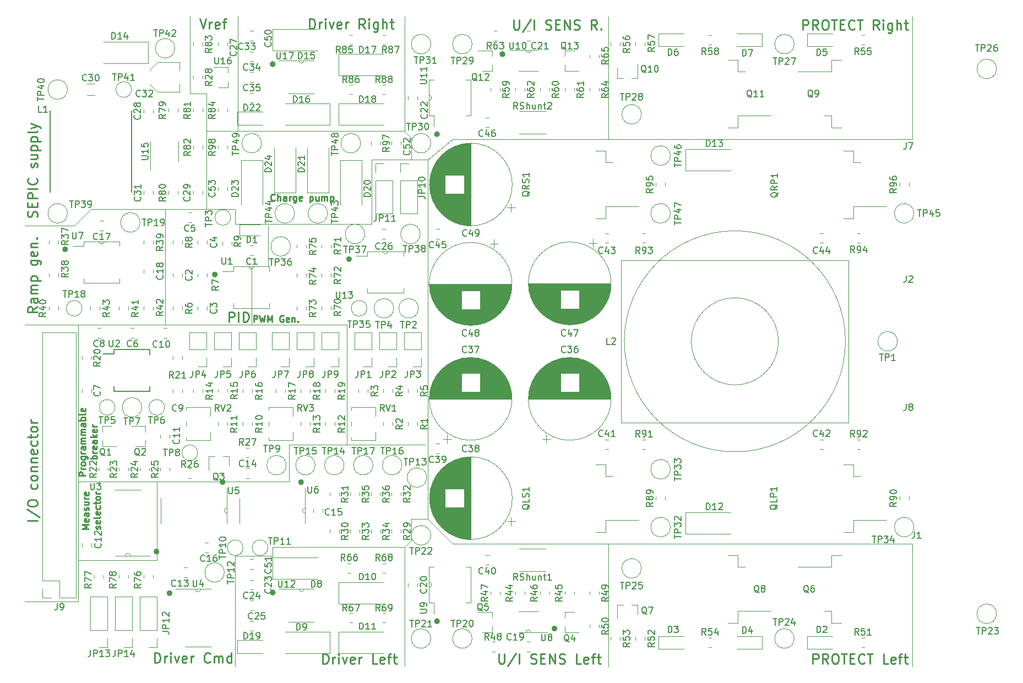
<source format=gbr>
%TF.GenerationSoftware,KiCad,Pcbnew,(5.1.10-1-10_14)*%
%TF.CreationDate,2021-09-24T10:22:15+02:00*%
%TF.ProjectId,sesame-fonctionnel,73657361-6d65-42d6-966f-6e6374696f6e,rev?*%
%TF.SameCoordinates,Original*%
%TF.FileFunction,Legend,Top*%
%TF.FilePolarity,Positive*%
%FSLAX46Y46*%
G04 Gerber Fmt 4.6, Leading zero omitted, Abs format (unit mm)*
G04 Created by KiCad (PCBNEW (5.1.10-1-10_14)) date 2021-09-24 10:22:15*
%MOMM*%
%LPD*%
G01*
G04 APERTURE LIST*
%ADD10C,0.250000*%
%ADD11C,0.120000*%
%ADD12C,0.500000*%
%ADD13C,0.127000*%
%ADD14C,0.150000*%
G04 APERTURE END LIST*
D10*
X118461523Y-88259142D02*
X118413904Y-88306761D01*
X118271047Y-88354380D01*
X118175809Y-88354380D01*
X118032952Y-88306761D01*
X117937714Y-88211523D01*
X117890095Y-88116285D01*
X117842476Y-87925809D01*
X117842476Y-87782952D01*
X117890095Y-87592476D01*
X117937714Y-87497238D01*
X118032952Y-87402000D01*
X118175809Y-87354380D01*
X118271047Y-87354380D01*
X118413904Y-87402000D01*
X118461523Y-87449619D01*
X118890095Y-88354380D02*
X118890095Y-87354380D01*
X119318666Y-88354380D02*
X119318666Y-87830571D01*
X119271047Y-87735333D01*
X119175809Y-87687714D01*
X119032952Y-87687714D01*
X118937714Y-87735333D01*
X118890095Y-87782952D01*
X120223428Y-88354380D02*
X120223428Y-87830571D01*
X120175809Y-87735333D01*
X120080571Y-87687714D01*
X119890095Y-87687714D01*
X119794857Y-87735333D01*
X120223428Y-88306761D02*
X120128190Y-88354380D01*
X119890095Y-88354380D01*
X119794857Y-88306761D01*
X119747238Y-88211523D01*
X119747238Y-88116285D01*
X119794857Y-88021047D01*
X119890095Y-87973428D01*
X120128190Y-87973428D01*
X120223428Y-87925809D01*
X120699619Y-88354380D02*
X120699619Y-87687714D01*
X120699619Y-87878190D02*
X120747238Y-87782952D01*
X120794857Y-87735333D01*
X120890095Y-87687714D01*
X120985333Y-87687714D01*
X121747238Y-87687714D02*
X121747238Y-88497238D01*
X121699619Y-88592476D01*
X121652000Y-88640095D01*
X121556761Y-88687714D01*
X121413904Y-88687714D01*
X121318666Y-88640095D01*
X121747238Y-88306761D02*
X121652000Y-88354380D01*
X121461523Y-88354380D01*
X121366285Y-88306761D01*
X121318666Y-88259142D01*
X121271047Y-88163904D01*
X121271047Y-87878190D01*
X121318666Y-87782952D01*
X121366285Y-87735333D01*
X121461523Y-87687714D01*
X121652000Y-87687714D01*
X121747238Y-87735333D01*
X122604380Y-88306761D02*
X122509142Y-88354380D01*
X122318666Y-88354380D01*
X122223428Y-88306761D01*
X122175809Y-88211523D01*
X122175809Y-87830571D01*
X122223428Y-87735333D01*
X122318666Y-87687714D01*
X122509142Y-87687714D01*
X122604380Y-87735333D01*
X122652000Y-87830571D01*
X122652000Y-87925809D01*
X122175809Y-88021047D01*
X123842476Y-87687714D02*
X123842476Y-88687714D01*
X123842476Y-87735333D02*
X123937714Y-87687714D01*
X124128190Y-87687714D01*
X124223428Y-87735333D01*
X124271047Y-87782952D01*
X124318666Y-87878190D01*
X124318666Y-88163904D01*
X124271047Y-88259142D01*
X124223428Y-88306761D01*
X124128190Y-88354380D01*
X123937714Y-88354380D01*
X123842476Y-88306761D01*
X125175809Y-87687714D02*
X125175809Y-88354380D01*
X124747238Y-87687714D02*
X124747238Y-88211523D01*
X124794857Y-88306761D01*
X124890095Y-88354380D01*
X125032952Y-88354380D01*
X125128190Y-88306761D01*
X125175809Y-88259142D01*
X125652000Y-88354380D02*
X125652000Y-87687714D01*
X125652000Y-87782952D02*
X125699619Y-87735333D01*
X125794857Y-87687714D01*
X125937714Y-87687714D01*
X126032952Y-87735333D01*
X126080571Y-87830571D01*
X126080571Y-88354380D01*
X126080571Y-87830571D02*
X126128190Y-87735333D01*
X126223428Y-87687714D01*
X126366285Y-87687714D01*
X126461523Y-87735333D01*
X126509142Y-87830571D01*
X126509142Y-88354380D01*
X126985333Y-87687714D02*
X126985333Y-88687714D01*
X126985333Y-87735333D02*
X127080571Y-87687714D01*
X127271047Y-87687714D01*
X127366285Y-87735333D01*
X127413904Y-87782952D01*
X127461523Y-87878190D01*
X127461523Y-88163904D01*
X127413904Y-88259142D01*
X127366285Y-88306761D01*
X127271047Y-88354380D01*
X127080571Y-88354380D01*
X126985333Y-88306761D01*
X89844380Y-138844523D02*
X88844380Y-138844523D01*
X89558666Y-138511190D01*
X88844380Y-138177857D01*
X89844380Y-138177857D01*
X89796761Y-137320714D02*
X89844380Y-137415952D01*
X89844380Y-137606428D01*
X89796761Y-137701666D01*
X89701523Y-137749285D01*
X89320571Y-137749285D01*
X89225333Y-137701666D01*
X89177714Y-137606428D01*
X89177714Y-137415952D01*
X89225333Y-137320714D01*
X89320571Y-137273095D01*
X89415809Y-137273095D01*
X89511047Y-137749285D01*
X89844380Y-136415952D02*
X89320571Y-136415952D01*
X89225333Y-136463571D01*
X89177714Y-136558809D01*
X89177714Y-136749285D01*
X89225333Y-136844523D01*
X89796761Y-136415952D02*
X89844380Y-136511190D01*
X89844380Y-136749285D01*
X89796761Y-136844523D01*
X89701523Y-136892142D01*
X89606285Y-136892142D01*
X89511047Y-136844523D01*
X89463428Y-136749285D01*
X89463428Y-136511190D01*
X89415809Y-136415952D01*
X89796761Y-135987380D02*
X89844380Y-135892142D01*
X89844380Y-135701666D01*
X89796761Y-135606428D01*
X89701523Y-135558809D01*
X89653904Y-135558809D01*
X89558666Y-135606428D01*
X89511047Y-135701666D01*
X89511047Y-135844523D01*
X89463428Y-135939761D01*
X89368190Y-135987380D01*
X89320571Y-135987380D01*
X89225333Y-135939761D01*
X89177714Y-135844523D01*
X89177714Y-135701666D01*
X89225333Y-135606428D01*
X89177714Y-134701666D02*
X89844380Y-134701666D01*
X89177714Y-135130238D02*
X89701523Y-135130238D01*
X89796761Y-135082619D01*
X89844380Y-134987380D01*
X89844380Y-134844523D01*
X89796761Y-134749285D01*
X89749142Y-134701666D01*
X89844380Y-134225476D02*
X89177714Y-134225476D01*
X89368190Y-134225476D02*
X89272952Y-134177857D01*
X89225333Y-134130238D01*
X89177714Y-134035000D01*
X89177714Y-133939761D01*
X89796761Y-133225476D02*
X89844380Y-133320714D01*
X89844380Y-133511190D01*
X89796761Y-133606428D01*
X89701523Y-133654047D01*
X89320571Y-133654047D01*
X89225333Y-133606428D01*
X89177714Y-133511190D01*
X89177714Y-133320714D01*
X89225333Y-133225476D01*
X89320571Y-133177857D01*
X89415809Y-133177857D01*
X89511047Y-133654047D01*
X91546761Y-138844523D02*
X91594380Y-138749285D01*
X91594380Y-138558809D01*
X91546761Y-138463571D01*
X91451523Y-138415952D01*
X91403904Y-138415952D01*
X91308666Y-138463571D01*
X91261047Y-138558809D01*
X91261047Y-138701666D01*
X91213428Y-138796904D01*
X91118190Y-138844523D01*
X91070571Y-138844523D01*
X90975333Y-138796904D01*
X90927714Y-138701666D01*
X90927714Y-138558809D01*
X90975333Y-138463571D01*
X91546761Y-137606428D02*
X91594380Y-137701666D01*
X91594380Y-137892142D01*
X91546761Y-137987380D01*
X91451523Y-138035000D01*
X91070571Y-138035000D01*
X90975333Y-137987380D01*
X90927714Y-137892142D01*
X90927714Y-137701666D01*
X90975333Y-137606428D01*
X91070571Y-137558809D01*
X91165809Y-137558809D01*
X91261047Y-138035000D01*
X91594380Y-136987380D02*
X91546761Y-137082619D01*
X91451523Y-137130238D01*
X90594380Y-137130238D01*
X91546761Y-136225476D02*
X91594380Y-136320714D01*
X91594380Y-136511190D01*
X91546761Y-136606428D01*
X91451523Y-136654047D01*
X91070571Y-136654047D01*
X90975333Y-136606428D01*
X90927714Y-136511190D01*
X90927714Y-136320714D01*
X90975333Y-136225476D01*
X91070571Y-136177857D01*
X91165809Y-136177857D01*
X91261047Y-136654047D01*
X91546761Y-135320714D02*
X91594380Y-135415952D01*
X91594380Y-135606428D01*
X91546761Y-135701666D01*
X91499142Y-135749285D01*
X91403904Y-135796904D01*
X91118190Y-135796904D01*
X91022952Y-135749285D01*
X90975333Y-135701666D01*
X90927714Y-135606428D01*
X90927714Y-135415952D01*
X90975333Y-135320714D01*
X90927714Y-135035000D02*
X90927714Y-134654047D01*
X90594380Y-134892142D02*
X91451523Y-134892142D01*
X91546761Y-134844523D01*
X91594380Y-134749285D01*
X91594380Y-134654047D01*
X91594380Y-134177857D02*
X91546761Y-134273095D01*
X91499142Y-134320714D01*
X91403904Y-134368333D01*
X91118190Y-134368333D01*
X91022952Y-134320714D01*
X90975333Y-134273095D01*
X90927714Y-134177857D01*
X90927714Y-134035000D01*
X90975333Y-133939761D01*
X91022952Y-133892142D01*
X91118190Y-133844523D01*
X91403904Y-133844523D01*
X91499142Y-133892142D01*
X91546761Y-133939761D01*
X91594380Y-134035000D01*
X91594380Y-134177857D01*
X91594380Y-133415952D02*
X90927714Y-133415952D01*
X91118190Y-133415952D02*
X91022952Y-133368333D01*
X90975333Y-133320714D01*
X90927714Y-133225476D01*
X90927714Y-133130238D01*
X89336380Y-130660666D02*
X88336380Y-130660666D01*
X88336380Y-130279714D01*
X88384000Y-130184476D01*
X88431619Y-130136857D01*
X88526857Y-130089238D01*
X88669714Y-130089238D01*
X88764952Y-130136857D01*
X88812571Y-130184476D01*
X88860190Y-130279714D01*
X88860190Y-130660666D01*
X89336380Y-129660666D02*
X88669714Y-129660666D01*
X88860190Y-129660666D02*
X88764952Y-129613047D01*
X88717333Y-129565428D01*
X88669714Y-129470190D01*
X88669714Y-129374952D01*
X89336380Y-128898761D02*
X89288761Y-128994000D01*
X89241142Y-129041619D01*
X89145904Y-129089238D01*
X88860190Y-129089238D01*
X88764952Y-129041619D01*
X88717333Y-128994000D01*
X88669714Y-128898761D01*
X88669714Y-128755904D01*
X88717333Y-128660666D01*
X88764952Y-128613047D01*
X88860190Y-128565428D01*
X89145904Y-128565428D01*
X89241142Y-128613047D01*
X89288761Y-128660666D01*
X89336380Y-128755904D01*
X89336380Y-128898761D01*
X88669714Y-127708285D02*
X89479238Y-127708285D01*
X89574476Y-127755904D01*
X89622095Y-127803523D01*
X89669714Y-127898761D01*
X89669714Y-128041619D01*
X89622095Y-128136857D01*
X89288761Y-127708285D02*
X89336380Y-127803523D01*
X89336380Y-127994000D01*
X89288761Y-128089238D01*
X89241142Y-128136857D01*
X89145904Y-128184476D01*
X88860190Y-128184476D01*
X88764952Y-128136857D01*
X88717333Y-128089238D01*
X88669714Y-127994000D01*
X88669714Y-127803523D01*
X88717333Y-127708285D01*
X89336380Y-127232095D02*
X88669714Y-127232095D01*
X88860190Y-127232095D02*
X88764952Y-127184476D01*
X88717333Y-127136857D01*
X88669714Y-127041619D01*
X88669714Y-126946380D01*
X89336380Y-126184476D02*
X88812571Y-126184476D01*
X88717333Y-126232095D01*
X88669714Y-126327333D01*
X88669714Y-126517809D01*
X88717333Y-126613047D01*
X89288761Y-126184476D02*
X89336380Y-126279714D01*
X89336380Y-126517809D01*
X89288761Y-126613047D01*
X89193523Y-126660666D01*
X89098285Y-126660666D01*
X89003047Y-126613047D01*
X88955428Y-126517809D01*
X88955428Y-126279714D01*
X88907809Y-126184476D01*
X89336380Y-125708285D02*
X88669714Y-125708285D01*
X88764952Y-125708285D02*
X88717333Y-125660666D01*
X88669714Y-125565428D01*
X88669714Y-125422571D01*
X88717333Y-125327333D01*
X88812571Y-125279714D01*
X89336380Y-125279714D01*
X88812571Y-125279714D02*
X88717333Y-125232095D01*
X88669714Y-125136857D01*
X88669714Y-124994000D01*
X88717333Y-124898761D01*
X88812571Y-124851142D01*
X89336380Y-124851142D01*
X89336380Y-124374952D02*
X88669714Y-124374952D01*
X88764952Y-124374952D02*
X88717333Y-124327333D01*
X88669714Y-124232095D01*
X88669714Y-124089238D01*
X88717333Y-123994000D01*
X88812571Y-123946380D01*
X89336380Y-123946380D01*
X88812571Y-123946380D02*
X88717333Y-123898761D01*
X88669714Y-123803523D01*
X88669714Y-123660666D01*
X88717333Y-123565428D01*
X88812571Y-123517809D01*
X89336380Y-123517809D01*
X89336380Y-122613047D02*
X88812571Y-122613047D01*
X88717333Y-122660666D01*
X88669714Y-122755904D01*
X88669714Y-122946380D01*
X88717333Y-123041619D01*
X89288761Y-122613047D02*
X89336380Y-122708285D01*
X89336380Y-122946380D01*
X89288761Y-123041619D01*
X89193523Y-123089238D01*
X89098285Y-123089238D01*
X89003047Y-123041619D01*
X88955428Y-122946380D01*
X88955428Y-122708285D01*
X88907809Y-122613047D01*
X89336380Y-122136857D02*
X88336380Y-122136857D01*
X88717333Y-122136857D02*
X88669714Y-122041619D01*
X88669714Y-121851142D01*
X88717333Y-121755904D01*
X88764952Y-121708285D01*
X88860190Y-121660666D01*
X89145904Y-121660666D01*
X89241142Y-121708285D01*
X89288761Y-121755904D01*
X89336380Y-121851142D01*
X89336380Y-122041619D01*
X89288761Y-122136857D01*
X89336380Y-121089238D02*
X89288761Y-121184476D01*
X89193523Y-121232095D01*
X88336380Y-121232095D01*
X89288761Y-120327333D02*
X89336380Y-120422571D01*
X89336380Y-120613047D01*
X89288761Y-120708285D01*
X89193523Y-120755904D01*
X88812571Y-120755904D01*
X88717333Y-120708285D01*
X88669714Y-120613047D01*
X88669714Y-120422571D01*
X88717333Y-120327333D01*
X88812571Y-120279714D01*
X88907809Y-120279714D01*
X89003047Y-120755904D01*
X91086380Y-128041619D02*
X90086380Y-128041619D01*
X90467333Y-128041619D02*
X90419714Y-127946380D01*
X90419714Y-127755904D01*
X90467333Y-127660666D01*
X90514952Y-127613047D01*
X90610190Y-127565428D01*
X90895904Y-127565428D01*
X90991142Y-127613047D01*
X91038761Y-127660666D01*
X91086380Y-127755904D01*
X91086380Y-127946380D01*
X91038761Y-128041619D01*
X91086380Y-127136857D02*
X90419714Y-127136857D01*
X90610190Y-127136857D02*
X90514952Y-127089238D01*
X90467333Y-127041619D01*
X90419714Y-126946380D01*
X90419714Y-126851142D01*
X91038761Y-126136857D02*
X91086380Y-126232095D01*
X91086380Y-126422571D01*
X91038761Y-126517809D01*
X90943523Y-126565428D01*
X90562571Y-126565428D01*
X90467333Y-126517809D01*
X90419714Y-126422571D01*
X90419714Y-126232095D01*
X90467333Y-126136857D01*
X90562571Y-126089238D01*
X90657809Y-126089238D01*
X90753047Y-126565428D01*
X91086380Y-125232095D02*
X90562571Y-125232095D01*
X90467333Y-125279714D01*
X90419714Y-125374952D01*
X90419714Y-125565428D01*
X90467333Y-125660666D01*
X91038761Y-125232095D02*
X91086380Y-125327333D01*
X91086380Y-125565428D01*
X91038761Y-125660666D01*
X90943523Y-125708285D01*
X90848285Y-125708285D01*
X90753047Y-125660666D01*
X90705428Y-125565428D01*
X90705428Y-125327333D01*
X90657809Y-125232095D01*
X91086380Y-124755904D02*
X90086380Y-124755904D01*
X90705428Y-124660666D02*
X91086380Y-124374952D01*
X90419714Y-124374952D02*
X90800666Y-124755904D01*
X91038761Y-123565428D02*
X91086380Y-123660666D01*
X91086380Y-123851142D01*
X91038761Y-123946380D01*
X90943523Y-123994000D01*
X90562571Y-123994000D01*
X90467333Y-123946380D01*
X90419714Y-123851142D01*
X90419714Y-123660666D01*
X90467333Y-123565428D01*
X90562571Y-123517809D01*
X90657809Y-123517809D01*
X90753047Y-123994000D01*
X91086380Y-123089238D02*
X90419714Y-123089238D01*
X90610190Y-123089238D02*
X90514952Y-123041619D01*
X90467333Y-122994000D01*
X90419714Y-122898761D01*
X90419714Y-122803523D01*
X115183238Y-107023380D02*
X115183238Y-106023380D01*
X115564190Y-106023380D01*
X115659428Y-106071000D01*
X115707047Y-106118619D01*
X115754666Y-106213857D01*
X115754666Y-106356714D01*
X115707047Y-106451952D01*
X115659428Y-106499571D01*
X115564190Y-106547190D01*
X115183238Y-106547190D01*
X116088000Y-106023380D02*
X116326095Y-107023380D01*
X116516571Y-106309095D01*
X116707047Y-107023380D01*
X116945142Y-106023380D01*
X117326095Y-107023380D02*
X117326095Y-106023380D01*
X117659428Y-106737666D01*
X117992761Y-106023380D01*
X117992761Y-107023380D01*
X119754666Y-106071000D02*
X119659428Y-106023380D01*
X119516571Y-106023380D01*
X119373714Y-106071000D01*
X119278476Y-106166238D01*
X119230857Y-106261476D01*
X119183238Y-106451952D01*
X119183238Y-106594809D01*
X119230857Y-106785285D01*
X119278476Y-106880523D01*
X119373714Y-106975761D01*
X119516571Y-107023380D01*
X119611809Y-107023380D01*
X119754666Y-106975761D01*
X119802285Y-106928142D01*
X119802285Y-106594809D01*
X119611809Y-106594809D01*
X120611809Y-106975761D02*
X120516571Y-107023380D01*
X120326095Y-107023380D01*
X120230857Y-106975761D01*
X120183238Y-106880523D01*
X120183238Y-106499571D01*
X120230857Y-106404333D01*
X120326095Y-106356714D01*
X120516571Y-106356714D01*
X120611809Y-106404333D01*
X120659428Y-106499571D01*
X120659428Y-106594809D01*
X120183238Y-106690047D01*
X121088000Y-106356714D02*
X121088000Y-107023380D01*
X121088000Y-106451952D02*
X121135619Y-106404333D01*
X121230857Y-106356714D01*
X121373714Y-106356714D01*
X121468952Y-106404333D01*
X121516571Y-106499571D01*
X121516571Y-107023380D01*
X121992761Y-106928142D02*
X122040380Y-106975761D01*
X121992761Y-107023380D01*
X121945142Y-106975761D01*
X121992761Y-106928142D01*
X121992761Y-107023380D01*
X111373000Y-106995571D02*
X111373000Y-105495571D01*
X111944428Y-105495571D01*
X112087285Y-105567000D01*
X112158714Y-105638428D01*
X112230142Y-105781285D01*
X112230142Y-105995571D01*
X112158714Y-106138428D01*
X112087285Y-106209857D01*
X111944428Y-106281285D01*
X111373000Y-106281285D01*
X112873000Y-106995571D02*
X112873000Y-105495571D01*
X113587285Y-106995571D02*
X113587285Y-105495571D01*
X113944428Y-105495571D01*
X114158714Y-105567000D01*
X114301571Y-105709857D01*
X114373000Y-105852714D01*
X114444428Y-106138428D01*
X114444428Y-106352714D01*
X114373000Y-106638428D01*
X114301571Y-106781285D01*
X114158714Y-106924142D01*
X113944428Y-106995571D01*
X113587285Y-106995571D01*
D11*
X138400000Y-77742000D02*
X139416000Y-78758000D01*
X139416000Y-78758000D02*
X139416000Y-82060000D01*
X88235000Y-150005000D02*
X80000000Y-150000000D01*
X139416000Y-140607000D02*
X138400000Y-141623000D01*
X139416000Y-137305000D02*
X139416000Y-140607000D01*
D10*
X201198428Y-159573571D02*
X201198428Y-158073571D01*
X201769857Y-158073571D01*
X201912714Y-158145000D01*
X201984142Y-158216428D01*
X202055571Y-158359285D01*
X202055571Y-158573571D01*
X201984142Y-158716428D01*
X201912714Y-158787857D01*
X201769857Y-158859285D01*
X201198428Y-158859285D01*
X203555571Y-159573571D02*
X203055571Y-158859285D01*
X202698428Y-159573571D02*
X202698428Y-158073571D01*
X203269857Y-158073571D01*
X203412714Y-158145000D01*
X203484142Y-158216428D01*
X203555571Y-158359285D01*
X203555571Y-158573571D01*
X203484142Y-158716428D01*
X203412714Y-158787857D01*
X203269857Y-158859285D01*
X202698428Y-158859285D01*
X204484142Y-158073571D02*
X204769857Y-158073571D01*
X204912714Y-158145000D01*
X205055571Y-158287857D01*
X205127000Y-158573571D01*
X205127000Y-159073571D01*
X205055571Y-159359285D01*
X204912714Y-159502142D01*
X204769857Y-159573571D01*
X204484142Y-159573571D01*
X204341285Y-159502142D01*
X204198428Y-159359285D01*
X204127000Y-159073571D01*
X204127000Y-158573571D01*
X204198428Y-158287857D01*
X204341285Y-158145000D01*
X204484142Y-158073571D01*
X205555571Y-158073571D02*
X206412714Y-158073571D01*
X205984142Y-159573571D02*
X205984142Y-158073571D01*
X206912714Y-158787857D02*
X207412714Y-158787857D01*
X207627000Y-159573571D02*
X206912714Y-159573571D01*
X206912714Y-158073571D01*
X207627000Y-158073571D01*
X209127000Y-159430714D02*
X209055571Y-159502142D01*
X208841285Y-159573571D01*
X208698428Y-159573571D01*
X208484142Y-159502142D01*
X208341285Y-159359285D01*
X208269857Y-159216428D01*
X208198428Y-158930714D01*
X208198428Y-158716428D01*
X208269857Y-158430714D01*
X208341285Y-158287857D01*
X208484142Y-158145000D01*
X208698428Y-158073571D01*
X208841285Y-158073571D01*
X209055571Y-158145000D01*
X209127000Y-158216428D01*
X209555571Y-158073571D02*
X210412714Y-158073571D01*
X209984142Y-159573571D02*
X209984142Y-158073571D01*
X212769857Y-159573571D02*
X212055571Y-159573571D01*
X212055571Y-158073571D01*
X213841285Y-159502142D02*
X213698428Y-159573571D01*
X213412714Y-159573571D01*
X213269857Y-159502142D01*
X213198428Y-159359285D01*
X213198428Y-158787857D01*
X213269857Y-158645000D01*
X213412714Y-158573571D01*
X213698428Y-158573571D01*
X213841285Y-158645000D01*
X213912714Y-158787857D01*
X213912714Y-158930714D01*
X213198428Y-159073571D01*
X214341285Y-158573571D02*
X214912714Y-158573571D01*
X214555571Y-159573571D02*
X214555571Y-158287857D01*
X214627000Y-158145000D01*
X214769857Y-158073571D01*
X214912714Y-158073571D01*
X215198428Y-158573571D02*
X215769857Y-158573571D01*
X215412714Y-158073571D02*
X215412714Y-159359285D01*
X215484142Y-159502142D01*
X215626999Y-159573571D01*
X215769857Y-159573571D01*
X199650714Y-62037571D02*
X199650714Y-60537571D01*
X200222142Y-60537571D01*
X200365000Y-60609000D01*
X200436428Y-60680428D01*
X200507857Y-60823285D01*
X200507857Y-61037571D01*
X200436428Y-61180428D01*
X200365000Y-61251857D01*
X200222142Y-61323285D01*
X199650714Y-61323285D01*
X202007857Y-62037571D02*
X201507857Y-61323285D01*
X201150714Y-62037571D02*
X201150714Y-60537571D01*
X201722142Y-60537571D01*
X201865000Y-60609000D01*
X201936428Y-60680428D01*
X202007857Y-60823285D01*
X202007857Y-61037571D01*
X201936428Y-61180428D01*
X201865000Y-61251857D01*
X201722142Y-61323285D01*
X201150714Y-61323285D01*
X202936428Y-60537571D02*
X203222142Y-60537571D01*
X203365000Y-60609000D01*
X203507857Y-60751857D01*
X203579285Y-61037571D01*
X203579285Y-61537571D01*
X203507857Y-61823285D01*
X203365000Y-61966142D01*
X203222142Y-62037571D01*
X202936428Y-62037571D01*
X202793571Y-61966142D01*
X202650714Y-61823285D01*
X202579285Y-61537571D01*
X202579285Y-61037571D01*
X202650714Y-60751857D01*
X202793571Y-60609000D01*
X202936428Y-60537571D01*
X204007857Y-60537571D02*
X204865000Y-60537571D01*
X204436428Y-62037571D02*
X204436428Y-60537571D01*
X205365000Y-61251857D02*
X205865000Y-61251857D01*
X206079285Y-62037571D02*
X205365000Y-62037571D01*
X205365000Y-60537571D01*
X206079285Y-60537571D01*
X207579285Y-61894714D02*
X207507857Y-61966142D01*
X207293571Y-62037571D01*
X207150714Y-62037571D01*
X206936428Y-61966142D01*
X206793571Y-61823285D01*
X206722142Y-61680428D01*
X206650714Y-61394714D01*
X206650714Y-61180428D01*
X206722142Y-60894714D01*
X206793571Y-60751857D01*
X206936428Y-60609000D01*
X207150714Y-60537571D01*
X207293571Y-60537571D01*
X207507857Y-60609000D01*
X207579285Y-60680428D01*
X208007857Y-60537571D02*
X208865000Y-60537571D01*
X208436428Y-62037571D02*
X208436428Y-60537571D01*
X211365000Y-62037571D02*
X210865000Y-61323285D01*
X210507857Y-62037571D02*
X210507857Y-60537571D01*
X211079285Y-60537571D01*
X211222142Y-60609000D01*
X211293571Y-60680428D01*
X211365000Y-60823285D01*
X211365000Y-61037571D01*
X211293571Y-61180428D01*
X211222142Y-61251857D01*
X211079285Y-61323285D01*
X210507857Y-61323285D01*
X212007857Y-62037571D02*
X212007857Y-61037571D01*
X212007857Y-60537571D02*
X211936428Y-60609000D01*
X212007857Y-60680428D01*
X212079285Y-60609000D01*
X212007857Y-60537571D01*
X212007857Y-60680428D01*
X213365000Y-61037571D02*
X213365000Y-62251857D01*
X213293571Y-62394714D01*
X213222142Y-62466142D01*
X213079285Y-62537571D01*
X212865000Y-62537571D01*
X212722142Y-62466142D01*
X213365000Y-61966142D02*
X213222142Y-62037571D01*
X212936428Y-62037571D01*
X212793571Y-61966142D01*
X212722142Y-61894714D01*
X212650714Y-61751857D01*
X212650714Y-61323285D01*
X212722142Y-61180428D01*
X212793571Y-61109000D01*
X212936428Y-61037571D01*
X213222142Y-61037571D01*
X213365000Y-61109000D01*
X214079285Y-62037571D02*
X214079285Y-60537571D01*
X214722142Y-62037571D02*
X214722142Y-61251857D01*
X214650714Y-61109000D01*
X214507857Y-61037571D01*
X214293571Y-61037571D01*
X214150714Y-61109000D01*
X214079285Y-61180428D01*
X215222142Y-61037571D02*
X215793571Y-61037571D01*
X215436428Y-60537571D02*
X215436428Y-61823285D01*
X215507857Y-61966142D01*
X215650714Y-62037571D01*
X215793571Y-62037571D01*
X99995142Y-159446571D02*
X99995142Y-157946571D01*
X100352285Y-157946571D01*
X100566571Y-158018000D01*
X100709428Y-158160857D01*
X100780857Y-158303714D01*
X100852285Y-158589428D01*
X100852285Y-158803714D01*
X100780857Y-159089428D01*
X100709428Y-159232285D01*
X100566571Y-159375142D01*
X100352285Y-159446571D01*
X99995142Y-159446571D01*
X101495142Y-159446571D02*
X101495142Y-158446571D01*
X101495142Y-158732285D02*
X101566571Y-158589428D01*
X101638000Y-158518000D01*
X101780857Y-158446571D01*
X101923714Y-158446571D01*
X102423714Y-159446571D02*
X102423714Y-158446571D01*
X102423714Y-157946571D02*
X102352285Y-158018000D01*
X102423714Y-158089428D01*
X102495142Y-158018000D01*
X102423714Y-157946571D01*
X102423714Y-158089428D01*
X102995142Y-158446571D02*
X103352285Y-159446571D01*
X103709428Y-158446571D01*
X104852285Y-159375142D02*
X104709428Y-159446571D01*
X104423714Y-159446571D01*
X104280857Y-159375142D01*
X104209428Y-159232285D01*
X104209428Y-158660857D01*
X104280857Y-158518000D01*
X104423714Y-158446571D01*
X104709428Y-158446571D01*
X104852285Y-158518000D01*
X104923714Y-158660857D01*
X104923714Y-158803714D01*
X104209428Y-158946571D01*
X105566571Y-159446571D02*
X105566571Y-158446571D01*
X105566571Y-158732285D02*
X105638000Y-158589428D01*
X105709428Y-158518000D01*
X105852285Y-158446571D01*
X105995142Y-158446571D01*
X108495142Y-159303714D02*
X108423714Y-159375142D01*
X108209428Y-159446571D01*
X108066571Y-159446571D01*
X107852285Y-159375142D01*
X107709428Y-159232285D01*
X107638000Y-159089428D01*
X107566571Y-158803714D01*
X107566571Y-158589428D01*
X107638000Y-158303714D01*
X107709428Y-158160857D01*
X107852285Y-158018000D01*
X108066571Y-157946571D01*
X108209428Y-157946571D01*
X108423714Y-158018000D01*
X108495142Y-158089428D01*
X109138000Y-159446571D02*
X109138000Y-158446571D01*
X109138000Y-158589428D02*
X109209428Y-158518000D01*
X109352285Y-158446571D01*
X109566571Y-158446571D01*
X109709428Y-158518000D01*
X109780857Y-158660857D01*
X109780857Y-159446571D01*
X109780857Y-158660857D02*
X109852285Y-158518000D01*
X109995142Y-158446571D01*
X110209428Y-158446571D01*
X110352285Y-158518000D01*
X110423714Y-158660857D01*
X110423714Y-159446571D01*
X111780857Y-159446571D02*
X111780857Y-157946571D01*
X111780857Y-159375142D02*
X111638000Y-159446571D01*
X111352285Y-159446571D01*
X111209428Y-159375142D01*
X111138000Y-159303714D01*
X111066571Y-159160857D01*
X111066571Y-158732285D01*
X111138000Y-158589428D01*
X111209428Y-158518000D01*
X111352285Y-158446571D01*
X111638000Y-158446571D01*
X111780857Y-158518000D01*
X125843571Y-159573571D02*
X125843571Y-158073571D01*
X126200714Y-158073571D01*
X126415000Y-158145000D01*
X126557857Y-158287857D01*
X126629285Y-158430714D01*
X126700714Y-158716428D01*
X126700714Y-158930714D01*
X126629285Y-159216428D01*
X126557857Y-159359285D01*
X126415000Y-159502142D01*
X126200714Y-159573571D01*
X125843571Y-159573571D01*
X127343571Y-159573571D02*
X127343571Y-158573571D01*
X127343571Y-158859285D02*
X127415000Y-158716428D01*
X127486428Y-158645000D01*
X127629285Y-158573571D01*
X127772142Y-158573571D01*
X128272142Y-159573571D02*
X128272142Y-158573571D01*
X128272142Y-158073571D02*
X128200714Y-158145000D01*
X128272142Y-158216428D01*
X128343571Y-158145000D01*
X128272142Y-158073571D01*
X128272142Y-158216428D01*
X128843571Y-158573571D02*
X129200714Y-159573571D01*
X129557857Y-158573571D01*
X130700714Y-159502142D02*
X130557857Y-159573571D01*
X130272142Y-159573571D01*
X130129285Y-159502142D01*
X130057857Y-159359285D01*
X130057857Y-158787857D01*
X130129285Y-158645000D01*
X130272142Y-158573571D01*
X130557857Y-158573571D01*
X130700714Y-158645000D01*
X130772142Y-158787857D01*
X130772142Y-158930714D01*
X130057857Y-159073571D01*
X131415000Y-159573571D02*
X131415000Y-158573571D01*
X131415000Y-158859285D02*
X131486428Y-158716428D01*
X131557857Y-158645000D01*
X131700714Y-158573571D01*
X131843571Y-158573571D01*
X134200714Y-159573571D02*
X133486428Y-159573571D01*
X133486428Y-158073571D01*
X135272142Y-159502142D02*
X135129285Y-159573571D01*
X134843571Y-159573571D01*
X134700714Y-159502142D01*
X134629285Y-159359285D01*
X134629285Y-158787857D01*
X134700714Y-158645000D01*
X134843571Y-158573571D01*
X135129285Y-158573571D01*
X135272142Y-158645000D01*
X135343571Y-158787857D01*
X135343571Y-158930714D01*
X134629285Y-159073571D01*
X135772142Y-158573571D02*
X136343571Y-158573571D01*
X135986428Y-159573571D02*
X135986428Y-158287857D01*
X136057857Y-158145000D01*
X136200714Y-158073571D01*
X136343571Y-158073571D01*
X136629285Y-158573571D02*
X137200714Y-158573571D01*
X136843571Y-158073571D02*
X136843571Y-159359285D01*
X136915000Y-159502142D01*
X137057857Y-159573571D01*
X137200714Y-159573571D01*
X152910714Y-158073571D02*
X152910714Y-159287857D01*
X152982142Y-159430714D01*
X153053571Y-159502142D01*
X153196428Y-159573571D01*
X153482142Y-159573571D01*
X153625000Y-159502142D01*
X153696428Y-159430714D01*
X153767857Y-159287857D01*
X153767857Y-158073571D01*
X155553571Y-158002142D02*
X154267857Y-159930714D01*
X156053571Y-159573571D02*
X156053571Y-158073571D01*
X157839285Y-159502142D02*
X158053571Y-159573571D01*
X158410714Y-159573571D01*
X158553571Y-159502142D01*
X158625000Y-159430714D01*
X158696428Y-159287857D01*
X158696428Y-159145000D01*
X158625000Y-159002142D01*
X158553571Y-158930714D01*
X158410714Y-158859285D01*
X158125000Y-158787857D01*
X157982142Y-158716428D01*
X157910714Y-158645000D01*
X157839285Y-158502142D01*
X157839285Y-158359285D01*
X157910714Y-158216428D01*
X157982142Y-158145000D01*
X158125000Y-158073571D01*
X158482142Y-158073571D01*
X158696428Y-158145000D01*
X159339285Y-158787857D02*
X159839285Y-158787857D01*
X160053571Y-159573571D02*
X159339285Y-159573571D01*
X159339285Y-158073571D01*
X160053571Y-158073571D01*
X160696428Y-159573571D02*
X160696428Y-158073571D01*
X161553571Y-159573571D01*
X161553571Y-158073571D01*
X162196428Y-159502142D02*
X162410714Y-159573571D01*
X162767857Y-159573571D01*
X162910714Y-159502142D01*
X162982142Y-159430714D01*
X163053571Y-159287857D01*
X163053571Y-159145000D01*
X162982142Y-159002142D01*
X162910714Y-158930714D01*
X162767857Y-158859285D01*
X162482142Y-158787857D01*
X162339285Y-158716428D01*
X162267857Y-158645000D01*
X162196428Y-158502142D01*
X162196428Y-158359285D01*
X162267857Y-158216428D01*
X162339285Y-158145000D01*
X162482142Y-158073571D01*
X162839285Y-158073571D01*
X163053571Y-158145000D01*
X165553571Y-159573571D02*
X164839285Y-159573571D01*
X164839285Y-158073571D01*
X166625000Y-159502142D02*
X166482142Y-159573571D01*
X166196428Y-159573571D01*
X166053571Y-159502142D01*
X165982142Y-159359285D01*
X165982142Y-158787857D01*
X166053571Y-158645000D01*
X166196428Y-158573571D01*
X166482142Y-158573571D01*
X166625000Y-158645000D01*
X166696428Y-158787857D01*
X166696428Y-158930714D01*
X165982142Y-159073571D01*
X167125000Y-158573571D02*
X167696428Y-158573571D01*
X167339285Y-159573571D02*
X167339285Y-158287857D01*
X167410714Y-158145000D01*
X167553571Y-158073571D01*
X167696428Y-158073571D01*
X167982142Y-158573571D02*
X168553571Y-158573571D01*
X168196428Y-158073571D02*
X168196428Y-159359285D01*
X168267857Y-159502142D01*
X168410714Y-159573571D01*
X168553571Y-159573571D01*
X155180714Y-60537571D02*
X155180714Y-61751857D01*
X155252142Y-61894714D01*
X155323571Y-61966142D01*
X155466428Y-62037571D01*
X155752142Y-62037571D01*
X155895000Y-61966142D01*
X155966428Y-61894714D01*
X156037857Y-61751857D01*
X156037857Y-60537571D01*
X157823571Y-60466142D02*
X156537857Y-62394714D01*
X158323571Y-62037571D02*
X158323571Y-60537571D01*
X160109285Y-61966142D02*
X160323571Y-62037571D01*
X160680714Y-62037571D01*
X160823571Y-61966142D01*
X160895000Y-61894714D01*
X160966428Y-61751857D01*
X160966428Y-61609000D01*
X160895000Y-61466142D01*
X160823571Y-61394714D01*
X160680714Y-61323285D01*
X160395000Y-61251857D01*
X160252142Y-61180428D01*
X160180714Y-61109000D01*
X160109285Y-60966142D01*
X160109285Y-60823285D01*
X160180714Y-60680428D01*
X160252142Y-60609000D01*
X160395000Y-60537571D01*
X160752142Y-60537571D01*
X160966428Y-60609000D01*
X161609285Y-61251857D02*
X162109285Y-61251857D01*
X162323571Y-62037571D02*
X161609285Y-62037571D01*
X161609285Y-60537571D01*
X162323571Y-60537571D01*
X162966428Y-62037571D02*
X162966428Y-60537571D01*
X163823571Y-62037571D01*
X163823571Y-60537571D01*
X164466428Y-61966142D02*
X164680714Y-62037571D01*
X165037857Y-62037571D01*
X165180714Y-61966142D01*
X165252142Y-61894714D01*
X165323571Y-61751857D01*
X165323571Y-61609000D01*
X165252142Y-61466142D01*
X165180714Y-61394714D01*
X165037857Y-61323285D01*
X164752142Y-61251857D01*
X164609285Y-61180428D01*
X164537857Y-61109000D01*
X164466428Y-60966142D01*
X164466428Y-60823285D01*
X164537857Y-60680428D01*
X164609285Y-60609000D01*
X164752142Y-60537571D01*
X165109285Y-60537571D01*
X165323571Y-60609000D01*
X167966428Y-62037571D02*
X167466428Y-61323285D01*
X167109285Y-62037571D02*
X167109285Y-60537571D01*
X167680714Y-60537571D01*
X167823571Y-60609000D01*
X167895000Y-60680428D01*
X167966428Y-60823285D01*
X167966428Y-61037571D01*
X167895000Y-61180428D01*
X167823571Y-61251857D01*
X167680714Y-61323285D01*
X167109285Y-61323285D01*
X168609285Y-61894714D02*
X168680714Y-61966142D01*
X168609285Y-62037571D01*
X168537857Y-61966142D01*
X168609285Y-61894714D01*
X168609285Y-62037571D01*
X81928571Y-137617571D02*
X80428571Y-137617571D01*
X80357142Y-135831857D02*
X82285714Y-137117571D01*
X80428571Y-135046142D02*
X80428571Y-134760428D01*
X80500000Y-134617571D01*
X80642857Y-134474714D01*
X80928571Y-134403285D01*
X81428571Y-134403285D01*
X81714285Y-134474714D01*
X81857142Y-134617571D01*
X81928571Y-134760428D01*
X81928571Y-135046142D01*
X81857142Y-135189000D01*
X81714285Y-135331857D01*
X81428571Y-135403285D01*
X80928571Y-135403285D01*
X80642857Y-135331857D01*
X80500000Y-135189000D01*
X80428571Y-135046142D01*
X81857142Y-131974714D02*
X81928571Y-132117571D01*
X81928571Y-132403285D01*
X81857142Y-132546142D01*
X81785714Y-132617571D01*
X81642857Y-132689000D01*
X81214285Y-132689000D01*
X81071428Y-132617571D01*
X81000000Y-132546142D01*
X80928571Y-132403285D01*
X80928571Y-132117571D01*
X81000000Y-131974714D01*
X81928571Y-131117571D02*
X81857142Y-131260428D01*
X81785714Y-131331857D01*
X81642857Y-131403285D01*
X81214285Y-131403285D01*
X81071428Y-131331857D01*
X81000000Y-131260428D01*
X80928571Y-131117571D01*
X80928571Y-130903285D01*
X81000000Y-130760428D01*
X81071428Y-130689000D01*
X81214285Y-130617571D01*
X81642857Y-130617571D01*
X81785714Y-130689000D01*
X81857142Y-130760428D01*
X81928571Y-130903285D01*
X81928571Y-131117571D01*
X80928571Y-129974714D02*
X81928571Y-129974714D01*
X81071428Y-129974714D02*
X81000000Y-129903285D01*
X80928571Y-129760428D01*
X80928571Y-129546142D01*
X81000000Y-129403285D01*
X81142857Y-129331857D01*
X81928571Y-129331857D01*
X80928571Y-128617571D02*
X81928571Y-128617571D01*
X81071428Y-128617571D02*
X81000000Y-128546142D01*
X80928571Y-128403285D01*
X80928571Y-128189000D01*
X81000000Y-128046142D01*
X81142857Y-127974714D01*
X81928571Y-127974714D01*
X81857142Y-126689000D02*
X81928571Y-126831857D01*
X81928571Y-127117571D01*
X81857142Y-127260428D01*
X81714285Y-127331857D01*
X81142857Y-127331857D01*
X81000000Y-127260428D01*
X80928571Y-127117571D01*
X80928571Y-126831857D01*
X81000000Y-126689000D01*
X81142857Y-126617571D01*
X81285714Y-126617571D01*
X81428571Y-127331857D01*
X81857142Y-125331857D02*
X81928571Y-125474714D01*
X81928571Y-125760428D01*
X81857142Y-125903285D01*
X81785714Y-125974714D01*
X81642857Y-126046142D01*
X81214285Y-126046142D01*
X81071428Y-125974714D01*
X81000000Y-125903285D01*
X80928571Y-125760428D01*
X80928571Y-125474714D01*
X81000000Y-125331857D01*
X80928571Y-124903285D02*
X80928571Y-124331857D01*
X80428571Y-124689000D02*
X81714285Y-124689000D01*
X81857142Y-124617571D01*
X81928571Y-124474714D01*
X81928571Y-124331857D01*
X81928571Y-123617571D02*
X81857142Y-123760428D01*
X81785714Y-123831857D01*
X81642857Y-123903285D01*
X81214285Y-123903285D01*
X81071428Y-123831857D01*
X81000000Y-123760428D01*
X80928571Y-123617571D01*
X80928571Y-123403285D01*
X81000000Y-123260428D01*
X81071428Y-123189000D01*
X81214285Y-123117571D01*
X81642857Y-123117571D01*
X81785714Y-123189000D01*
X81857142Y-123260428D01*
X81928571Y-123403285D01*
X81928571Y-123617571D01*
X81928571Y-122474714D02*
X80928571Y-122474714D01*
X81214285Y-122474714D02*
X81071428Y-122403285D01*
X81000000Y-122331857D01*
X80928571Y-122189000D01*
X80928571Y-122046142D01*
X81928571Y-104661428D02*
X81214285Y-105161428D01*
X81928571Y-105518571D02*
X80428571Y-105518571D01*
X80428571Y-104947142D01*
X80500000Y-104804285D01*
X80571428Y-104732857D01*
X80714285Y-104661428D01*
X80928571Y-104661428D01*
X81071428Y-104732857D01*
X81142857Y-104804285D01*
X81214285Y-104947142D01*
X81214285Y-105518571D01*
X81928571Y-103375714D02*
X81142857Y-103375714D01*
X81000000Y-103447142D01*
X80928571Y-103590000D01*
X80928571Y-103875714D01*
X81000000Y-104018571D01*
X81857142Y-103375714D02*
X81928571Y-103518571D01*
X81928571Y-103875714D01*
X81857142Y-104018571D01*
X81714285Y-104090000D01*
X81571428Y-104090000D01*
X81428571Y-104018571D01*
X81357142Y-103875714D01*
X81357142Y-103518571D01*
X81285714Y-103375714D01*
X81928571Y-102661428D02*
X80928571Y-102661428D01*
X81071428Y-102661428D02*
X81000000Y-102590000D01*
X80928571Y-102447142D01*
X80928571Y-102232857D01*
X81000000Y-102090000D01*
X81142857Y-102018571D01*
X81928571Y-102018571D01*
X81142857Y-102018571D02*
X81000000Y-101947142D01*
X80928571Y-101804285D01*
X80928571Y-101590000D01*
X81000000Y-101447142D01*
X81142857Y-101375714D01*
X81928571Y-101375714D01*
X80928571Y-100661428D02*
X82428571Y-100661428D01*
X81000000Y-100661428D02*
X80928571Y-100518571D01*
X80928571Y-100232857D01*
X81000000Y-100090000D01*
X81071428Y-100018571D01*
X81214285Y-99947142D01*
X81642857Y-99947142D01*
X81785714Y-100018571D01*
X81857142Y-100090000D01*
X81928571Y-100232857D01*
X81928571Y-100518571D01*
X81857142Y-100661428D01*
X80928571Y-97518571D02*
X82142857Y-97518571D01*
X82285714Y-97590000D01*
X82357142Y-97661428D01*
X82428571Y-97804285D01*
X82428571Y-98018571D01*
X82357142Y-98161428D01*
X81857142Y-97518571D02*
X81928571Y-97661428D01*
X81928571Y-97947142D01*
X81857142Y-98090000D01*
X81785714Y-98161428D01*
X81642857Y-98232857D01*
X81214285Y-98232857D01*
X81071428Y-98161428D01*
X81000000Y-98090000D01*
X80928571Y-97947142D01*
X80928571Y-97661428D01*
X81000000Y-97518571D01*
X81857142Y-96232857D02*
X81928571Y-96375714D01*
X81928571Y-96661428D01*
X81857142Y-96804285D01*
X81714285Y-96875714D01*
X81142857Y-96875714D01*
X81000000Y-96804285D01*
X80928571Y-96661428D01*
X80928571Y-96375714D01*
X81000000Y-96232857D01*
X81142857Y-96161428D01*
X81285714Y-96161428D01*
X81428571Y-96875714D01*
X80928571Y-95518571D02*
X81928571Y-95518571D01*
X81071428Y-95518571D02*
X81000000Y-95447142D01*
X80928571Y-95304285D01*
X80928571Y-95090000D01*
X81000000Y-94947142D01*
X81142857Y-94875714D01*
X81928571Y-94875714D01*
X81785714Y-94161428D02*
X81857142Y-94090000D01*
X81928571Y-94161428D01*
X81857142Y-94232857D01*
X81785714Y-94161428D01*
X81928571Y-94161428D01*
X81857142Y-90853857D02*
X81928571Y-90639571D01*
X81928571Y-90282428D01*
X81857142Y-90139571D01*
X81785714Y-90068142D01*
X81642857Y-89996714D01*
X81500000Y-89996714D01*
X81357142Y-90068142D01*
X81285714Y-90139571D01*
X81214285Y-90282428D01*
X81142857Y-90568142D01*
X81071428Y-90711000D01*
X81000000Y-90782428D01*
X80857142Y-90853857D01*
X80714285Y-90853857D01*
X80571428Y-90782428D01*
X80500000Y-90711000D01*
X80428571Y-90568142D01*
X80428571Y-90211000D01*
X80500000Y-89996714D01*
X81142857Y-89353857D02*
X81142857Y-88853857D01*
X81928571Y-88639571D02*
X81928571Y-89353857D01*
X80428571Y-89353857D01*
X80428571Y-88639571D01*
X81928571Y-87996714D02*
X80428571Y-87996714D01*
X80428571Y-87425285D01*
X80500000Y-87282428D01*
X80571428Y-87211000D01*
X80714285Y-87139571D01*
X80928571Y-87139571D01*
X81071428Y-87211000D01*
X81142857Y-87282428D01*
X81214285Y-87425285D01*
X81214285Y-87996714D01*
X81928571Y-86496714D02*
X80428571Y-86496714D01*
X81785714Y-84925285D02*
X81857142Y-84996714D01*
X81928571Y-85211000D01*
X81928571Y-85353857D01*
X81857142Y-85568142D01*
X81714285Y-85711000D01*
X81571428Y-85782428D01*
X81285714Y-85853857D01*
X81071428Y-85853857D01*
X80785714Y-85782428D01*
X80642857Y-85711000D01*
X80500000Y-85568142D01*
X80428571Y-85353857D01*
X80428571Y-85211000D01*
X80500000Y-84996714D01*
X80571428Y-84925285D01*
X81857142Y-83211000D02*
X81928571Y-83068142D01*
X81928571Y-82782428D01*
X81857142Y-82639571D01*
X81714285Y-82568142D01*
X81642857Y-82568142D01*
X81500000Y-82639571D01*
X81428571Y-82782428D01*
X81428571Y-82996714D01*
X81357142Y-83139571D01*
X81214285Y-83211000D01*
X81142857Y-83211000D01*
X81000000Y-83139571D01*
X80928571Y-82996714D01*
X80928571Y-82782428D01*
X81000000Y-82639571D01*
X80928571Y-81282428D02*
X81928571Y-81282428D01*
X80928571Y-81925285D02*
X81714285Y-81925285D01*
X81857142Y-81853857D01*
X81928571Y-81711000D01*
X81928571Y-81496714D01*
X81857142Y-81353857D01*
X81785714Y-81282428D01*
X80928571Y-80568142D02*
X82428571Y-80568142D01*
X81000000Y-80568142D02*
X80928571Y-80425285D01*
X80928571Y-80139571D01*
X81000000Y-79996714D01*
X81071428Y-79925285D01*
X81214285Y-79853857D01*
X81642857Y-79853857D01*
X81785714Y-79925285D01*
X81857142Y-79996714D01*
X81928571Y-80139571D01*
X81928571Y-80425285D01*
X81857142Y-80568142D01*
X80928571Y-79211000D02*
X82428571Y-79211000D01*
X81000000Y-79211000D02*
X80928571Y-79068142D01*
X80928571Y-78782428D01*
X81000000Y-78639571D01*
X81071428Y-78568142D01*
X81214285Y-78496714D01*
X81642857Y-78496714D01*
X81785714Y-78568142D01*
X81857142Y-78639571D01*
X81928571Y-78782428D01*
X81928571Y-79068142D01*
X81857142Y-79211000D01*
X81928571Y-77639571D02*
X81857142Y-77782428D01*
X81714285Y-77853857D01*
X80428571Y-77853857D01*
X80928571Y-77211000D02*
X81928571Y-76853857D01*
X80928571Y-76496714D02*
X81928571Y-76853857D01*
X82285714Y-76996714D01*
X82357142Y-77068142D01*
X82428571Y-77211000D01*
X106900285Y-60410571D02*
X107400285Y-61910571D01*
X107900285Y-60410571D01*
X108400285Y-61910571D02*
X108400285Y-60910571D01*
X108400285Y-61196285D02*
X108471714Y-61053428D01*
X108543142Y-60982000D01*
X108686000Y-60910571D01*
X108828857Y-60910571D01*
X109900285Y-61839142D02*
X109757428Y-61910571D01*
X109471714Y-61910571D01*
X109328857Y-61839142D01*
X109257428Y-61696285D01*
X109257428Y-61124857D01*
X109328857Y-60982000D01*
X109471714Y-60910571D01*
X109757428Y-60910571D01*
X109900285Y-60982000D01*
X109971714Y-61124857D01*
X109971714Y-61267714D01*
X109257428Y-61410571D01*
X110400285Y-60910571D02*
X110971714Y-60910571D01*
X110614571Y-61910571D02*
X110614571Y-60624857D01*
X110686000Y-60482000D01*
X110828857Y-60410571D01*
X110971714Y-60410571D01*
X123787857Y-61910571D02*
X123787857Y-60410571D01*
X124145000Y-60410571D01*
X124359285Y-60482000D01*
X124502142Y-60624857D01*
X124573571Y-60767714D01*
X124645000Y-61053428D01*
X124645000Y-61267714D01*
X124573571Y-61553428D01*
X124502142Y-61696285D01*
X124359285Y-61839142D01*
X124145000Y-61910571D01*
X123787857Y-61910571D01*
X125287857Y-61910571D02*
X125287857Y-60910571D01*
X125287857Y-61196285D02*
X125359285Y-61053428D01*
X125430714Y-60982000D01*
X125573571Y-60910571D01*
X125716428Y-60910571D01*
X126216428Y-61910571D02*
X126216428Y-60910571D01*
X126216428Y-60410571D02*
X126145000Y-60482000D01*
X126216428Y-60553428D01*
X126287857Y-60482000D01*
X126216428Y-60410571D01*
X126216428Y-60553428D01*
X126787857Y-60910571D02*
X127145000Y-61910571D01*
X127502142Y-60910571D01*
X128645000Y-61839142D02*
X128502142Y-61910571D01*
X128216428Y-61910571D01*
X128073571Y-61839142D01*
X128002142Y-61696285D01*
X128002142Y-61124857D01*
X128073571Y-60982000D01*
X128216428Y-60910571D01*
X128502142Y-60910571D01*
X128645000Y-60982000D01*
X128716428Y-61124857D01*
X128716428Y-61267714D01*
X128002142Y-61410571D01*
X129359285Y-61910571D02*
X129359285Y-60910571D01*
X129359285Y-61196285D02*
X129430714Y-61053428D01*
X129502142Y-60982000D01*
X129645000Y-60910571D01*
X129787857Y-60910571D01*
X132287857Y-61910571D02*
X131787857Y-61196285D01*
X131430714Y-61910571D02*
X131430714Y-60410571D01*
X132002142Y-60410571D01*
X132145000Y-60482000D01*
X132216428Y-60553428D01*
X132287857Y-60696285D01*
X132287857Y-60910571D01*
X132216428Y-61053428D01*
X132145000Y-61124857D01*
X132002142Y-61196285D01*
X131430714Y-61196285D01*
X132930714Y-61910571D02*
X132930714Y-60910571D01*
X132930714Y-60410571D02*
X132859285Y-60482000D01*
X132930714Y-60553428D01*
X133002142Y-60482000D01*
X132930714Y-60410571D01*
X132930714Y-60553428D01*
X134287857Y-60910571D02*
X134287857Y-62124857D01*
X134216428Y-62267714D01*
X134145000Y-62339142D01*
X134002142Y-62410571D01*
X133787857Y-62410571D01*
X133645000Y-62339142D01*
X134287857Y-61839142D02*
X134145000Y-61910571D01*
X133859285Y-61910571D01*
X133716428Y-61839142D01*
X133645000Y-61767714D01*
X133573571Y-61624857D01*
X133573571Y-61196285D01*
X133645000Y-61053428D01*
X133716428Y-60982000D01*
X133859285Y-60910571D01*
X134145000Y-60910571D01*
X134287857Y-60982000D01*
X135002142Y-61910571D02*
X135002142Y-60410571D01*
X135645000Y-61910571D02*
X135645000Y-61124857D01*
X135573571Y-60982000D01*
X135430714Y-60910571D01*
X135216428Y-60910571D01*
X135073571Y-60982000D01*
X135002142Y-61053428D01*
X136145000Y-60910571D02*
X136716428Y-60910571D01*
X136359285Y-60410571D02*
X136359285Y-61696285D01*
X136430714Y-61839142D01*
X136573571Y-61910571D01*
X136716428Y-61910571D01*
D11*
X141956000Y-82060000D02*
X141956000Y-137305000D01*
X133320000Y-91966000D02*
X133320000Y-82060000D01*
X112365000Y-91966000D02*
X133320000Y-91966000D01*
X112365000Y-89680000D02*
X112365000Y-91966000D01*
X117445000Y-98443000D02*
X117445000Y-92220000D01*
X114905000Y-98443000D02*
X117445000Y-98443000D01*
X114905000Y-107460000D02*
X114905000Y-98443000D01*
X105380000Y-71900000D02*
X105380000Y-60000000D01*
X107920000Y-71900000D02*
X105380000Y-71900000D01*
X107920000Y-89680000D02*
X107920000Y-71900000D01*
X216505000Y-60000000D02*
X216505000Y-73805000D01*
X112746000Y-77615000D02*
X112746000Y-60000000D01*
X169769000Y-78885000D02*
X169769000Y-60000000D01*
X216505000Y-78885000D02*
X216505000Y-61740000D01*
X145766000Y-78885000D02*
X216505000Y-78885000D01*
X141956000Y-82060000D02*
X145766000Y-78885000D01*
X133320000Y-82060000D02*
X141956000Y-82060000D01*
X139416000Y-137305000D02*
X141956000Y-137305000D01*
X138400000Y-141623000D02*
X138400000Y-160000000D01*
X169769000Y-141115000D02*
X169769000Y-160000000D01*
X216505000Y-141115000D02*
X216505000Y-160000000D01*
X145766000Y-141115000D02*
X216505000Y-141115000D01*
X141956000Y-137305000D02*
X145766000Y-141115000D01*
X118080000Y-141623000D02*
X138400000Y-141623000D01*
X118080000Y-144925000D02*
X118080000Y-141623000D01*
X112365000Y-143020000D02*
X118080000Y-143020000D01*
X112365000Y-160000000D02*
X112365000Y-143020000D01*
X100300000Y-143655000D02*
X88235000Y-143655000D01*
X100300000Y-131590000D02*
X100300000Y-143655000D01*
X120620000Y-125875000D02*
X141575000Y-125875000D01*
X120620000Y-131590000D02*
X120620000Y-125875000D01*
X88235000Y-131590000D02*
X120620000Y-131590000D01*
X138400000Y-77615000D02*
X107920000Y-77615000D01*
X138400000Y-77742000D02*
X138400000Y-60000000D01*
X88235000Y-107460000D02*
X88235000Y-150005000D01*
X87600000Y-92220000D02*
X80000000Y-92220000D01*
X90140000Y-89680000D02*
X87600000Y-92220000D01*
X112365000Y-89680000D02*
X90140000Y-89680000D01*
X101570000Y-89680000D02*
X101570000Y-107460000D01*
X129510000Y-125875000D02*
X129510000Y-107460000D01*
X80000000Y-107460000D02*
X129510000Y-107460000D01*
%TO.C,U10*%
X157450000Y-68430000D02*
X158950000Y-68430000D01*
X157450000Y-68430000D02*
X155950000Y-68430000D01*
X157450000Y-65210000D02*
X158950000Y-65210000D01*
X157450000Y-65210000D02*
X154525000Y-65210000D01*
D12*
X153650000Y-65820000D02*
G75*
G03*
X153650000Y-65820000I-200000J0D01*
G01*
D11*
X157849999Y-65199999D02*
G75*
G02*
X157050001Y-65200001I-399999J-10001D01*
G01*
%TO.C,U8*%
X157450000Y-151570000D02*
X155950000Y-151570000D01*
X157450000Y-151570000D02*
X158950000Y-151570000D01*
X157450000Y-154790000D02*
X155950000Y-154790000D01*
X157450000Y-154790000D02*
X160375000Y-154790000D01*
D12*
X161650000Y-154180000D02*
G75*
G03*
X161650000Y-154180000I-200000J0D01*
G01*
D11*
X157050001Y-154800001D02*
G75*
G02*
X157849999Y-154799999I399999J10001D01*
G01*
%TO.C,U13*%
X135453600Y-102567400D02*
X138213600Y-102567400D01*
X138213600Y-102567400D02*
X138213600Y-101822400D01*
X135453600Y-102567400D02*
X132693600Y-102567400D01*
X132693600Y-102567400D02*
X132693600Y-101822400D01*
X135453600Y-96147400D02*
X138213600Y-96147400D01*
X138213600Y-96147400D02*
X138213600Y-96892400D01*
X135453600Y-96147400D02*
X132693600Y-96147400D01*
X132693600Y-96147400D02*
X132693600Y-96892400D01*
X132693600Y-96892400D02*
X131003600Y-96892400D01*
D12*
X130053600Y-97357400D02*
G75*
G03*
X130053600Y-97357400I-200000J0D01*
G01*
D11*
X135853668Y-96140731D02*
G75*
G02*
X135053601Y-96137401I-400068J-6669D01*
G01*
%TO.C,U11*%
X148595000Y-72535000D02*
X148595000Y-69775000D01*
X148595000Y-69775000D02*
X147850000Y-69775000D01*
X148595000Y-72535000D02*
X148595000Y-75295000D01*
X148595000Y-75295000D02*
X147850000Y-75295000D01*
X142175000Y-72535000D02*
X142175000Y-69775000D01*
X142175000Y-69775000D02*
X142920000Y-69775000D01*
X142175000Y-72535000D02*
X142175000Y-75295000D01*
X142175000Y-75295000D02*
X142920000Y-75295000D01*
X142920000Y-75295000D02*
X142920000Y-76985000D01*
D12*
X143585000Y-78135000D02*
G75*
G03*
X143585000Y-78135000I-200000J0D01*
G01*
D11*
X142168331Y-72134932D02*
G75*
G02*
X142165001Y-72934999I6669J-400068D01*
G01*
%TO.C,U9*%
X148595000Y-147465000D02*
X148595000Y-144705000D01*
X148595000Y-144705000D02*
X147850000Y-144705000D01*
X148595000Y-147465000D02*
X148595000Y-150225000D01*
X148595000Y-150225000D02*
X147850000Y-150225000D01*
X142175000Y-147465000D02*
X142175000Y-144705000D01*
X142175000Y-144705000D02*
X142920000Y-144705000D01*
X142175000Y-147465000D02*
X142175000Y-150225000D01*
X142175000Y-150225000D02*
X142920000Y-150225000D01*
X142920000Y-150225000D02*
X142920000Y-151915000D01*
D12*
X143585000Y-153065000D02*
G75*
G03*
X143585000Y-153065000I-200000J0D01*
G01*
D11*
X142168331Y-147064932D02*
G75*
G02*
X142165001Y-147864999I6669J-400068D01*
G01*
%TO.C,U7*%
X91809000Y-101048000D02*
X94569000Y-101048000D01*
X94569000Y-101048000D02*
X94569000Y-100303000D01*
X91809000Y-101048000D02*
X89049000Y-101048000D01*
X89049000Y-101048000D02*
X89049000Y-100303000D01*
X91809000Y-94628000D02*
X94569000Y-94628000D01*
X94569000Y-94628000D02*
X94569000Y-95373000D01*
X91809000Y-94628000D02*
X89049000Y-94628000D01*
X89049000Y-94628000D02*
X89049000Y-95373000D01*
X89049000Y-95373000D02*
X87359000Y-95373000D01*
D12*
X86409000Y-95838000D02*
G75*
G03*
X86409000Y-95838000I-200000J0D01*
G01*
D11*
X92209068Y-94621331D02*
G75*
G02*
X91409001Y-94618001I-400068J-6669D01*
G01*
%TO.C,U1*%
X114828800Y-104929600D02*
X117588800Y-104929600D01*
X117588800Y-104929600D02*
X117588800Y-104184600D01*
X114828800Y-104929600D02*
X112068800Y-104929600D01*
X112068800Y-104929600D02*
X112068800Y-104184600D01*
X114828800Y-98509600D02*
X117588800Y-98509600D01*
X117588800Y-98509600D02*
X117588800Y-99254600D01*
X114828800Y-98509600D02*
X112068800Y-98509600D01*
X112068800Y-98509600D02*
X112068800Y-99254600D01*
X112068800Y-99254600D02*
X110378800Y-99254600D01*
D12*
X109428800Y-99719600D02*
G75*
G03*
X109428800Y-99719600I-200000J0D01*
G01*
D11*
X115228868Y-98502931D02*
G75*
G02*
X114428801Y-98499601I-400068J-6669D01*
G01*
%TO.C,U17*%
X122525000Y-66800000D02*
X119075000Y-66800000D01*
X122525000Y-66800000D02*
X124475000Y-66800000D01*
X122525000Y-71920000D02*
X120575000Y-71920000D01*
X122525000Y-71920000D02*
X124475000Y-71920000D01*
D12*
X118325000Y-67360000D02*
G75*
G03*
X118325000Y-67360000I-200000J0D01*
G01*
D11*
X122926104Y-66826741D02*
G75*
G02*
X122125001Y-66839999I-401104J26741D01*
G01*
%TO.C,U12*%
X122525000Y-148080000D02*
X119075000Y-148080000D01*
X122525000Y-148080000D02*
X124475000Y-148080000D01*
X122525000Y-153200000D02*
X120575000Y-153200000D01*
X122525000Y-153200000D02*
X124475000Y-153200000D01*
D12*
X118325000Y-148640000D02*
G75*
G03*
X118325000Y-148640000I-200000J0D01*
G01*
D11*
X122926104Y-148106741D02*
G75*
G02*
X122125001Y-148119999I-401104J26741D01*
G01*
D12*
%TO.C,U4*%
X102450000Y-148745000D02*
G75*
G03*
X102450000Y-148745000I-200000J0D01*
G01*
D11*
X106650000Y-156980000D02*
X108600000Y-156980000D01*
X106650000Y-156980000D02*
X104700000Y-156980000D01*
X106650000Y-148110000D02*
X108600000Y-148110000D01*
X106650000Y-148110000D02*
X103200000Y-148110000D01*
X107050000Y-148145000D02*
G75*
G02*
X106250000Y-148145000I-400000J0D01*
G01*
D12*
%TO.C,U6*%
X122680000Y-131665000D02*
G75*
G03*
X122680000Y-131665000I-200000J0D01*
G01*
D11*
X113020000Y-136065000D02*
X113020000Y-138015000D01*
X113020000Y-136065000D02*
X113020000Y-134115000D01*
X123140000Y-136065000D02*
X123140000Y-138015000D01*
X123140000Y-136065000D02*
X123140000Y-132615000D01*
X123140000Y-136465000D02*
G75*
G02*
X123140000Y-135665000I0J400000D01*
G01*
D12*
%TO.C,U5*%
X110615000Y-131635000D02*
G75*
G03*
X110615000Y-131635000I-200000J0D01*
G01*
D11*
X100955000Y-136035000D02*
X100955000Y-137985000D01*
X100955000Y-136035000D02*
X100955000Y-134085000D01*
X111075000Y-136035000D02*
X111075000Y-137985000D01*
X111075000Y-136035000D02*
X111075000Y-132585000D01*
X111075000Y-136435000D02*
G75*
G02*
X111075000Y-135635000I0J400000D01*
G01*
D12*
%TO.C,U3*%
X100455000Y-142340000D02*
G75*
G03*
X100455000Y-142340000I-200000J0D01*
G01*
D11*
X95855000Y-132880000D02*
X93905000Y-132880000D01*
X95855000Y-132880000D02*
X97805000Y-132880000D01*
X95855000Y-143000000D02*
X93905000Y-143000000D01*
X95855000Y-143000000D02*
X99305000Y-143000000D01*
X95455000Y-143000000D02*
G75*
G02*
X96255000Y-143000000I400000J0D01*
G01*
%TO.C,L2*%
X171700000Y-97500000D02*
X171700000Y-122500000D01*
X171700000Y-97500000D02*
X206700000Y-97500000D01*
X171700000Y-122500000D02*
X206700000Y-122500000D01*
X206700000Y-122500000D02*
X206700000Y-97500000D01*
X195908204Y-110000000D02*
G75*
G03*
X195908204Y-110000000I-6708204J0D01*
G01*
X206200000Y-110000000D02*
G75*
G03*
X206200000Y-110000000I-17000000J0D01*
G01*
%TO.C,TP49*%
X116405000Y-79520000D02*
G75*
G03*
X116405000Y-79520000I-1500000J0D01*
G01*
%TO.C,TP48*%
X131645000Y-79520000D02*
G75*
G03*
X131645000Y-79520000I-1500000J0D01*
G01*
%TO.C,D1*%
X113005000Y-92005000D02*
X113005000Y-93705000D01*
X113005000Y-93705000D02*
X116155000Y-93705000D01*
X113005000Y-92005000D02*
X116155000Y-92005000D01*
%TO.C,TP44*%
X121485000Y-90315000D02*
G75*
G03*
X121485000Y-90315000I-1500000J0D01*
G01*
%TO.C,TP43*%
X126565000Y-90315000D02*
G75*
G03*
X126565000Y-90315000I-1500000J0D01*
G01*
%TO.C,R98*%
X111195000Y-80382064D02*
X111195000Y-79927936D01*
X109725000Y-80382064D02*
X109725000Y-79927936D01*
%TO.C,R97*%
X134690000Y-79747064D02*
X134690000Y-79292936D01*
X133220000Y-79747064D02*
X133220000Y-79292936D01*
%TO.C,D24*%
X118335000Y-87095000D02*
X118335000Y-80195000D01*
X121635000Y-87095000D02*
X121635000Y-80195000D01*
X118335000Y-87095000D02*
X121635000Y-87095000D01*
%TO.C,D23*%
X116555000Y-82105000D02*
X116555000Y-89005000D01*
X113255000Y-82105000D02*
X113255000Y-89005000D01*
X116555000Y-82105000D02*
X113255000Y-82105000D01*
%TO.C,D22*%
X112655000Y-74710000D02*
X116555000Y-74710000D01*
X112655000Y-76710000D02*
X116555000Y-76710000D01*
X112655000Y-74710000D02*
X112655000Y-76710000D01*
%TO.C,D21*%
X123415000Y-87095000D02*
X123415000Y-80195000D01*
X126715000Y-87095000D02*
X126715000Y-80195000D01*
X123415000Y-87095000D02*
X126715000Y-87095000D01*
%TO.C,D20*%
X131795000Y-82105000D02*
X131795000Y-89005000D01*
X128495000Y-82105000D02*
X128495000Y-89005000D01*
X131795000Y-82105000D02*
X128495000Y-82105000D01*
%TO.C,D19*%
X112655000Y-155990000D02*
X116555000Y-155990000D01*
X112655000Y-157990000D02*
X116555000Y-157990000D01*
X112655000Y-155990000D02*
X112655000Y-157990000D01*
%TO.C,C53*%
X109725000Y-86243748D02*
X109725000Y-86766252D01*
X111195000Y-86243748D02*
X111195000Y-86766252D01*
%TO.C,C52*%
X136395000Y-79258748D02*
X136395000Y-79781252D01*
X137865000Y-79258748D02*
X137865000Y-79781252D01*
%TO.C,C27*%
X111195000Y-64541252D02*
X111195000Y-64018748D01*
X109725000Y-64541252D02*
X109725000Y-64018748D01*
%TO.C,R83*%
X105915000Y-64052936D02*
X105915000Y-64507064D01*
X107385000Y-64052936D02*
X107385000Y-64507064D01*
%TO.C,U16*%
X111220000Y-70940000D02*
X109760000Y-70940000D01*
X111220000Y-67780000D02*
X109060000Y-67780000D01*
X111220000Y-67780000D02*
X111220000Y-68710000D01*
X111220000Y-70940000D02*
X111220000Y-70010000D01*
%TO.C,R84*%
X109725000Y-74212936D02*
X109725000Y-74667064D01*
X111195000Y-74212936D02*
X111195000Y-74667064D01*
%TO.C,R28*%
X105915000Y-69132936D02*
X105915000Y-69587064D01*
X107385000Y-69132936D02*
X107385000Y-69587064D01*
%TO.C,R52*%
X175330000Y-155492936D02*
X175330000Y-155947064D01*
X173860000Y-155492936D02*
X173860000Y-155947064D01*
%TO.C,RV3*%
X117480000Y-120560000D02*
X117480000Y-120180000D01*
X117480000Y-125220000D02*
X117480000Y-124840000D01*
X117480000Y-123060000D02*
X117480000Y-122340000D01*
X121220000Y-125220000D02*
X121220000Y-123940000D01*
X121220000Y-121460000D02*
X121220000Y-120180000D01*
X117480000Y-125220000D02*
X121220000Y-125220000D01*
X117480000Y-120180000D02*
X121220000Y-120180000D01*
%TO.C,RV2*%
X104780000Y-120560000D02*
X104780000Y-120180000D01*
X104780000Y-125220000D02*
X104780000Y-124840000D01*
X104780000Y-123060000D02*
X104780000Y-122340000D01*
X108520000Y-125220000D02*
X108520000Y-123940000D01*
X108520000Y-121460000D02*
X108520000Y-120180000D01*
X104780000Y-125220000D02*
X108520000Y-125220000D01*
X104780000Y-120180000D02*
X108520000Y-120180000D01*
%TO.C,RV1*%
X130180000Y-120560000D02*
X130180000Y-120180000D01*
X130180000Y-125220000D02*
X130180000Y-124840000D01*
X130180000Y-123060000D02*
X130180000Y-122340000D01*
X133920000Y-125220000D02*
X133920000Y-123940000D01*
X133920000Y-121460000D02*
X133920000Y-120180000D01*
X130180000Y-125220000D02*
X133920000Y-125220000D01*
X130180000Y-120180000D02*
X133920000Y-120180000D01*
%TO.C,C51*%
X115166252Y-143555000D02*
X114643748Y-143555000D01*
X115166252Y-145025000D02*
X114643748Y-145025000D01*
%TO.C,C50*%
X115166252Y-62275000D02*
X114643748Y-62275000D01*
X115166252Y-63745000D02*
X114643748Y-63745000D01*
%TO.C,U15*%
X103603000Y-80790000D02*
X103603000Y-79290000D01*
X103603000Y-80790000D02*
X103603000Y-82290000D01*
X99283000Y-80790000D02*
X99283000Y-79290000D01*
X99283000Y-80790000D02*
X99283000Y-83665000D01*
%TO.C,R96*%
X214500000Y-86097064D02*
X214500000Y-85642936D01*
X215970000Y-86097064D02*
X215970000Y-85642936D01*
%TO.C,R95*%
X177035000Y-86097064D02*
X177035000Y-85642936D01*
X178505000Y-86097064D02*
X178505000Y-85642936D01*
%TO.C,R94*%
X208022936Y-93390000D02*
X208477064Y-93390000D01*
X208022936Y-94860000D02*
X208477064Y-94860000D01*
%TO.C,R93*%
X175002936Y-93390000D02*
X175457064Y-93390000D01*
X175002936Y-94860000D02*
X175457064Y-94860000D01*
%TO.C,R92*%
X208022936Y-125140000D02*
X208477064Y-125140000D01*
X208022936Y-126610000D02*
X208477064Y-126610000D01*
%TO.C,R91*%
X175002936Y-125140000D02*
X175457064Y-125140000D01*
X175002936Y-126610000D02*
X175457064Y-126610000D01*
%TO.C,R90*%
X214500000Y-134357064D02*
X214500000Y-133902936D01*
X215970000Y-134357064D02*
X215970000Y-133902936D01*
%TO.C,R89*%
X177035000Y-134357064D02*
X177035000Y-133902936D01*
X178505000Y-134357064D02*
X178505000Y-133902936D01*
%TO.C,R88*%
X134997936Y-70530000D02*
X135452064Y-70530000D01*
X134997936Y-72000000D02*
X135452064Y-72000000D01*
%TO.C,R87*%
X134997936Y-62910000D02*
X135452064Y-62910000D01*
X134997936Y-64380000D02*
X135452064Y-64380000D01*
%TO.C,R86*%
X130372064Y-72000000D02*
X129917936Y-72000000D01*
X130372064Y-70530000D02*
X129917936Y-70530000D01*
%TO.C,R85*%
X130372064Y-64380000D02*
X129917936Y-64380000D01*
X130372064Y-62910000D02*
X129917936Y-62910000D01*
%TO.C,R82*%
X107385000Y-79927936D02*
X107385000Y-80382064D01*
X105915000Y-79927936D02*
X105915000Y-80382064D01*
%TO.C,R81*%
X107385000Y-74212936D02*
X107385000Y-74667064D01*
X105915000Y-74212936D02*
X105915000Y-74667064D01*
%TO.C,R80*%
X103575000Y-86912936D02*
X103575000Y-87367064D01*
X102105000Y-86912936D02*
X102105000Y-87367064D01*
%TO.C,R79*%
X102105000Y-74667064D02*
X102105000Y-74212936D01*
X103575000Y-74667064D02*
X103575000Y-74212936D01*
%TO.C,R78*%
X94485000Y-146422064D02*
X94485000Y-145967936D01*
X95955000Y-146422064D02*
X95955000Y-145967936D01*
%TO.C,R77*%
X90675000Y-146422064D02*
X90675000Y-145967936D01*
X92145000Y-146422064D02*
X92145000Y-145967936D01*
%TO.C,R76*%
X98295000Y-146422064D02*
X98295000Y-145967936D01*
X99765000Y-146422064D02*
X99765000Y-145967936D01*
%TO.C,R75*%
X121790000Y-95622064D02*
X121790000Y-95167936D01*
X123260000Y-95622064D02*
X123260000Y-95167936D01*
%TO.C,R74*%
X121790000Y-100067064D02*
X121790000Y-99612936D01*
X123260000Y-100067064D02*
X123260000Y-99612936D01*
%TO.C,R73*%
X123260000Y-104692936D02*
X123260000Y-105147064D01*
X121790000Y-104692936D02*
X121790000Y-105147064D01*
%TO.C,R72*%
X125600000Y-100067064D02*
X125600000Y-99612936D01*
X127070000Y-100067064D02*
X127070000Y-99612936D01*
%TO.C,R71*%
X125600000Y-95622064D02*
X125600000Y-95167936D01*
X127070000Y-95622064D02*
X127070000Y-95167936D01*
%TO.C,R70*%
X125600000Y-105147064D02*
X125600000Y-104692936D01*
X127070000Y-105147064D02*
X127070000Y-104692936D01*
%TO.C,R69*%
X134997936Y-151810000D02*
X135452064Y-151810000D01*
X134997936Y-153280000D02*
X135452064Y-153280000D01*
%TO.C,R68*%
X134997936Y-144190000D02*
X135452064Y-144190000D01*
X134997936Y-145660000D02*
X135452064Y-145660000D01*
%TO.C,R67*%
X130372064Y-153280000D02*
X129917936Y-153280000D01*
X130372064Y-151810000D02*
X129917936Y-151810000D01*
%TO.C,R66*%
X130102064Y-145660000D02*
X129647936Y-145660000D01*
X130102064Y-144190000D02*
X129647936Y-144190000D01*
%TO.C,R65*%
X166875000Y-66412064D02*
X166875000Y-65957936D01*
X168345000Y-66412064D02*
X168345000Y-65957936D01*
%TO.C,R64*%
X166875000Y-71492064D02*
X166875000Y-71037936D01*
X168345000Y-71492064D02*
X168345000Y-71037936D01*
%TO.C,R63*%
X152142936Y-62275000D02*
X152597064Y-62275000D01*
X152142936Y-63745000D02*
X152597064Y-63745000D01*
%TO.C,R62*%
X156915000Y-71037936D02*
X156915000Y-71492064D01*
X155445000Y-71037936D02*
X155445000Y-71492064D01*
%TO.C,R61*%
X164535000Y-71037936D02*
X164535000Y-71492064D01*
X163065000Y-71037936D02*
X163065000Y-71492064D01*
%TO.C,R60*%
X160725000Y-71037936D02*
X160725000Y-71492064D01*
X159255000Y-71037936D02*
X159255000Y-71492064D01*
%TO.C,R59*%
X153105000Y-71037936D02*
X153105000Y-71492064D01*
X151635000Y-71037936D02*
X151635000Y-71492064D01*
%TO.C,R58*%
X185617064Y-64380000D02*
X185162936Y-64380000D01*
X185617064Y-62910000D02*
X185162936Y-62910000D01*
%TO.C,R57*%
X173860000Y-64507064D02*
X173860000Y-64052936D01*
X175330000Y-64507064D02*
X175330000Y-64052936D01*
%TO.C,R56*%
X170050000Y-64507064D02*
X170050000Y-64052936D01*
X171520000Y-64507064D02*
X171520000Y-64052936D01*
%TO.C,R55*%
X208657936Y-62910000D02*
X209112064Y-62910000D01*
X208657936Y-64380000D02*
X209112064Y-64380000D01*
%TO.C,R54*%
X185617064Y-157090000D02*
X185162936Y-157090000D01*
X185617064Y-155620000D02*
X185162936Y-155620000D01*
%TO.C,R53*%
X171520000Y-155492936D02*
X171520000Y-155947064D01*
X170050000Y-155492936D02*
X170050000Y-155947064D01*
%TO.C,R51*%
X208657936Y-155620000D02*
X209112064Y-155620000D01*
X208657936Y-157090000D02*
X209112064Y-157090000D01*
%TO.C,R50*%
X168345000Y-153587936D02*
X168345000Y-154042064D01*
X166875000Y-153587936D02*
X166875000Y-154042064D01*
%TO.C,R49*%
X168345000Y-148507936D02*
X168345000Y-148962064D01*
X166875000Y-148507936D02*
X166875000Y-148962064D01*
%TO.C,R48*%
X151872936Y-156255000D02*
X152327064Y-156255000D01*
X151872936Y-157725000D02*
X152327064Y-157725000D01*
%TO.C,R47*%
X151635000Y-148962064D02*
X151635000Y-148507936D01*
X153105000Y-148962064D02*
X153105000Y-148507936D01*
%TO.C,R46*%
X159255000Y-148962064D02*
X159255000Y-148507936D01*
X160725000Y-148962064D02*
X160725000Y-148507936D01*
%TO.C,R45*%
X163065000Y-148962064D02*
X163065000Y-148507936D01*
X164535000Y-148962064D02*
X164535000Y-148507936D01*
%TO.C,R44*%
X155445000Y-148962064D02*
X155445000Y-148507936D01*
X156915000Y-148962064D02*
X156915000Y-148507936D01*
%TO.C,R43*%
X91510000Y-104692936D02*
X91510000Y-105147064D01*
X90040000Y-104692936D02*
X90040000Y-105147064D01*
%TO.C,R42*%
X98295000Y-105147064D02*
X98295000Y-104692936D01*
X99765000Y-105147064D02*
X99765000Y-104692936D01*
%TO.C,R41*%
X95955000Y-104692936D02*
X95955000Y-105147064D01*
X94485000Y-104692936D02*
X94485000Y-105147064D01*
%TO.C,R40*%
X83690000Y-105147064D02*
X83690000Y-104692936D01*
X85160000Y-105147064D02*
X85160000Y-104692936D01*
%TO.C,R39*%
X99765000Y-94532936D02*
X99765000Y-94987064D01*
X98295000Y-94532936D02*
X98295000Y-94987064D01*
%TO.C,R38*%
X83690000Y-100067064D02*
X83690000Y-99612936D01*
X85160000Y-100067064D02*
X85160000Y-99612936D01*
%TO.C,R37*%
X83690000Y-94987064D02*
X83690000Y-94532936D01*
X85160000Y-94987064D02*
X85160000Y-94532936D01*
%TO.C,R36*%
X133220000Y-133722064D02*
X133220000Y-133267936D01*
X134690000Y-133722064D02*
X134690000Y-133267936D01*
%TO.C,R35*%
X131515000Y-133267936D02*
X131515000Y-133722064D01*
X130045000Y-133267936D02*
X130045000Y-133722064D01*
%TO.C,R34*%
X133220000Y-139437064D02*
X133220000Y-138982936D01*
X134690000Y-139437064D02*
X134690000Y-138982936D01*
%TO.C,R33*%
X130045000Y-139437064D02*
X130045000Y-138982936D01*
X131515000Y-139437064D02*
X131515000Y-138982936D01*
%TO.C,R32*%
X136395000Y-133722064D02*
X136395000Y-133267936D01*
X137865000Y-133722064D02*
X137865000Y-133267936D01*
%TO.C,R31*%
X128340000Y-133267936D02*
X128340000Y-133722064D01*
X126870000Y-133267936D02*
X126870000Y-133722064D01*
%TO.C,R30*%
X128340000Y-138982936D02*
X128340000Y-139437064D01*
X126870000Y-138982936D02*
X126870000Y-139437064D01*
%TO.C,R29*%
X137865000Y-138982936D02*
X137865000Y-139437064D01*
X136395000Y-138982936D02*
X136395000Y-139437064D01*
%TO.C,R27*%
X114042936Y-126410000D02*
X114497064Y-126410000D01*
X114042936Y-127880000D02*
X114497064Y-127880000D01*
%TO.C,R26*%
X105607064Y-131055000D02*
X105152936Y-131055000D01*
X105607064Y-129585000D02*
X105152936Y-129585000D01*
%TO.C,R25*%
X100835000Y-129912064D02*
X100835000Y-129457936D01*
X102305000Y-129912064D02*
X102305000Y-129457936D01*
%TO.C,R24*%
X97660000Y-129912064D02*
X97660000Y-129457936D01*
X99130000Y-129912064D02*
X99130000Y-129457936D01*
%TO.C,R23*%
X94485000Y-129912064D02*
X94485000Y-129457936D01*
X95955000Y-129912064D02*
X95955000Y-129457936D01*
%TO.C,R22*%
X91310000Y-129912064D02*
X91310000Y-129457936D01*
X92780000Y-129912064D02*
X92780000Y-129457936D01*
%TO.C,R21*%
X104210000Y-112312936D02*
X104210000Y-112767064D01*
X102740000Y-112312936D02*
X102740000Y-112767064D01*
%TO.C,R20*%
X90240000Y-112312936D02*
X90240000Y-112767064D01*
X88770000Y-112312936D02*
X88770000Y-112767064D01*
%TO.C,R19*%
X127705000Y-117392936D02*
X127705000Y-117847064D01*
X126235000Y-117392936D02*
X126235000Y-117847064D01*
%TO.C,R18*%
X123895000Y-117392936D02*
X123895000Y-117847064D01*
X122425000Y-117392936D02*
X122425000Y-117847064D01*
%TO.C,R17*%
X120085000Y-117392936D02*
X120085000Y-117847064D01*
X118615000Y-117392936D02*
X118615000Y-117847064D01*
%TO.C,R16*%
X115005000Y-117392936D02*
X115005000Y-117847064D01*
X113535000Y-117392936D02*
X113535000Y-117847064D01*
%TO.C,R15*%
X111195000Y-117362936D02*
X111195000Y-117817064D01*
X109725000Y-117362936D02*
X109725000Y-117817064D01*
%TO.C,R14*%
X107385000Y-117392936D02*
X107385000Y-117847064D01*
X105915000Y-117392936D02*
X105915000Y-117847064D01*
%TO.C,R13*%
X123895000Y-122472936D02*
X123895000Y-122927064D01*
X122425000Y-122472936D02*
X122425000Y-122927064D01*
%TO.C,R12*%
X126235000Y-122927064D02*
X126235000Y-122472936D01*
X127705000Y-122927064D02*
X127705000Y-122472936D01*
%TO.C,R11*%
X111195000Y-122472936D02*
X111195000Y-122927064D01*
X109725000Y-122472936D02*
X109725000Y-122927064D01*
%TO.C,R10*%
X113535000Y-122927064D02*
X113535000Y-122472936D01*
X115005000Y-122927064D02*
X115005000Y-122472936D01*
%TO.C,R9*%
X111830000Y-94689936D02*
X111830000Y-95144064D01*
X110360000Y-94689936D02*
X110360000Y-95144064D01*
%TO.C,R8*%
X104210000Y-94532936D02*
X104210000Y-94987064D01*
X102740000Y-94532936D02*
X102740000Y-94987064D01*
%TO.C,R7*%
X108020000Y-99612936D02*
X108020000Y-100067064D01*
X106550000Y-99612936D02*
X106550000Y-100067064D01*
%TO.C,R6*%
X104210000Y-104692936D02*
X104210000Y-105147064D01*
X102740000Y-104692936D02*
X102740000Y-105147064D01*
%TO.C,R5*%
X140405000Y-117392936D02*
X140405000Y-117847064D01*
X138935000Y-117392936D02*
X138935000Y-117847064D01*
%TO.C,R4*%
X136595000Y-117392936D02*
X136595000Y-117847064D01*
X135125000Y-117392936D02*
X135125000Y-117847064D01*
%TO.C,R3*%
X132785000Y-117392936D02*
X132785000Y-117847064D01*
X131315000Y-117392936D02*
X131315000Y-117847064D01*
%TO.C,R2*%
X136595000Y-122472936D02*
X136595000Y-122927064D01*
X135125000Y-122472936D02*
X135125000Y-122927064D01*
%TO.C,R1*%
X138935000Y-122927064D02*
X138935000Y-122472936D01*
X140405000Y-122927064D02*
X140405000Y-122472936D01*
%TO.C,C46*%
X151361252Y-77080000D02*
X150838748Y-77080000D01*
X151361252Y-75610000D02*
X150838748Y-75610000D01*
%TO.C,C45*%
X143741252Y-94225000D02*
X143218748Y-94225000D01*
X143741252Y-92755000D02*
X143218748Y-92755000D01*
%TO.C,C44*%
X202273748Y-93390000D02*
X202796252Y-93390000D01*
X202273748Y-94860000D02*
X202796252Y-94860000D01*
%TO.C,C43*%
X169253748Y-93390000D02*
X169776252Y-93390000D01*
X169253748Y-94860000D02*
X169776252Y-94860000D01*
%TO.C,C42*%
X202273748Y-125140000D02*
X202796252Y-125140000D01*
X202273748Y-126610000D02*
X202796252Y-126610000D01*
%TO.C,C41*%
X169253748Y-125140000D02*
X169776252Y-125140000D01*
X169253748Y-126610000D02*
X169776252Y-126610000D01*
%TO.C,C40*%
X151361252Y-144390000D02*
X150838748Y-144390000D01*
X151361252Y-142920000D02*
X150838748Y-142920000D01*
%TO.C,C39*%
X143741252Y-127245000D02*
X143218748Y-127245000D01*
X143741252Y-125775000D02*
X143218748Y-125775000D01*
%TO.C,C35*%
X114643748Y-71800000D02*
X115166252Y-71800000D01*
X114643748Y-73270000D02*
X115166252Y-73270000D01*
%TO.C,C34*%
X114643748Y-68625000D02*
X115166252Y-68625000D01*
X114643748Y-70095000D02*
X115166252Y-70095000D01*
%TO.C,C33*%
X115166252Y-66920000D02*
X114643748Y-66920000D01*
X115166252Y-65450000D02*
X114643748Y-65450000D01*
%TO.C,C31*%
X99765000Y-86878748D02*
X99765000Y-87401252D01*
X98295000Y-86878748D02*
X98295000Y-87401252D01*
%TO.C,C29*%
X105915000Y-87401252D02*
X105915000Y-86878748D01*
X107385000Y-87401252D02*
X107385000Y-86878748D01*
%TO.C,C28*%
X98295000Y-74828252D02*
X98295000Y-74305748D01*
X99765000Y-74828252D02*
X99765000Y-74305748D01*
%TO.C,C26*%
X135486252Y-94225000D02*
X134963748Y-94225000D01*
X135486252Y-92755000D02*
X134963748Y-92755000D01*
%TO.C,C25*%
X114643748Y-153080000D02*
X115166252Y-153080000D01*
X114643748Y-154550000D02*
X115166252Y-154550000D01*
%TO.C,C24*%
X114643748Y-149905000D02*
X115166252Y-149905000D01*
X114643748Y-151375000D02*
X115166252Y-151375000D01*
%TO.C,C23*%
X115166252Y-148200000D02*
X114643748Y-148200000D01*
X115166252Y-146730000D02*
X114643748Y-146730000D01*
%TO.C,C22*%
X140405000Y-72273748D02*
X140405000Y-72796252D01*
X138935000Y-72273748D02*
X138935000Y-72796252D01*
%TO.C,C21*%
X157711252Y-63745000D02*
X157188748Y-63745000D01*
X157711252Y-62275000D02*
X157188748Y-62275000D01*
%TO.C,C20*%
X140405000Y-147203748D02*
X140405000Y-147726252D01*
X138935000Y-147203748D02*
X138935000Y-147726252D01*
%TO.C,C19*%
X157188748Y-156255000D02*
X157711252Y-156255000D01*
X157188748Y-157725000D02*
X157711252Y-157725000D01*
%TO.C,C18*%
X99765000Y-98943748D02*
X99765000Y-99466252D01*
X98295000Y-98943748D02*
X98295000Y-99466252D01*
%TO.C,C17*%
X92070252Y-92955000D02*
X91547748Y-92955000D01*
X92070252Y-91485000D02*
X91547748Y-91485000D01*
%TO.C,C16*%
X108181252Y-142485000D02*
X107658748Y-142485000D01*
X108181252Y-141015000D02*
X107658748Y-141015000D01*
%TO.C,C15*%
X124330000Y-136296252D02*
X124330000Y-135773748D01*
X125800000Y-136296252D02*
X125800000Y-135773748D01*
%TO.C,C14*%
X114531252Y-131055000D02*
X114008748Y-131055000D01*
X114531252Y-129585000D02*
X114008748Y-129585000D01*
%TO.C,C13*%
X105006252Y-146295000D02*
X104483748Y-146295000D01*
X105006252Y-144825000D02*
X104483748Y-144825000D01*
%TO.C,C12*%
X88770000Y-141608752D02*
X88770000Y-141086248D01*
X90240000Y-141608752D02*
X90240000Y-141086248D01*
%TO.C,C11*%
X100835000Y-124866252D02*
X100835000Y-124343748D01*
X102305000Y-124866252D02*
X102305000Y-124343748D01*
%TO.C,C10*%
X101831252Y-109465000D02*
X101308748Y-109465000D01*
X101831252Y-107995000D02*
X101308748Y-107995000D01*
%TO.C,C9*%
X102740000Y-117881252D02*
X102740000Y-117358748D01*
X104210000Y-117881252D02*
X104210000Y-117358748D01*
%TO.C,C8*%
X91148748Y-107995000D02*
X91671252Y-107995000D01*
X91148748Y-109465000D02*
X91671252Y-109465000D01*
%TO.C,C7*%
X88770000Y-117881252D02*
X88770000Y-117358748D01*
X90240000Y-117881252D02*
X90240000Y-117358748D01*
%TO.C,C6*%
X96751252Y-109465000D02*
X96228748Y-109465000D01*
X96751252Y-107995000D02*
X96228748Y-107995000D01*
%TO.C,C5*%
X105641252Y-91685000D02*
X105118748Y-91685000D01*
X105641252Y-90215000D02*
X105118748Y-90215000D01*
%TO.C,C4*%
X108020000Y-94498748D02*
X108020000Y-95021252D01*
X106550000Y-94498748D02*
X106550000Y-95021252D01*
%TO.C,C3*%
X108020000Y-104658748D02*
X108020000Y-105181252D01*
X106550000Y-104658748D02*
X106550000Y-105181252D01*
%TO.C,C2*%
X104210000Y-99578748D02*
X104210000Y-100101252D01*
X102740000Y-99578748D02*
X102740000Y-100101252D01*
%TO.C,C1*%
X115166252Y-96765000D02*
X114643748Y-96765000D01*
X115166252Y-95295000D02*
X114643748Y-95295000D01*
%TO.C,C32*%
X103830000Y-71620000D02*
X103830000Y-70420000D01*
X103830000Y-67100000D02*
X103830000Y-68300000D01*
X100374437Y-67100000D02*
X103830000Y-67100000D01*
X100374437Y-71620000D02*
X103830000Y-71620000D01*
X99310000Y-70555563D02*
X99310000Y-70420000D01*
X99310000Y-68164437D02*
X99310000Y-68300000D01*
X99310000Y-68164437D02*
X100374437Y-67100000D01*
X99310000Y-70555563D02*
X100374437Y-71620000D01*
D13*
%TO.C,L1*%
X96390000Y-74540000D02*
X96390000Y-87040000D01*
X83890000Y-87040000D02*
X83890000Y-74540000D01*
D11*
%TO.C,J9*%
X84044000Y-149430000D02*
X82714000Y-149430000D01*
X82714000Y-149430000D02*
X82714000Y-148100000D01*
X85314000Y-149430000D02*
X85314000Y-146830000D01*
X85314000Y-146830000D02*
X82714000Y-146830000D01*
X82714000Y-146830000D02*
X82714000Y-108670000D01*
X87914000Y-108670000D02*
X82714000Y-108670000D01*
X87914000Y-149430000D02*
X87914000Y-108670000D01*
X87914000Y-149430000D02*
X85314000Y-149430000D01*
D14*
%TO.C,U2*%
X93740000Y-111240000D02*
X93740000Y-111895000D01*
X99240000Y-111240000D02*
X99240000Y-111990000D01*
X99240000Y-117650000D02*
X99240000Y-116900000D01*
X93740000Y-117650000D02*
X93740000Y-116900000D01*
X93740000Y-111240000D02*
X99240000Y-111240000D01*
X93740000Y-117650000D02*
X99240000Y-117650000D01*
X93740000Y-111895000D02*
X91990000Y-111895000D01*
D11*
%TO.C,TP47*%
X179270000Y-90315000D02*
G75*
G03*
X179270000Y-90315000I-1500000J0D01*
G01*
%TO.C,TP46*%
X179270000Y-81425000D02*
G75*
G03*
X179270000Y-81425000I-1500000J0D01*
G01*
%TO.C,TP45*%
X216735000Y-90315000D02*
G75*
G03*
X216735000Y-90315000I-1500000J0D01*
G01*
%TO.C,TP42*%
X103070000Y-64915000D02*
G75*
G03*
X103070000Y-64915000I-1500000J0D01*
G01*
%TO.C,TP41*%
X96420000Y-71265000D02*
G75*
G03*
X96420000Y-71265000I-1200000J0D01*
G01*
%TO.C,TP40*%
X86560000Y-71265000D02*
G75*
G03*
X86560000Y-71265000I-1500000J0D01*
G01*
%TO.C,TP39*%
X86560000Y-90315000D02*
G75*
G03*
X86560000Y-90315000I-1500000J0D01*
G01*
%TO.C,TP38*%
X140807000Y-93490000D02*
G75*
G03*
X140807000Y-93490000I-1500000J0D01*
G01*
%TO.C,TP37*%
X132280000Y-93490000D02*
G75*
G03*
X132280000Y-93490000I-1500000J0D01*
G01*
%TO.C,TP36*%
X120850000Y-95395000D02*
G75*
G03*
X120850000Y-95395000I-1500000J0D01*
G01*
%TO.C,TP35*%
X132615000Y-104920000D02*
G75*
G03*
X132615000Y-104920000I-1200000J0D01*
G01*
%TO.C,TP34*%
X216735000Y-138575000D02*
G75*
G03*
X216735000Y-138575000I-1500000J0D01*
G01*
%TO.C,TP33*%
X179270000Y-129685000D02*
G75*
G03*
X179270000Y-129685000I-1500000J0D01*
G01*
%TO.C,TP32*%
X179270000Y-138575000D02*
G75*
G03*
X179270000Y-138575000I-1500000J0D01*
G01*
%TO.C,TP31*%
X142440000Y-64280000D02*
G75*
G03*
X142440000Y-64280000I-1500000J0D01*
G01*
%TO.C,TP30*%
X142440000Y-79520000D02*
G75*
G03*
X142440000Y-79520000I-1500000J0D01*
G01*
%TO.C,TP29*%
X148790000Y-64280000D02*
G75*
G03*
X148790000Y-64280000I-1500000J0D01*
G01*
%TO.C,TP28*%
X174825000Y-75075000D02*
G75*
G03*
X174825000Y-75075000I-1500000J0D01*
G01*
%TO.C,TP27*%
X198320000Y-64280000D02*
G75*
G03*
X198320000Y-64280000I-1500000J0D01*
G01*
%TO.C,TP26*%
X229435000Y-68090000D02*
G75*
G03*
X229435000Y-68090000I-1500000J0D01*
G01*
%TO.C,TP25*%
X174825000Y-144925000D02*
G75*
G03*
X174825000Y-144925000I-1500000J0D01*
G01*
%TO.C,TP24*%
X198320000Y-155720000D02*
G75*
G03*
X198320000Y-155720000I-1500000J0D01*
G01*
%TO.C,TP23*%
X229435000Y-151910000D02*
G75*
G03*
X229435000Y-151910000I-1500000J0D01*
G01*
%TO.C,TP22*%
X142440000Y-139845000D02*
G75*
G03*
X142440000Y-139845000I-1500000J0D01*
G01*
%TO.C,TP21*%
X142440000Y-155720000D02*
G75*
G03*
X142440000Y-155720000I-1500000J0D01*
G01*
%TO.C,TP20*%
X148790000Y-155720000D02*
G75*
G03*
X148790000Y-155720000I-1500000J0D01*
G01*
%TO.C,TP19*%
X97736000Y-91712000D02*
G75*
G03*
X97736000Y-91712000I-1500000J0D01*
G01*
%TO.C,TP18*%
X88800000Y-104920000D02*
G75*
G03*
X88800000Y-104920000I-1200000J0D01*
G01*
%TO.C,TP17*%
X133550000Y-129050000D02*
G75*
G03*
X133550000Y-129050000I-1500000J0D01*
G01*
%TO.C,TP16*%
X137995000Y-129050000D02*
G75*
G03*
X137995000Y-129050000I-1500000J0D01*
G01*
%TO.C,TP15*%
X124660000Y-129050000D02*
G75*
G03*
X124660000Y-129050000I-1500000J0D01*
G01*
%TO.C,TP14*%
X129105000Y-129050000D02*
G75*
G03*
X129105000Y-129050000I-1500000J0D01*
G01*
%TO.C,TP13*%
X141805000Y-130955000D02*
G75*
G03*
X141805000Y-130955000I-1500000J0D01*
G01*
%TO.C,TP12*%
X110690000Y-145560000D02*
G75*
G03*
X110690000Y-145560000I-1500000J0D01*
G01*
%TO.C,TP11*%
X117375000Y-141750000D02*
G75*
G03*
X117375000Y-141750000I-1200000J0D01*
G01*
%TO.C,TP10*%
X113565000Y-141750000D02*
G75*
G03*
X113565000Y-141750000I-1200000J0D01*
G01*
%TO.C,TP9*%
X120215000Y-129050000D02*
G75*
G03*
X120215000Y-129050000I-1500000J0D01*
G01*
%TO.C,TP8*%
X106580000Y-127145000D02*
G75*
G03*
X106580000Y-127145000I-1200000J0D01*
G01*
%TO.C,TP7*%
X97990000Y-120160000D02*
G75*
G03*
X97990000Y-120160000I-1500000J0D01*
G01*
%TO.C,TP6*%
X101500000Y-120160000D02*
G75*
G03*
X101500000Y-120160000I-1200000J0D01*
G01*
%TO.C,TP5*%
X93880000Y-120160000D02*
G75*
G03*
X93880000Y-120160000I-1200000J0D01*
G01*
%TO.C,TP4*%
X136725000Y-104920000D02*
G75*
G03*
X136725000Y-104920000I-1500000J0D01*
G01*
%TO.C,TP3*%
X111660000Y-90950000D02*
G75*
G03*
X111660000Y-90950000I-1200000J0D01*
G01*
%TO.C,TP2*%
X140535000Y-104920000D02*
G75*
G03*
X140535000Y-104920000I-1500000J0D01*
G01*
%TO.C,TP1*%
X214195000Y-110000000D02*
G75*
G03*
X214195000Y-110000000I-1500000J0D01*
G01*
%TO.C,RShunt2*%
X160137064Y-78055000D02*
X156032936Y-78055000D01*
X160137064Y-74635000D02*
X156032936Y-74635000D01*
%TO.C,RShunt1*%
X160137064Y-145360000D02*
X156032936Y-145360000D01*
X160137064Y-141940000D02*
X156032936Y-141940000D01*
%TO.C,QRS1*%
X167790000Y-91070000D02*
X169290000Y-91070000D01*
X169290000Y-91070000D02*
X169290000Y-89260000D01*
X169290000Y-89260000D02*
X174415000Y-89260000D01*
X167790000Y-80670000D02*
X169290000Y-80670000D01*
X169290000Y-80670000D02*
X169290000Y-82480000D01*
X169290000Y-82480000D02*
X170390000Y-82480000D01*
%TO.C,QRP1*%
X205890000Y-91070000D02*
X207390000Y-91070000D01*
X207390000Y-91070000D02*
X207390000Y-89260000D01*
X207390000Y-89260000D02*
X212515000Y-89260000D01*
X205890000Y-80670000D02*
X207390000Y-80670000D01*
X207390000Y-80670000D02*
X207390000Y-82480000D01*
X207390000Y-82480000D02*
X208490000Y-82480000D01*
%TO.C,QLS1*%
X167790000Y-139330000D02*
X169290000Y-139330000D01*
X169290000Y-139330000D02*
X169290000Y-137520000D01*
X169290000Y-137520000D02*
X174415000Y-137520000D01*
X167790000Y-128930000D02*
X169290000Y-128930000D01*
X169290000Y-128930000D02*
X169290000Y-130740000D01*
X169290000Y-130740000D02*
X170390000Y-130740000D01*
%TO.C,QLP1*%
X205890000Y-139330000D02*
X207390000Y-139330000D01*
X207390000Y-139330000D02*
X207390000Y-137520000D01*
X207390000Y-137520000D02*
X212515000Y-137520000D01*
X205890000Y-128930000D02*
X207390000Y-128930000D01*
X207390000Y-128930000D02*
X207390000Y-130740000D01*
X207390000Y-130740000D02*
X208490000Y-130740000D01*
%TO.C,Q13*%
X163040000Y-65240000D02*
X163040000Y-66170000D01*
X163040000Y-68400000D02*
X163040000Y-67470000D01*
X163040000Y-68400000D02*
X165200000Y-68400000D01*
X163040000Y-65240000D02*
X164500000Y-65240000D01*
%TO.C,Q12*%
X151860000Y-68400000D02*
X151860000Y-67470000D01*
X151860000Y-65240000D02*
X151860000Y-66170000D01*
X151860000Y-65240000D02*
X149700000Y-65240000D01*
X151860000Y-68400000D02*
X150400000Y-68400000D01*
%TO.C,Q11*%
X188110000Y-77100000D02*
X189610000Y-77100000D01*
X189610000Y-77100000D02*
X189610000Y-75290000D01*
X189610000Y-75290000D02*
X194735000Y-75290000D01*
X188110000Y-66700000D02*
X189610000Y-66700000D01*
X189610000Y-66700000D02*
X189610000Y-68510000D01*
X189610000Y-68510000D02*
X190710000Y-68510000D01*
%TO.C,Q10*%
X171110000Y-69485000D02*
X172040000Y-69485000D01*
X174270000Y-69485000D02*
X173340000Y-69485000D01*
X174270000Y-69485000D02*
X174270000Y-67325000D01*
X171110000Y-69485000D02*
X171110000Y-68025000D01*
%TO.C,Q9*%
X205530000Y-66700000D02*
X204030000Y-66700000D01*
X204030000Y-66700000D02*
X204030000Y-68510000D01*
X204030000Y-68510000D02*
X198905000Y-68510000D01*
X205530000Y-77100000D02*
X204030000Y-77100000D01*
X204030000Y-77100000D02*
X204030000Y-75290000D01*
X204030000Y-75290000D02*
X202930000Y-75290000D01*
%TO.C,Q8*%
X188110000Y-153300000D02*
X189610000Y-153300000D01*
X189610000Y-153300000D02*
X189610000Y-151490000D01*
X189610000Y-151490000D02*
X194735000Y-151490000D01*
X188110000Y-142900000D02*
X189610000Y-142900000D01*
X189610000Y-142900000D02*
X189610000Y-144710000D01*
X189610000Y-144710000D02*
X190710000Y-144710000D01*
%TO.C,Q7*%
X174270000Y-150515000D02*
X173340000Y-150515000D01*
X171110000Y-150515000D02*
X172040000Y-150515000D01*
X171110000Y-150515000D02*
X171110000Y-152675000D01*
X174270000Y-150515000D02*
X174270000Y-151975000D01*
%TO.C,Q6*%
X205530000Y-142900000D02*
X204030000Y-142900000D01*
X204030000Y-142900000D02*
X204030000Y-144710000D01*
X204030000Y-144710000D02*
X198905000Y-144710000D01*
X205530000Y-153300000D02*
X204030000Y-153300000D01*
X204030000Y-153300000D02*
X204030000Y-151490000D01*
X204030000Y-151490000D02*
X202930000Y-151490000D01*
%TO.C,Q5*%
X151860000Y-154760000D02*
X151860000Y-153830000D01*
X151860000Y-151600000D02*
X151860000Y-152530000D01*
X151860000Y-151600000D02*
X149700000Y-151600000D01*
X151860000Y-154760000D02*
X150400000Y-154760000D01*
%TO.C,Q4*%
X163040000Y-151600000D02*
X163040000Y-152530000D01*
X163040000Y-154760000D02*
X163040000Y-153830000D01*
X163040000Y-154760000D02*
X165200000Y-154760000D01*
X163040000Y-151600000D02*
X164500000Y-151600000D01*
%TO.C,Q3*%
X111405000Y-127655000D02*
X110475000Y-127655000D01*
X108245000Y-127655000D02*
X109175000Y-127655000D01*
X108245000Y-127655000D02*
X108245000Y-129815000D01*
X111405000Y-127655000D02*
X111405000Y-129115000D01*
%TO.C,Q2*%
X98520000Y-126185000D02*
X98520000Y-125255000D01*
X98520000Y-123025000D02*
X98520000Y-123955000D01*
X98520000Y-123025000D02*
X96360000Y-123025000D01*
X98520000Y-126185000D02*
X97060000Y-126185000D01*
%TO.C,Q1*%
X91920000Y-123025000D02*
X91920000Y-123955000D01*
X91920000Y-126185000D02*
X91920000Y-125255000D01*
X91920000Y-126185000D02*
X94080000Y-126185000D01*
X91920000Y-123025000D02*
X93380000Y-123025000D01*
%TO.C,JP14*%
X96550000Y-149310000D02*
X93890000Y-149310000D01*
X96550000Y-154450000D02*
X96550000Y-149310000D01*
X93890000Y-154450000D02*
X93890000Y-149310000D01*
X96550000Y-154450000D02*
X93890000Y-154450000D01*
X96550000Y-155720000D02*
X96550000Y-157050000D01*
X96550000Y-157050000D02*
X95220000Y-157050000D01*
%TO.C,JP13*%
X92740000Y-149310000D02*
X90080000Y-149310000D01*
X92740000Y-154450000D02*
X92740000Y-149310000D01*
X90080000Y-154450000D02*
X90080000Y-149310000D01*
X92740000Y-154450000D02*
X90080000Y-154450000D01*
X92740000Y-155720000D02*
X92740000Y-157050000D01*
X92740000Y-157050000D02*
X91410000Y-157050000D01*
%TO.C,JP12*%
X100360000Y-149310000D02*
X97700000Y-149310000D01*
X100360000Y-154450000D02*
X100360000Y-149310000D01*
X97700000Y-154450000D02*
X97700000Y-149310000D01*
X100360000Y-154450000D02*
X97700000Y-154450000D01*
X100360000Y-155720000D02*
X100360000Y-157050000D01*
X100360000Y-157050000D02*
X99030000Y-157050000D01*
%TO.C,JP11*%
X133895000Y-90375000D02*
X136555000Y-90375000D01*
X133895000Y-85235000D02*
X133895000Y-90375000D01*
X136555000Y-85235000D02*
X136555000Y-90375000D01*
X133895000Y-85235000D02*
X136555000Y-85235000D01*
X133895000Y-83965000D02*
X133895000Y-82635000D01*
X133895000Y-82635000D02*
X135225000Y-82635000D01*
%TO.C,JP10*%
X137705000Y-90375000D02*
X140365000Y-90375000D01*
X137705000Y-85235000D02*
X137705000Y-90375000D01*
X140365000Y-85235000D02*
X140365000Y-90375000D01*
X137705000Y-85235000D02*
X140365000Y-85235000D01*
X137705000Y-83965000D02*
X137705000Y-82635000D01*
X137705000Y-82635000D02*
X139035000Y-82635000D01*
%TO.C,JP9*%
X128300000Y-108670000D02*
X125640000Y-108670000D01*
X128300000Y-111270000D02*
X128300000Y-108670000D01*
X125640000Y-111270000D02*
X125640000Y-108670000D01*
X128300000Y-111270000D02*
X125640000Y-111270000D01*
X128300000Y-112540000D02*
X128300000Y-113870000D01*
X128300000Y-113870000D02*
X126970000Y-113870000D01*
%TO.C,JP8*%
X124490000Y-108670000D02*
X121830000Y-108670000D01*
X124490000Y-111270000D02*
X124490000Y-108670000D01*
X121830000Y-111270000D02*
X121830000Y-108670000D01*
X124490000Y-111270000D02*
X121830000Y-111270000D01*
X124490000Y-112540000D02*
X124490000Y-113870000D01*
X124490000Y-113870000D02*
X123160000Y-113870000D01*
%TO.C,JP7*%
X120680000Y-108670000D02*
X118020000Y-108670000D01*
X120680000Y-111270000D02*
X120680000Y-108670000D01*
X118020000Y-111270000D02*
X118020000Y-108670000D01*
X120680000Y-111270000D02*
X118020000Y-111270000D01*
X120680000Y-112540000D02*
X120680000Y-113870000D01*
X120680000Y-113870000D02*
X119350000Y-113870000D01*
%TO.C,JP6*%
X115600000Y-108670000D02*
X112940000Y-108670000D01*
X115600000Y-111270000D02*
X115600000Y-108670000D01*
X112940000Y-111270000D02*
X112940000Y-108670000D01*
X115600000Y-111270000D02*
X112940000Y-111270000D01*
X115600000Y-112540000D02*
X115600000Y-113870000D01*
X115600000Y-113870000D02*
X114270000Y-113870000D01*
%TO.C,JP5*%
X111790000Y-108670000D02*
X109130000Y-108670000D01*
X111790000Y-111270000D02*
X111790000Y-108670000D01*
X109130000Y-111270000D02*
X109130000Y-108670000D01*
X111790000Y-111270000D02*
X109130000Y-111270000D01*
X111790000Y-112540000D02*
X111790000Y-113870000D01*
X111790000Y-113870000D02*
X110460000Y-113870000D01*
%TO.C,JP4*%
X107980000Y-108670000D02*
X105320000Y-108670000D01*
X107980000Y-111270000D02*
X107980000Y-108670000D01*
X105320000Y-111270000D02*
X105320000Y-108670000D01*
X107980000Y-111270000D02*
X105320000Y-111270000D01*
X107980000Y-112540000D02*
X107980000Y-113870000D01*
X107980000Y-113870000D02*
X106650000Y-113870000D01*
%TO.C,JP3*%
X141000000Y-108670000D02*
X138340000Y-108670000D01*
X141000000Y-111270000D02*
X141000000Y-108670000D01*
X138340000Y-111270000D02*
X138340000Y-108670000D01*
X141000000Y-111270000D02*
X138340000Y-111270000D01*
X141000000Y-112540000D02*
X141000000Y-113870000D01*
X141000000Y-113870000D02*
X139670000Y-113870000D01*
%TO.C,JP2*%
X137190000Y-108670000D02*
X134530000Y-108670000D01*
X137190000Y-111270000D02*
X137190000Y-108670000D01*
X134530000Y-111270000D02*
X134530000Y-108670000D01*
X137190000Y-111270000D02*
X134530000Y-111270000D01*
X137190000Y-112540000D02*
X137190000Y-113870000D01*
X137190000Y-113870000D02*
X135860000Y-113870000D01*
%TO.C,JP1*%
X133380000Y-108670000D02*
X130720000Y-108670000D01*
X133380000Y-111270000D02*
X133380000Y-108670000D01*
X130720000Y-111270000D02*
X130720000Y-108670000D01*
X133380000Y-111270000D02*
X130720000Y-111270000D01*
X133380000Y-112540000D02*
X133380000Y-113870000D01*
X133380000Y-113870000D02*
X132050000Y-113870000D01*
%TO.C,D18*%
X128285000Y-73425000D02*
X128285000Y-76725000D01*
X128285000Y-76725000D02*
X135185000Y-76725000D01*
X128285000Y-73425000D02*
X135185000Y-73425000D01*
%TO.C,D17*%
X128285000Y-65805000D02*
X128285000Y-69105000D01*
X128285000Y-69105000D02*
X135185000Y-69105000D01*
X128285000Y-65805000D02*
X135185000Y-65805000D01*
%TO.C,D16*%
X126925000Y-76725000D02*
X126925000Y-73425000D01*
X126925000Y-73425000D02*
X120025000Y-73425000D01*
X126925000Y-76725000D02*
X120025000Y-76725000D01*
%TO.C,D15*%
X118125000Y-61995000D02*
X118125000Y-65295000D01*
X118125000Y-65295000D02*
X125025000Y-65295000D01*
X118125000Y-61995000D02*
X125025000Y-61995000D01*
%TO.C,D14*%
X98985000Y-67200000D02*
X98985000Y-63900000D01*
X98985000Y-63900000D02*
X92085000Y-63900000D01*
X98985000Y-67200000D02*
X92085000Y-67200000D01*
%TO.C,D13*%
X181625000Y-80410000D02*
X181625000Y-83710000D01*
X181625000Y-83710000D02*
X188525000Y-83710000D01*
X181625000Y-80410000D02*
X188525000Y-80410000D01*
%TO.C,D12*%
X181625000Y-136290000D02*
X181625000Y-139590000D01*
X181625000Y-139590000D02*
X188525000Y-139590000D01*
X181625000Y-136290000D02*
X188525000Y-136290000D01*
%TO.C,D11*%
X128285000Y-154705000D02*
X128285000Y-158005000D01*
X128285000Y-158005000D02*
X135185000Y-158005000D01*
X128285000Y-154705000D02*
X135185000Y-154705000D01*
%TO.C,D10*%
X128285000Y-147085000D02*
X128285000Y-150385000D01*
X128285000Y-150385000D02*
X135185000Y-150385000D01*
X128285000Y-147085000D02*
X135185000Y-147085000D01*
%TO.C,D9*%
X126925000Y-158005000D02*
X126925000Y-154705000D01*
X126925000Y-154705000D02*
X120025000Y-154705000D01*
X126925000Y-158005000D02*
X120025000Y-158005000D01*
%TO.C,D8*%
X118125000Y-143275000D02*
X118125000Y-146575000D01*
X118125000Y-146575000D02*
X125025000Y-146575000D01*
X118125000Y-143275000D02*
X125025000Y-143275000D01*
%TO.C,D7*%
X193355000Y-64645000D02*
X193355000Y-62645000D01*
X193355000Y-62645000D02*
X189455000Y-62645000D01*
X193355000Y-64645000D02*
X189455000Y-64645000D01*
%TO.C,D6*%
X177425000Y-62645000D02*
X177425000Y-64645000D01*
X177425000Y-64645000D02*
X181325000Y-64645000D01*
X177425000Y-62645000D02*
X181325000Y-62645000D01*
%TO.C,D5*%
X200285000Y-62645000D02*
X200285000Y-64645000D01*
X200285000Y-64645000D02*
X204185000Y-64645000D01*
X200285000Y-62645000D02*
X204185000Y-62645000D01*
%TO.C,D4*%
X193355000Y-157355000D02*
X193355000Y-155355000D01*
X193355000Y-155355000D02*
X189455000Y-155355000D01*
X193355000Y-157355000D02*
X189455000Y-157355000D01*
%TO.C,D3*%
X177425000Y-155355000D02*
X177425000Y-157355000D01*
X177425000Y-157355000D02*
X181325000Y-157355000D01*
X177425000Y-155355000D02*
X181325000Y-155355000D01*
%TO.C,D2*%
X200285000Y-155355000D02*
X200285000Y-157355000D01*
X200285000Y-157355000D02*
X204185000Y-157355000D01*
X200285000Y-155355000D02*
X204185000Y-155355000D01*
%TO.C,C49*%
X154970000Y-85870000D02*
G75*
G03*
X154970000Y-85870000I-6370000J0D01*
G01*
X148600000Y-92200000D02*
X148600000Y-79540000D01*
X148560000Y-92200000D02*
X148560000Y-79540000D01*
X148520000Y-92200000D02*
X148520000Y-79540000D01*
X148480000Y-92199000D02*
X148480000Y-79541000D01*
X148440000Y-92198000D02*
X148440000Y-79542000D01*
X148400000Y-92197000D02*
X148400000Y-79543000D01*
X148360000Y-92196000D02*
X148360000Y-79544000D01*
X148320000Y-92194000D02*
X148320000Y-79546000D01*
X148280000Y-92192000D02*
X148280000Y-79548000D01*
X148240000Y-92190000D02*
X148240000Y-79550000D01*
X148200000Y-92188000D02*
X148200000Y-79552000D01*
X148160000Y-92185000D02*
X148160000Y-79555000D01*
X148120000Y-92182000D02*
X148120000Y-79558000D01*
X148080000Y-92179000D02*
X148080000Y-79561000D01*
X148040000Y-92176000D02*
X148040000Y-79564000D01*
X148000000Y-92172000D02*
X148000000Y-79568000D01*
X147960000Y-92168000D02*
X147960000Y-79572000D01*
X147920000Y-92164000D02*
X147920000Y-79576000D01*
X147879000Y-92160000D02*
X147879000Y-79580000D01*
X147839000Y-92155000D02*
X147839000Y-79585000D01*
X147799000Y-92150000D02*
X147799000Y-79590000D01*
X147759000Y-92145000D02*
X147759000Y-79595000D01*
X147719000Y-92139000D02*
X147719000Y-79601000D01*
X147679000Y-92134000D02*
X147679000Y-79606000D01*
X147639000Y-92128000D02*
X147639000Y-79612000D01*
X147599000Y-92122000D02*
X147599000Y-79618000D01*
X147559000Y-92115000D02*
X147559000Y-79625000D01*
X147519000Y-92108000D02*
X147519000Y-87310000D01*
X147519000Y-84430000D02*
X147519000Y-79632000D01*
X147479000Y-92101000D02*
X147479000Y-87310000D01*
X147479000Y-84430000D02*
X147479000Y-79639000D01*
X147439000Y-92094000D02*
X147439000Y-87310000D01*
X147439000Y-84430000D02*
X147439000Y-79646000D01*
X147399000Y-92086000D02*
X147399000Y-87310000D01*
X147399000Y-84430000D02*
X147399000Y-79654000D01*
X147359000Y-92079000D02*
X147359000Y-87310000D01*
X147359000Y-84430000D02*
X147359000Y-79661000D01*
X147319000Y-92071000D02*
X147319000Y-87310000D01*
X147319000Y-84430000D02*
X147319000Y-79669000D01*
X147279000Y-92062000D02*
X147279000Y-87310000D01*
X147279000Y-84430000D02*
X147279000Y-79678000D01*
X147239000Y-92054000D02*
X147239000Y-87310000D01*
X147239000Y-84430000D02*
X147239000Y-79686000D01*
X147199000Y-92045000D02*
X147199000Y-87310000D01*
X147199000Y-84430000D02*
X147199000Y-79695000D01*
X147159000Y-92036000D02*
X147159000Y-87310000D01*
X147159000Y-84430000D02*
X147159000Y-79704000D01*
X147119000Y-92026000D02*
X147119000Y-87310000D01*
X147119000Y-84430000D02*
X147119000Y-79714000D01*
X147079000Y-92016000D02*
X147079000Y-87310000D01*
X147079000Y-84430000D02*
X147079000Y-79724000D01*
X147039000Y-92007000D02*
X147039000Y-87310000D01*
X147039000Y-84430000D02*
X147039000Y-79733000D01*
X146999000Y-91996000D02*
X146999000Y-87310000D01*
X146999000Y-84430000D02*
X146999000Y-79744000D01*
X146959000Y-91986000D02*
X146959000Y-87310000D01*
X146959000Y-84430000D02*
X146959000Y-79754000D01*
X146919000Y-91975000D02*
X146919000Y-87310000D01*
X146919000Y-84430000D02*
X146919000Y-79765000D01*
X146879000Y-91964000D02*
X146879000Y-87310000D01*
X146879000Y-84430000D02*
X146879000Y-79776000D01*
X146839000Y-91953000D02*
X146839000Y-87310000D01*
X146839000Y-84430000D02*
X146839000Y-79787000D01*
X146799000Y-91941000D02*
X146799000Y-87310000D01*
X146799000Y-84430000D02*
X146799000Y-79799000D01*
X146759000Y-91929000D02*
X146759000Y-87310000D01*
X146759000Y-84430000D02*
X146759000Y-79811000D01*
X146719000Y-91917000D02*
X146719000Y-87310000D01*
X146719000Y-84430000D02*
X146719000Y-79823000D01*
X146679000Y-91904000D02*
X146679000Y-87310000D01*
X146679000Y-84430000D02*
X146679000Y-79836000D01*
X146639000Y-91891000D02*
X146639000Y-87310000D01*
X146639000Y-84430000D02*
X146639000Y-79849000D01*
X146599000Y-91878000D02*
X146599000Y-87310000D01*
X146599000Y-84430000D02*
X146599000Y-79862000D01*
X146559000Y-91865000D02*
X146559000Y-87310000D01*
X146559000Y-84430000D02*
X146559000Y-79875000D01*
X146519000Y-91851000D02*
X146519000Y-87310000D01*
X146519000Y-84430000D02*
X146519000Y-79889000D01*
X146479000Y-91837000D02*
X146479000Y-87310000D01*
X146479000Y-84430000D02*
X146479000Y-79903000D01*
X146439000Y-91823000D02*
X146439000Y-87310000D01*
X146439000Y-84430000D02*
X146439000Y-79917000D01*
X146399000Y-91809000D02*
X146399000Y-87310000D01*
X146399000Y-84430000D02*
X146399000Y-79931000D01*
X146359000Y-91794000D02*
X146359000Y-87310000D01*
X146359000Y-84430000D02*
X146359000Y-79946000D01*
X146319000Y-91778000D02*
X146319000Y-87310000D01*
X146319000Y-84430000D02*
X146319000Y-79962000D01*
X146279000Y-91763000D02*
X146279000Y-87310000D01*
X146279000Y-84430000D02*
X146279000Y-79977000D01*
X146239000Y-91747000D02*
X146239000Y-87310000D01*
X146239000Y-84430000D02*
X146239000Y-79993000D01*
X146199000Y-91731000D02*
X146199000Y-87310000D01*
X146199000Y-84430000D02*
X146199000Y-80009000D01*
X146159000Y-91715000D02*
X146159000Y-87310000D01*
X146159000Y-84430000D02*
X146159000Y-80025000D01*
X146119000Y-91698000D02*
X146119000Y-87310000D01*
X146119000Y-84430000D02*
X146119000Y-80042000D01*
X146079000Y-91681000D02*
X146079000Y-87310000D01*
X146079000Y-84430000D02*
X146079000Y-80059000D01*
X146039000Y-91663000D02*
X146039000Y-87310000D01*
X146039000Y-84430000D02*
X146039000Y-80077000D01*
X145999000Y-91646000D02*
X145999000Y-87310000D01*
X145999000Y-84430000D02*
X145999000Y-80094000D01*
X145959000Y-91628000D02*
X145959000Y-87310000D01*
X145959000Y-84430000D02*
X145959000Y-80112000D01*
X145919000Y-91609000D02*
X145919000Y-87310000D01*
X145919000Y-84430000D02*
X145919000Y-80131000D01*
X145879000Y-91591000D02*
X145879000Y-87310000D01*
X145879000Y-84430000D02*
X145879000Y-80149000D01*
X145839000Y-91572000D02*
X145839000Y-87310000D01*
X145839000Y-84430000D02*
X145839000Y-80168000D01*
X145799000Y-91552000D02*
X145799000Y-87310000D01*
X145799000Y-84430000D02*
X145799000Y-80188000D01*
X145759000Y-91532000D02*
X145759000Y-87310000D01*
X145759000Y-84430000D02*
X145759000Y-80208000D01*
X145719000Y-91512000D02*
X145719000Y-87310000D01*
X145719000Y-84430000D02*
X145719000Y-80228000D01*
X145679000Y-91492000D02*
X145679000Y-87310000D01*
X145679000Y-84430000D02*
X145679000Y-80248000D01*
X145639000Y-91471000D02*
X145639000Y-87310000D01*
X145639000Y-84430000D02*
X145639000Y-80269000D01*
X145599000Y-91450000D02*
X145599000Y-87310000D01*
X145599000Y-84430000D02*
X145599000Y-80290000D01*
X145559000Y-91428000D02*
X145559000Y-87310000D01*
X145559000Y-84430000D02*
X145559000Y-80312000D01*
X145519000Y-91406000D02*
X145519000Y-87310000D01*
X145519000Y-84430000D02*
X145519000Y-80334000D01*
X145479000Y-91384000D02*
X145479000Y-87310000D01*
X145479000Y-84430000D02*
X145479000Y-80356000D01*
X145439000Y-91361000D02*
X145439000Y-87310000D01*
X145439000Y-84430000D02*
X145439000Y-80379000D01*
X145399000Y-91338000D02*
X145399000Y-87310000D01*
X145399000Y-84430000D02*
X145399000Y-80402000D01*
X145359000Y-91315000D02*
X145359000Y-87310000D01*
X145359000Y-84430000D02*
X145359000Y-80425000D01*
X145319000Y-91291000D02*
X145319000Y-87310000D01*
X145319000Y-84430000D02*
X145319000Y-80449000D01*
X145279000Y-91267000D02*
X145279000Y-87310000D01*
X145279000Y-84430000D02*
X145279000Y-80473000D01*
X145239000Y-91242000D02*
X145239000Y-87310000D01*
X145239000Y-84430000D02*
X145239000Y-80498000D01*
X145199000Y-91217000D02*
X145199000Y-87310000D01*
X145199000Y-84430000D02*
X145199000Y-80523000D01*
X145159000Y-91192000D02*
X145159000Y-87310000D01*
X145159000Y-84430000D02*
X145159000Y-80548000D01*
X145119000Y-91166000D02*
X145119000Y-87310000D01*
X145119000Y-84430000D02*
X145119000Y-80574000D01*
X145079000Y-91140000D02*
X145079000Y-87310000D01*
X145079000Y-84430000D02*
X145079000Y-80600000D01*
X145039000Y-91113000D02*
X145039000Y-87310000D01*
X145039000Y-84430000D02*
X145039000Y-80627000D01*
X144999000Y-91086000D02*
X144999000Y-87310000D01*
X144999000Y-84430000D02*
X144999000Y-80654000D01*
X144959000Y-91058000D02*
X144959000Y-87310000D01*
X144959000Y-84430000D02*
X144959000Y-80682000D01*
X144919000Y-91030000D02*
X144919000Y-87310000D01*
X144919000Y-84430000D02*
X144919000Y-80710000D01*
X144879000Y-91001000D02*
X144879000Y-87310000D01*
X144879000Y-84430000D02*
X144879000Y-80739000D01*
X144839000Y-90972000D02*
X144839000Y-87310000D01*
X144839000Y-84430000D02*
X144839000Y-80768000D01*
X144799000Y-90943000D02*
X144799000Y-87310000D01*
X144799000Y-84430000D02*
X144799000Y-80797000D01*
X144759000Y-90913000D02*
X144759000Y-87310000D01*
X144759000Y-84430000D02*
X144759000Y-80827000D01*
X144719000Y-90882000D02*
X144719000Y-87310000D01*
X144719000Y-84430000D02*
X144719000Y-80858000D01*
X144679000Y-90852000D02*
X144679000Y-87310000D01*
X144679000Y-84430000D02*
X144679000Y-80888000D01*
X144639000Y-90820000D02*
X144639000Y-80920000D01*
X144599000Y-90788000D02*
X144599000Y-80952000D01*
X144559000Y-90755000D02*
X144559000Y-80985000D01*
X144519000Y-90722000D02*
X144519000Y-81018000D01*
X144479000Y-90689000D02*
X144479000Y-81051000D01*
X144439000Y-90655000D02*
X144439000Y-81085000D01*
X144399000Y-90620000D02*
X144399000Y-81120000D01*
X144359000Y-90584000D02*
X144359000Y-81156000D01*
X144319000Y-90548000D02*
X144319000Y-81192000D01*
X144279000Y-90512000D02*
X144279000Y-81228000D01*
X144239000Y-90475000D02*
X144239000Y-81265000D01*
X144199000Y-90437000D02*
X144199000Y-81303000D01*
X144159000Y-90398000D02*
X144159000Y-81342000D01*
X144119000Y-90359000D02*
X144119000Y-81381000D01*
X144079000Y-90319000D02*
X144079000Y-81421000D01*
X144039000Y-90278000D02*
X144039000Y-81462000D01*
X143999000Y-90237000D02*
X143999000Y-81503000D01*
X143959000Y-90195000D02*
X143959000Y-81545000D01*
X143919000Y-90152000D02*
X143919000Y-81588000D01*
X143879000Y-90108000D02*
X143879000Y-81632000D01*
X143839000Y-90064000D02*
X143839000Y-81676000D01*
X143799000Y-90018000D02*
X143799000Y-81722000D01*
X143759000Y-89972000D02*
X143759000Y-81768000D01*
X143719000Y-89925000D02*
X143719000Y-81815000D01*
X143679000Y-89877000D02*
X143679000Y-81863000D01*
X143639000Y-89827000D02*
X143639000Y-81913000D01*
X143599000Y-89777000D02*
X143599000Y-81963000D01*
X143559000Y-89726000D02*
X143559000Y-82014000D01*
X143519000Y-89674000D02*
X143519000Y-82066000D01*
X143479000Y-89620000D02*
X143479000Y-82120000D01*
X143439000Y-89566000D02*
X143439000Y-82174000D01*
X143399000Y-89510000D02*
X143399000Y-82230000D01*
X143359000Y-89453000D02*
X143359000Y-82287000D01*
X143319000Y-89394000D02*
X143319000Y-82346000D01*
X143279000Y-89334000D02*
X143279000Y-82406000D01*
X143239000Y-89272000D02*
X143239000Y-82468000D01*
X143199000Y-89209000D02*
X143199000Y-82531000D01*
X143159000Y-89145000D02*
X143159000Y-82595000D01*
X143119000Y-89078000D02*
X143119000Y-82662000D01*
X143079000Y-89010000D02*
X143079000Y-82730000D01*
X143039000Y-88939000D02*
X143039000Y-82801000D01*
X142999000Y-88866000D02*
X142999000Y-82874000D01*
X142959000Y-88791000D02*
X142959000Y-82949000D01*
X142919000Y-88714000D02*
X142919000Y-83026000D01*
X142879000Y-88634000D02*
X142879000Y-83106000D01*
X142839000Y-88551000D02*
X142839000Y-83189000D01*
X142799000Y-88464000D02*
X142799000Y-83276000D01*
X142759000Y-88374000D02*
X142759000Y-83366000D01*
X142719000Y-88280000D02*
X142719000Y-83460000D01*
X142679000Y-88182000D02*
X142679000Y-83558000D01*
X142639000Y-88079000D02*
X142639000Y-83661000D01*
X142599000Y-87970000D02*
X142599000Y-83770000D01*
X142559000Y-87854000D02*
X142559000Y-83886000D01*
X142519000Y-87731000D02*
X142519000Y-84009000D01*
X142479000Y-87598000D02*
X142479000Y-84142000D01*
X142439000Y-87453000D02*
X142439000Y-84287000D01*
X142399000Y-87292000D02*
X142399000Y-84448000D01*
X142359000Y-87111000D02*
X142359000Y-84629000D01*
X142319000Y-86898000D02*
X142319000Y-84842000D01*
X142279000Y-86627000D02*
X142279000Y-85113000D01*
X142239000Y-86187000D02*
X142239000Y-85553000D01*
X155417082Y-89445000D02*
X154167082Y-89445000D01*
X154792082Y-90070000D02*
X154792082Y-88820000D01*
%TO.C,C48*%
X154930000Y-101150000D02*
G75*
G03*
X154930000Y-101150000I-6370000J0D01*
G01*
X154890000Y-101150000D02*
X142230000Y-101150000D01*
X154890000Y-101190000D02*
X142230000Y-101190000D01*
X154890000Y-101230000D02*
X142230000Y-101230000D01*
X154889000Y-101270000D02*
X142231000Y-101270000D01*
X154888000Y-101310000D02*
X142232000Y-101310000D01*
X154887000Y-101350000D02*
X142233000Y-101350000D01*
X154886000Y-101390000D02*
X142234000Y-101390000D01*
X154884000Y-101430000D02*
X142236000Y-101430000D01*
X154882000Y-101470000D02*
X142238000Y-101470000D01*
X154880000Y-101510000D02*
X142240000Y-101510000D01*
X154878000Y-101550000D02*
X142242000Y-101550000D01*
X154875000Y-101590000D02*
X142245000Y-101590000D01*
X154872000Y-101630000D02*
X142248000Y-101630000D01*
X154869000Y-101670000D02*
X142251000Y-101670000D01*
X154866000Y-101710000D02*
X142254000Y-101710000D01*
X154862000Y-101750000D02*
X142258000Y-101750000D01*
X154858000Y-101790000D02*
X142262000Y-101790000D01*
X154854000Y-101830000D02*
X142266000Y-101830000D01*
X154850000Y-101871000D02*
X142270000Y-101871000D01*
X154845000Y-101911000D02*
X142275000Y-101911000D01*
X154840000Y-101951000D02*
X142280000Y-101951000D01*
X154835000Y-101991000D02*
X142285000Y-101991000D01*
X154829000Y-102031000D02*
X142291000Y-102031000D01*
X154824000Y-102071000D02*
X142296000Y-102071000D01*
X154818000Y-102111000D02*
X142302000Y-102111000D01*
X154812000Y-102151000D02*
X142308000Y-102151000D01*
X154805000Y-102191000D02*
X142315000Y-102191000D01*
X154798000Y-102231000D02*
X150000000Y-102231000D01*
X147120000Y-102231000D02*
X142322000Y-102231000D01*
X154791000Y-102271000D02*
X150000000Y-102271000D01*
X147120000Y-102271000D02*
X142329000Y-102271000D01*
X154784000Y-102311000D02*
X150000000Y-102311000D01*
X147120000Y-102311000D02*
X142336000Y-102311000D01*
X154776000Y-102351000D02*
X150000000Y-102351000D01*
X147120000Y-102351000D02*
X142344000Y-102351000D01*
X154769000Y-102391000D02*
X150000000Y-102391000D01*
X147120000Y-102391000D02*
X142351000Y-102391000D01*
X154761000Y-102431000D02*
X150000000Y-102431000D01*
X147120000Y-102431000D02*
X142359000Y-102431000D01*
X154752000Y-102471000D02*
X150000000Y-102471000D01*
X147120000Y-102471000D02*
X142368000Y-102471000D01*
X154744000Y-102511000D02*
X150000000Y-102511000D01*
X147120000Y-102511000D02*
X142376000Y-102511000D01*
X154735000Y-102551000D02*
X150000000Y-102551000D01*
X147120000Y-102551000D02*
X142385000Y-102551000D01*
X154726000Y-102591000D02*
X150000000Y-102591000D01*
X147120000Y-102591000D02*
X142394000Y-102591000D01*
X154716000Y-102631000D02*
X150000000Y-102631000D01*
X147120000Y-102631000D02*
X142404000Y-102631000D01*
X154706000Y-102671000D02*
X150000000Y-102671000D01*
X147120000Y-102671000D02*
X142414000Y-102671000D01*
X154697000Y-102711000D02*
X150000000Y-102711000D01*
X147120000Y-102711000D02*
X142423000Y-102711000D01*
X154686000Y-102751000D02*
X150000000Y-102751000D01*
X147120000Y-102751000D02*
X142434000Y-102751000D01*
X154676000Y-102791000D02*
X150000000Y-102791000D01*
X147120000Y-102791000D02*
X142444000Y-102791000D01*
X154665000Y-102831000D02*
X150000000Y-102831000D01*
X147120000Y-102831000D02*
X142455000Y-102831000D01*
X154654000Y-102871000D02*
X150000000Y-102871000D01*
X147120000Y-102871000D02*
X142466000Y-102871000D01*
X154643000Y-102911000D02*
X150000000Y-102911000D01*
X147120000Y-102911000D02*
X142477000Y-102911000D01*
X154631000Y-102951000D02*
X150000000Y-102951000D01*
X147120000Y-102951000D02*
X142489000Y-102951000D01*
X154619000Y-102991000D02*
X150000000Y-102991000D01*
X147120000Y-102991000D02*
X142501000Y-102991000D01*
X154607000Y-103031000D02*
X150000000Y-103031000D01*
X147120000Y-103031000D02*
X142513000Y-103031000D01*
X154594000Y-103071000D02*
X150000000Y-103071000D01*
X147120000Y-103071000D02*
X142526000Y-103071000D01*
X154581000Y-103111000D02*
X150000000Y-103111000D01*
X147120000Y-103111000D02*
X142539000Y-103111000D01*
X154568000Y-103151000D02*
X150000000Y-103151000D01*
X147120000Y-103151000D02*
X142552000Y-103151000D01*
X154555000Y-103191000D02*
X150000000Y-103191000D01*
X147120000Y-103191000D02*
X142565000Y-103191000D01*
X154541000Y-103231000D02*
X150000000Y-103231000D01*
X147120000Y-103231000D02*
X142579000Y-103231000D01*
X154527000Y-103271000D02*
X150000000Y-103271000D01*
X147120000Y-103271000D02*
X142593000Y-103271000D01*
X154513000Y-103311000D02*
X150000000Y-103311000D01*
X147120000Y-103311000D02*
X142607000Y-103311000D01*
X154499000Y-103351000D02*
X150000000Y-103351000D01*
X147120000Y-103351000D02*
X142621000Y-103351000D01*
X154484000Y-103391000D02*
X150000000Y-103391000D01*
X147120000Y-103391000D02*
X142636000Y-103391000D01*
X154468000Y-103431000D02*
X150000000Y-103431000D01*
X147120000Y-103431000D02*
X142652000Y-103431000D01*
X154453000Y-103471000D02*
X150000000Y-103471000D01*
X147120000Y-103471000D02*
X142667000Y-103471000D01*
X154437000Y-103511000D02*
X150000000Y-103511000D01*
X147120000Y-103511000D02*
X142683000Y-103511000D01*
X154421000Y-103551000D02*
X150000000Y-103551000D01*
X147120000Y-103551000D02*
X142699000Y-103551000D01*
X154405000Y-103591000D02*
X150000000Y-103591000D01*
X147120000Y-103591000D02*
X142715000Y-103591000D01*
X154388000Y-103631000D02*
X150000000Y-103631000D01*
X147120000Y-103631000D02*
X142732000Y-103631000D01*
X154371000Y-103671000D02*
X150000000Y-103671000D01*
X147120000Y-103671000D02*
X142749000Y-103671000D01*
X154353000Y-103711000D02*
X150000000Y-103711000D01*
X147120000Y-103711000D02*
X142767000Y-103711000D01*
X154336000Y-103751000D02*
X150000000Y-103751000D01*
X147120000Y-103751000D02*
X142784000Y-103751000D01*
X154318000Y-103791000D02*
X150000000Y-103791000D01*
X147120000Y-103791000D02*
X142802000Y-103791000D01*
X154299000Y-103831000D02*
X150000000Y-103831000D01*
X147120000Y-103831000D02*
X142821000Y-103831000D01*
X154281000Y-103871000D02*
X150000000Y-103871000D01*
X147120000Y-103871000D02*
X142839000Y-103871000D01*
X154262000Y-103911000D02*
X150000000Y-103911000D01*
X147120000Y-103911000D02*
X142858000Y-103911000D01*
X154242000Y-103951000D02*
X150000000Y-103951000D01*
X147120000Y-103951000D02*
X142878000Y-103951000D01*
X154222000Y-103991000D02*
X150000000Y-103991000D01*
X147120000Y-103991000D02*
X142898000Y-103991000D01*
X154202000Y-104031000D02*
X150000000Y-104031000D01*
X147120000Y-104031000D02*
X142918000Y-104031000D01*
X154182000Y-104071000D02*
X150000000Y-104071000D01*
X147120000Y-104071000D02*
X142938000Y-104071000D01*
X154161000Y-104111000D02*
X150000000Y-104111000D01*
X147120000Y-104111000D02*
X142959000Y-104111000D01*
X154140000Y-104151000D02*
X150000000Y-104151000D01*
X147120000Y-104151000D02*
X142980000Y-104151000D01*
X154118000Y-104191000D02*
X150000000Y-104191000D01*
X147120000Y-104191000D02*
X143002000Y-104191000D01*
X154096000Y-104231000D02*
X150000000Y-104231000D01*
X147120000Y-104231000D02*
X143024000Y-104231000D01*
X154074000Y-104271000D02*
X150000000Y-104271000D01*
X147120000Y-104271000D02*
X143046000Y-104271000D01*
X154051000Y-104311000D02*
X150000000Y-104311000D01*
X147120000Y-104311000D02*
X143069000Y-104311000D01*
X154028000Y-104351000D02*
X150000000Y-104351000D01*
X147120000Y-104351000D02*
X143092000Y-104351000D01*
X154005000Y-104391000D02*
X150000000Y-104391000D01*
X147120000Y-104391000D02*
X143115000Y-104391000D01*
X153981000Y-104431000D02*
X150000000Y-104431000D01*
X147120000Y-104431000D02*
X143139000Y-104431000D01*
X153957000Y-104471000D02*
X150000000Y-104471000D01*
X147120000Y-104471000D02*
X143163000Y-104471000D01*
X153932000Y-104511000D02*
X150000000Y-104511000D01*
X147120000Y-104511000D02*
X143188000Y-104511000D01*
X153907000Y-104551000D02*
X150000000Y-104551000D01*
X147120000Y-104551000D02*
X143213000Y-104551000D01*
X153882000Y-104591000D02*
X150000000Y-104591000D01*
X147120000Y-104591000D02*
X143238000Y-104591000D01*
X153856000Y-104631000D02*
X150000000Y-104631000D01*
X147120000Y-104631000D02*
X143264000Y-104631000D01*
X153830000Y-104671000D02*
X150000000Y-104671000D01*
X147120000Y-104671000D02*
X143290000Y-104671000D01*
X153803000Y-104711000D02*
X150000000Y-104711000D01*
X147120000Y-104711000D02*
X143317000Y-104711000D01*
X153776000Y-104751000D02*
X150000000Y-104751000D01*
X147120000Y-104751000D02*
X143344000Y-104751000D01*
X153748000Y-104791000D02*
X150000000Y-104791000D01*
X147120000Y-104791000D02*
X143372000Y-104791000D01*
X153720000Y-104831000D02*
X150000000Y-104831000D01*
X147120000Y-104831000D02*
X143400000Y-104831000D01*
X153691000Y-104871000D02*
X150000000Y-104871000D01*
X147120000Y-104871000D02*
X143429000Y-104871000D01*
X153662000Y-104911000D02*
X150000000Y-104911000D01*
X147120000Y-104911000D02*
X143458000Y-104911000D01*
X153633000Y-104951000D02*
X150000000Y-104951000D01*
X147120000Y-104951000D02*
X143487000Y-104951000D01*
X153603000Y-104991000D02*
X150000000Y-104991000D01*
X147120000Y-104991000D02*
X143517000Y-104991000D01*
X153572000Y-105031000D02*
X150000000Y-105031000D01*
X147120000Y-105031000D02*
X143548000Y-105031000D01*
X153542000Y-105071000D02*
X150000000Y-105071000D01*
X147120000Y-105071000D02*
X143578000Y-105071000D01*
X153510000Y-105111000D02*
X143610000Y-105111000D01*
X153478000Y-105151000D02*
X143642000Y-105151000D01*
X153445000Y-105191000D02*
X143675000Y-105191000D01*
X153412000Y-105231000D02*
X143708000Y-105231000D01*
X153379000Y-105271000D02*
X143741000Y-105271000D01*
X153345000Y-105311000D02*
X143775000Y-105311000D01*
X153310000Y-105351000D02*
X143810000Y-105351000D01*
X153274000Y-105391000D02*
X143846000Y-105391000D01*
X153238000Y-105431000D02*
X143882000Y-105431000D01*
X153202000Y-105471000D02*
X143918000Y-105471000D01*
X153165000Y-105511000D02*
X143955000Y-105511000D01*
X153127000Y-105551000D02*
X143993000Y-105551000D01*
X153088000Y-105591000D02*
X144032000Y-105591000D01*
X153049000Y-105631000D02*
X144071000Y-105631000D01*
X153009000Y-105671000D02*
X144111000Y-105671000D01*
X152968000Y-105711000D02*
X144152000Y-105711000D01*
X152927000Y-105751000D02*
X144193000Y-105751000D01*
X152885000Y-105791000D02*
X144235000Y-105791000D01*
X152842000Y-105831000D02*
X144278000Y-105831000D01*
X152798000Y-105871000D02*
X144322000Y-105871000D01*
X152754000Y-105911000D02*
X144366000Y-105911000D01*
X152708000Y-105951000D02*
X144412000Y-105951000D01*
X152662000Y-105991000D02*
X144458000Y-105991000D01*
X152615000Y-106031000D02*
X144505000Y-106031000D01*
X152567000Y-106071000D02*
X144553000Y-106071000D01*
X152517000Y-106111000D02*
X144603000Y-106111000D01*
X152467000Y-106151000D02*
X144653000Y-106151000D01*
X152416000Y-106191000D02*
X144704000Y-106191000D01*
X152364000Y-106231000D02*
X144756000Y-106231000D01*
X152310000Y-106271000D02*
X144810000Y-106271000D01*
X152256000Y-106311000D02*
X144864000Y-106311000D01*
X152200000Y-106351000D02*
X144920000Y-106351000D01*
X152143000Y-106391000D02*
X144977000Y-106391000D01*
X152084000Y-106431000D02*
X145036000Y-106431000D01*
X152024000Y-106471000D02*
X145096000Y-106471000D01*
X151962000Y-106511000D02*
X145158000Y-106511000D01*
X151899000Y-106551000D02*
X145221000Y-106551000D01*
X151835000Y-106591000D02*
X145285000Y-106591000D01*
X151768000Y-106631000D02*
X145352000Y-106631000D01*
X151700000Y-106671000D02*
X145420000Y-106671000D01*
X151629000Y-106711000D02*
X145491000Y-106711000D01*
X151556000Y-106751000D02*
X145564000Y-106751000D01*
X151481000Y-106791000D02*
X145639000Y-106791000D01*
X151404000Y-106831000D02*
X145716000Y-106831000D01*
X151324000Y-106871000D02*
X145796000Y-106871000D01*
X151241000Y-106911000D02*
X145879000Y-106911000D01*
X151154000Y-106951000D02*
X145966000Y-106951000D01*
X151064000Y-106991000D02*
X146056000Y-106991000D01*
X150970000Y-107031000D02*
X146150000Y-107031000D01*
X150872000Y-107071000D02*
X146248000Y-107071000D01*
X150769000Y-107111000D02*
X146351000Y-107111000D01*
X150660000Y-107151000D02*
X146460000Y-107151000D01*
X150544000Y-107191000D02*
X146576000Y-107191000D01*
X150421000Y-107231000D02*
X146699000Y-107231000D01*
X150288000Y-107271000D02*
X146832000Y-107271000D01*
X150143000Y-107311000D02*
X146977000Y-107311000D01*
X149982000Y-107351000D02*
X147138000Y-107351000D01*
X149801000Y-107391000D02*
X147319000Y-107391000D01*
X149588000Y-107431000D02*
X147532000Y-107431000D01*
X149317000Y-107471000D02*
X147803000Y-107471000D01*
X148877000Y-107511000D02*
X148243000Y-107511000D01*
X152135000Y-94332918D02*
X152135000Y-95582918D01*
X152760000Y-94957918D02*
X151510000Y-94957918D01*
%TO.C,C47*%
X170170000Y-101070000D02*
G75*
G03*
X170170000Y-101070000I-6370000J0D01*
G01*
X170130000Y-101070000D02*
X157470000Y-101070000D01*
X170130000Y-101110000D02*
X157470000Y-101110000D01*
X170130000Y-101150000D02*
X157470000Y-101150000D01*
X170129000Y-101190000D02*
X157471000Y-101190000D01*
X170128000Y-101230000D02*
X157472000Y-101230000D01*
X170127000Y-101270000D02*
X157473000Y-101270000D01*
X170126000Y-101310000D02*
X157474000Y-101310000D01*
X170124000Y-101350000D02*
X157476000Y-101350000D01*
X170122000Y-101390000D02*
X157478000Y-101390000D01*
X170120000Y-101430000D02*
X157480000Y-101430000D01*
X170118000Y-101470000D02*
X157482000Y-101470000D01*
X170115000Y-101510000D02*
X157485000Y-101510000D01*
X170112000Y-101550000D02*
X157488000Y-101550000D01*
X170109000Y-101590000D02*
X157491000Y-101590000D01*
X170106000Y-101630000D02*
X157494000Y-101630000D01*
X170102000Y-101670000D02*
X157498000Y-101670000D01*
X170098000Y-101710000D02*
X157502000Y-101710000D01*
X170094000Y-101750000D02*
X157506000Y-101750000D01*
X170090000Y-101791000D02*
X157510000Y-101791000D01*
X170085000Y-101831000D02*
X157515000Y-101831000D01*
X170080000Y-101871000D02*
X157520000Y-101871000D01*
X170075000Y-101911000D02*
X157525000Y-101911000D01*
X170069000Y-101951000D02*
X157531000Y-101951000D01*
X170064000Y-101991000D02*
X157536000Y-101991000D01*
X170058000Y-102031000D02*
X157542000Y-102031000D01*
X170052000Y-102071000D02*
X157548000Y-102071000D01*
X170045000Y-102111000D02*
X157555000Y-102111000D01*
X170038000Y-102151000D02*
X165240000Y-102151000D01*
X162360000Y-102151000D02*
X157562000Y-102151000D01*
X170031000Y-102191000D02*
X165240000Y-102191000D01*
X162360000Y-102191000D02*
X157569000Y-102191000D01*
X170024000Y-102231000D02*
X165240000Y-102231000D01*
X162360000Y-102231000D02*
X157576000Y-102231000D01*
X170016000Y-102271000D02*
X165240000Y-102271000D01*
X162360000Y-102271000D02*
X157584000Y-102271000D01*
X170009000Y-102311000D02*
X165240000Y-102311000D01*
X162360000Y-102311000D02*
X157591000Y-102311000D01*
X170001000Y-102351000D02*
X165240000Y-102351000D01*
X162360000Y-102351000D02*
X157599000Y-102351000D01*
X169992000Y-102391000D02*
X165240000Y-102391000D01*
X162360000Y-102391000D02*
X157608000Y-102391000D01*
X169984000Y-102431000D02*
X165240000Y-102431000D01*
X162360000Y-102431000D02*
X157616000Y-102431000D01*
X169975000Y-102471000D02*
X165240000Y-102471000D01*
X162360000Y-102471000D02*
X157625000Y-102471000D01*
X169966000Y-102511000D02*
X165240000Y-102511000D01*
X162360000Y-102511000D02*
X157634000Y-102511000D01*
X169956000Y-102551000D02*
X165240000Y-102551000D01*
X162360000Y-102551000D02*
X157644000Y-102551000D01*
X169946000Y-102591000D02*
X165240000Y-102591000D01*
X162360000Y-102591000D02*
X157654000Y-102591000D01*
X169937000Y-102631000D02*
X165240000Y-102631000D01*
X162360000Y-102631000D02*
X157663000Y-102631000D01*
X169926000Y-102671000D02*
X165240000Y-102671000D01*
X162360000Y-102671000D02*
X157674000Y-102671000D01*
X169916000Y-102711000D02*
X165240000Y-102711000D01*
X162360000Y-102711000D02*
X157684000Y-102711000D01*
X169905000Y-102751000D02*
X165240000Y-102751000D01*
X162360000Y-102751000D02*
X157695000Y-102751000D01*
X169894000Y-102791000D02*
X165240000Y-102791000D01*
X162360000Y-102791000D02*
X157706000Y-102791000D01*
X169883000Y-102831000D02*
X165240000Y-102831000D01*
X162360000Y-102831000D02*
X157717000Y-102831000D01*
X169871000Y-102871000D02*
X165240000Y-102871000D01*
X162360000Y-102871000D02*
X157729000Y-102871000D01*
X169859000Y-102911000D02*
X165240000Y-102911000D01*
X162360000Y-102911000D02*
X157741000Y-102911000D01*
X169847000Y-102951000D02*
X165240000Y-102951000D01*
X162360000Y-102951000D02*
X157753000Y-102951000D01*
X169834000Y-102991000D02*
X165240000Y-102991000D01*
X162360000Y-102991000D02*
X157766000Y-102991000D01*
X169821000Y-103031000D02*
X165240000Y-103031000D01*
X162360000Y-103031000D02*
X157779000Y-103031000D01*
X169808000Y-103071000D02*
X165240000Y-103071000D01*
X162360000Y-103071000D02*
X157792000Y-103071000D01*
X169795000Y-103111000D02*
X165240000Y-103111000D01*
X162360000Y-103111000D02*
X157805000Y-103111000D01*
X169781000Y-103151000D02*
X165240000Y-103151000D01*
X162360000Y-103151000D02*
X157819000Y-103151000D01*
X169767000Y-103191000D02*
X165240000Y-103191000D01*
X162360000Y-103191000D02*
X157833000Y-103191000D01*
X169753000Y-103231000D02*
X165240000Y-103231000D01*
X162360000Y-103231000D02*
X157847000Y-103231000D01*
X169739000Y-103271000D02*
X165240000Y-103271000D01*
X162360000Y-103271000D02*
X157861000Y-103271000D01*
X169724000Y-103311000D02*
X165240000Y-103311000D01*
X162360000Y-103311000D02*
X157876000Y-103311000D01*
X169708000Y-103351000D02*
X165240000Y-103351000D01*
X162360000Y-103351000D02*
X157892000Y-103351000D01*
X169693000Y-103391000D02*
X165240000Y-103391000D01*
X162360000Y-103391000D02*
X157907000Y-103391000D01*
X169677000Y-103431000D02*
X165240000Y-103431000D01*
X162360000Y-103431000D02*
X157923000Y-103431000D01*
X169661000Y-103471000D02*
X165240000Y-103471000D01*
X162360000Y-103471000D02*
X157939000Y-103471000D01*
X169645000Y-103511000D02*
X165240000Y-103511000D01*
X162360000Y-103511000D02*
X157955000Y-103511000D01*
X169628000Y-103551000D02*
X165240000Y-103551000D01*
X162360000Y-103551000D02*
X157972000Y-103551000D01*
X169611000Y-103591000D02*
X165240000Y-103591000D01*
X162360000Y-103591000D02*
X157989000Y-103591000D01*
X169593000Y-103631000D02*
X165240000Y-103631000D01*
X162360000Y-103631000D02*
X158007000Y-103631000D01*
X169576000Y-103671000D02*
X165240000Y-103671000D01*
X162360000Y-103671000D02*
X158024000Y-103671000D01*
X169558000Y-103711000D02*
X165240000Y-103711000D01*
X162360000Y-103711000D02*
X158042000Y-103711000D01*
X169539000Y-103751000D02*
X165240000Y-103751000D01*
X162360000Y-103751000D02*
X158061000Y-103751000D01*
X169521000Y-103791000D02*
X165240000Y-103791000D01*
X162360000Y-103791000D02*
X158079000Y-103791000D01*
X169502000Y-103831000D02*
X165240000Y-103831000D01*
X162360000Y-103831000D02*
X158098000Y-103831000D01*
X169482000Y-103871000D02*
X165240000Y-103871000D01*
X162360000Y-103871000D02*
X158118000Y-103871000D01*
X169462000Y-103911000D02*
X165240000Y-103911000D01*
X162360000Y-103911000D02*
X158138000Y-103911000D01*
X169442000Y-103951000D02*
X165240000Y-103951000D01*
X162360000Y-103951000D02*
X158158000Y-103951000D01*
X169422000Y-103991000D02*
X165240000Y-103991000D01*
X162360000Y-103991000D02*
X158178000Y-103991000D01*
X169401000Y-104031000D02*
X165240000Y-104031000D01*
X162360000Y-104031000D02*
X158199000Y-104031000D01*
X169380000Y-104071000D02*
X165240000Y-104071000D01*
X162360000Y-104071000D02*
X158220000Y-104071000D01*
X169358000Y-104111000D02*
X165240000Y-104111000D01*
X162360000Y-104111000D02*
X158242000Y-104111000D01*
X169336000Y-104151000D02*
X165240000Y-104151000D01*
X162360000Y-104151000D02*
X158264000Y-104151000D01*
X169314000Y-104191000D02*
X165240000Y-104191000D01*
X162360000Y-104191000D02*
X158286000Y-104191000D01*
X169291000Y-104231000D02*
X165240000Y-104231000D01*
X162360000Y-104231000D02*
X158309000Y-104231000D01*
X169268000Y-104271000D02*
X165240000Y-104271000D01*
X162360000Y-104271000D02*
X158332000Y-104271000D01*
X169245000Y-104311000D02*
X165240000Y-104311000D01*
X162360000Y-104311000D02*
X158355000Y-104311000D01*
X169221000Y-104351000D02*
X165240000Y-104351000D01*
X162360000Y-104351000D02*
X158379000Y-104351000D01*
X169197000Y-104391000D02*
X165240000Y-104391000D01*
X162360000Y-104391000D02*
X158403000Y-104391000D01*
X169172000Y-104431000D02*
X165240000Y-104431000D01*
X162360000Y-104431000D02*
X158428000Y-104431000D01*
X169147000Y-104471000D02*
X165240000Y-104471000D01*
X162360000Y-104471000D02*
X158453000Y-104471000D01*
X169122000Y-104511000D02*
X165240000Y-104511000D01*
X162360000Y-104511000D02*
X158478000Y-104511000D01*
X169096000Y-104551000D02*
X165240000Y-104551000D01*
X162360000Y-104551000D02*
X158504000Y-104551000D01*
X169070000Y-104591000D02*
X165240000Y-104591000D01*
X162360000Y-104591000D02*
X158530000Y-104591000D01*
X169043000Y-104631000D02*
X165240000Y-104631000D01*
X162360000Y-104631000D02*
X158557000Y-104631000D01*
X169016000Y-104671000D02*
X165240000Y-104671000D01*
X162360000Y-104671000D02*
X158584000Y-104671000D01*
X168988000Y-104711000D02*
X165240000Y-104711000D01*
X162360000Y-104711000D02*
X158612000Y-104711000D01*
X168960000Y-104751000D02*
X165240000Y-104751000D01*
X162360000Y-104751000D02*
X158640000Y-104751000D01*
X168931000Y-104791000D02*
X165240000Y-104791000D01*
X162360000Y-104791000D02*
X158669000Y-104791000D01*
X168902000Y-104831000D02*
X165240000Y-104831000D01*
X162360000Y-104831000D02*
X158698000Y-104831000D01*
X168873000Y-104871000D02*
X165240000Y-104871000D01*
X162360000Y-104871000D02*
X158727000Y-104871000D01*
X168843000Y-104911000D02*
X165240000Y-104911000D01*
X162360000Y-104911000D02*
X158757000Y-104911000D01*
X168812000Y-104951000D02*
X165240000Y-104951000D01*
X162360000Y-104951000D02*
X158788000Y-104951000D01*
X168782000Y-104991000D02*
X165240000Y-104991000D01*
X162360000Y-104991000D02*
X158818000Y-104991000D01*
X168750000Y-105031000D02*
X158850000Y-105031000D01*
X168718000Y-105071000D02*
X158882000Y-105071000D01*
X168685000Y-105111000D02*
X158915000Y-105111000D01*
X168652000Y-105151000D02*
X158948000Y-105151000D01*
X168619000Y-105191000D02*
X158981000Y-105191000D01*
X168585000Y-105231000D02*
X159015000Y-105231000D01*
X168550000Y-105271000D02*
X159050000Y-105271000D01*
X168514000Y-105311000D02*
X159086000Y-105311000D01*
X168478000Y-105351000D02*
X159122000Y-105351000D01*
X168442000Y-105391000D02*
X159158000Y-105391000D01*
X168405000Y-105431000D02*
X159195000Y-105431000D01*
X168367000Y-105471000D02*
X159233000Y-105471000D01*
X168328000Y-105511000D02*
X159272000Y-105511000D01*
X168289000Y-105551000D02*
X159311000Y-105551000D01*
X168249000Y-105591000D02*
X159351000Y-105591000D01*
X168208000Y-105631000D02*
X159392000Y-105631000D01*
X168167000Y-105671000D02*
X159433000Y-105671000D01*
X168125000Y-105711000D02*
X159475000Y-105711000D01*
X168082000Y-105751000D02*
X159518000Y-105751000D01*
X168038000Y-105791000D02*
X159562000Y-105791000D01*
X167994000Y-105831000D02*
X159606000Y-105831000D01*
X167948000Y-105871000D02*
X159652000Y-105871000D01*
X167902000Y-105911000D02*
X159698000Y-105911000D01*
X167855000Y-105951000D02*
X159745000Y-105951000D01*
X167807000Y-105991000D02*
X159793000Y-105991000D01*
X167757000Y-106031000D02*
X159843000Y-106031000D01*
X167707000Y-106071000D02*
X159893000Y-106071000D01*
X167656000Y-106111000D02*
X159944000Y-106111000D01*
X167604000Y-106151000D02*
X159996000Y-106151000D01*
X167550000Y-106191000D02*
X160050000Y-106191000D01*
X167496000Y-106231000D02*
X160104000Y-106231000D01*
X167440000Y-106271000D02*
X160160000Y-106271000D01*
X167383000Y-106311000D02*
X160217000Y-106311000D01*
X167324000Y-106351000D02*
X160276000Y-106351000D01*
X167264000Y-106391000D02*
X160336000Y-106391000D01*
X167202000Y-106431000D02*
X160398000Y-106431000D01*
X167139000Y-106471000D02*
X160461000Y-106471000D01*
X167075000Y-106511000D02*
X160525000Y-106511000D01*
X167008000Y-106551000D02*
X160592000Y-106551000D01*
X166940000Y-106591000D02*
X160660000Y-106591000D01*
X166869000Y-106631000D02*
X160731000Y-106631000D01*
X166796000Y-106671000D02*
X160804000Y-106671000D01*
X166721000Y-106711000D02*
X160879000Y-106711000D01*
X166644000Y-106751000D02*
X160956000Y-106751000D01*
X166564000Y-106791000D02*
X161036000Y-106791000D01*
X166481000Y-106831000D02*
X161119000Y-106831000D01*
X166394000Y-106871000D02*
X161206000Y-106871000D01*
X166304000Y-106911000D02*
X161296000Y-106911000D01*
X166210000Y-106951000D02*
X161390000Y-106951000D01*
X166112000Y-106991000D02*
X161488000Y-106991000D01*
X166009000Y-107031000D02*
X161591000Y-107031000D01*
X165900000Y-107071000D02*
X161700000Y-107071000D01*
X165784000Y-107111000D02*
X161816000Y-107111000D01*
X165661000Y-107151000D02*
X161939000Y-107151000D01*
X165528000Y-107191000D02*
X162072000Y-107191000D01*
X165383000Y-107231000D02*
X162217000Y-107231000D01*
X165222000Y-107271000D02*
X162378000Y-107271000D01*
X165041000Y-107311000D02*
X162559000Y-107311000D01*
X164828000Y-107351000D02*
X162772000Y-107351000D01*
X164557000Y-107391000D02*
X163043000Y-107391000D01*
X164117000Y-107431000D02*
X163483000Y-107431000D01*
X167375000Y-94252918D02*
X167375000Y-95502918D01*
X168000000Y-94877918D02*
X166750000Y-94877918D01*
%TO.C,C38*%
X154970000Y-134130000D02*
G75*
G03*
X154970000Y-134130000I-6370000J0D01*
G01*
X148600000Y-140460000D02*
X148600000Y-127800000D01*
X148560000Y-140460000D02*
X148560000Y-127800000D01*
X148520000Y-140460000D02*
X148520000Y-127800000D01*
X148480000Y-140459000D02*
X148480000Y-127801000D01*
X148440000Y-140458000D02*
X148440000Y-127802000D01*
X148400000Y-140457000D02*
X148400000Y-127803000D01*
X148360000Y-140456000D02*
X148360000Y-127804000D01*
X148320000Y-140454000D02*
X148320000Y-127806000D01*
X148280000Y-140452000D02*
X148280000Y-127808000D01*
X148240000Y-140450000D02*
X148240000Y-127810000D01*
X148200000Y-140448000D02*
X148200000Y-127812000D01*
X148160000Y-140445000D02*
X148160000Y-127815000D01*
X148120000Y-140442000D02*
X148120000Y-127818000D01*
X148080000Y-140439000D02*
X148080000Y-127821000D01*
X148040000Y-140436000D02*
X148040000Y-127824000D01*
X148000000Y-140432000D02*
X148000000Y-127828000D01*
X147960000Y-140428000D02*
X147960000Y-127832000D01*
X147920000Y-140424000D02*
X147920000Y-127836000D01*
X147879000Y-140420000D02*
X147879000Y-127840000D01*
X147839000Y-140415000D02*
X147839000Y-127845000D01*
X147799000Y-140410000D02*
X147799000Y-127850000D01*
X147759000Y-140405000D02*
X147759000Y-127855000D01*
X147719000Y-140399000D02*
X147719000Y-127861000D01*
X147679000Y-140394000D02*
X147679000Y-127866000D01*
X147639000Y-140388000D02*
X147639000Y-127872000D01*
X147599000Y-140382000D02*
X147599000Y-127878000D01*
X147559000Y-140375000D02*
X147559000Y-127885000D01*
X147519000Y-140368000D02*
X147519000Y-135570000D01*
X147519000Y-132690000D02*
X147519000Y-127892000D01*
X147479000Y-140361000D02*
X147479000Y-135570000D01*
X147479000Y-132690000D02*
X147479000Y-127899000D01*
X147439000Y-140354000D02*
X147439000Y-135570000D01*
X147439000Y-132690000D02*
X147439000Y-127906000D01*
X147399000Y-140346000D02*
X147399000Y-135570000D01*
X147399000Y-132690000D02*
X147399000Y-127914000D01*
X147359000Y-140339000D02*
X147359000Y-135570000D01*
X147359000Y-132690000D02*
X147359000Y-127921000D01*
X147319000Y-140331000D02*
X147319000Y-135570000D01*
X147319000Y-132690000D02*
X147319000Y-127929000D01*
X147279000Y-140322000D02*
X147279000Y-135570000D01*
X147279000Y-132690000D02*
X147279000Y-127938000D01*
X147239000Y-140314000D02*
X147239000Y-135570000D01*
X147239000Y-132690000D02*
X147239000Y-127946000D01*
X147199000Y-140305000D02*
X147199000Y-135570000D01*
X147199000Y-132690000D02*
X147199000Y-127955000D01*
X147159000Y-140296000D02*
X147159000Y-135570000D01*
X147159000Y-132690000D02*
X147159000Y-127964000D01*
X147119000Y-140286000D02*
X147119000Y-135570000D01*
X147119000Y-132690000D02*
X147119000Y-127974000D01*
X147079000Y-140276000D02*
X147079000Y-135570000D01*
X147079000Y-132690000D02*
X147079000Y-127984000D01*
X147039000Y-140267000D02*
X147039000Y-135570000D01*
X147039000Y-132690000D02*
X147039000Y-127993000D01*
X146999000Y-140256000D02*
X146999000Y-135570000D01*
X146999000Y-132690000D02*
X146999000Y-128004000D01*
X146959000Y-140246000D02*
X146959000Y-135570000D01*
X146959000Y-132690000D02*
X146959000Y-128014000D01*
X146919000Y-140235000D02*
X146919000Y-135570000D01*
X146919000Y-132690000D02*
X146919000Y-128025000D01*
X146879000Y-140224000D02*
X146879000Y-135570000D01*
X146879000Y-132690000D02*
X146879000Y-128036000D01*
X146839000Y-140213000D02*
X146839000Y-135570000D01*
X146839000Y-132690000D02*
X146839000Y-128047000D01*
X146799000Y-140201000D02*
X146799000Y-135570000D01*
X146799000Y-132690000D02*
X146799000Y-128059000D01*
X146759000Y-140189000D02*
X146759000Y-135570000D01*
X146759000Y-132690000D02*
X146759000Y-128071000D01*
X146719000Y-140177000D02*
X146719000Y-135570000D01*
X146719000Y-132690000D02*
X146719000Y-128083000D01*
X146679000Y-140164000D02*
X146679000Y-135570000D01*
X146679000Y-132690000D02*
X146679000Y-128096000D01*
X146639000Y-140151000D02*
X146639000Y-135570000D01*
X146639000Y-132690000D02*
X146639000Y-128109000D01*
X146599000Y-140138000D02*
X146599000Y-135570000D01*
X146599000Y-132690000D02*
X146599000Y-128122000D01*
X146559000Y-140125000D02*
X146559000Y-135570000D01*
X146559000Y-132690000D02*
X146559000Y-128135000D01*
X146519000Y-140111000D02*
X146519000Y-135570000D01*
X146519000Y-132690000D02*
X146519000Y-128149000D01*
X146479000Y-140097000D02*
X146479000Y-135570000D01*
X146479000Y-132690000D02*
X146479000Y-128163000D01*
X146439000Y-140083000D02*
X146439000Y-135570000D01*
X146439000Y-132690000D02*
X146439000Y-128177000D01*
X146399000Y-140069000D02*
X146399000Y-135570000D01*
X146399000Y-132690000D02*
X146399000Y-128191000D01*
X146359000Y-140054000D02*
X146359000Y-135570000D01*
X146359000Y-132690000D02*
X146359000Y-128206000D01*
X146319000Y-140038000D02*
X146319000Y-135570000D01*
X146319000Y-132690000D02*
X146319000Y-128222000D01*
X146279000Y-140023000D02*
X146279000Y-135570000D01*
X146279000Y-132690000D02*
X146279000Y-128237000D01*
X146239000Y-140007000D02*
X146239000Y-135570000D01*
X146239000Y-132690000D02*
X146239000Y-128253000D01*
X146199000Y-139991000D02*
X146199000Y-135570000D01*
X146199000Y-132690000D02*
X146199000Y-128269000D01*
X146159000Y-139975000D02*
X146159000Y-135570000D01*
X146159000Y-132690000D02*
X146159000Y-128285000D01*
X146119000Y-139958000D02*
X146119000Y-135570000D01*
X146119000Y-132690000D02*
X146119000Y-128302000D01*
X146079000Y-139941000D02*
X146079000Y-135570000D01*
X146079000Y-132690000D02*
X146079000Y-128319000D01*
X146039000Y-139923000D02*
X146039000Y-135570000D01*
X146039000Y-132690000D02*
X146039000Y-128337000D01*
X145999000Y-139906000D02*
X145999000Y-135570000D01*
X145999000Y-132690000D02*
X145999000Y-128354000D01*
X145959000Y-139888000D02*
X145959000Y-135570000D01*
X145959000Y-132690000D02*
X145959000Y-128372000D01*
X145919000Y-139869000D02*
X145919000Y-135570000D01*
X145919000Y-132690000D02*
X145919000Y-128391000D01*
X145879000Y-139851000D02*
X145879000Y-135570000D01*
X145879000Y-132690000D02*
X145879000Y-128409000D01*
X145839000Y-139832000D02*
X145839000Y-135570000D01*
X145839000Y-132690000D02*
X145839000Y-128428000D01*
X145799000Y-139812000D02*
X145799000Y-135570000D01*
X145799000Y-132690000D02*
X145799000Y-128448000D01*
X145759000Y-139792000D02*
X145759000Y-135570000D01*
X145759000Y-132690000D02*
X145759000Y-128468000D01*
X145719000Y-139772000D02*
X145719000Y-135570000D01*
X145719000Y-132690000D02*
X145719000Y-128488000D01*
X145679000Y-139752000D02*
X145679000Y-135570000D01*
X145679000Y-132690000D02*
X145679000Y-128508000D01*
X145639000Y-139731000D02*
X145639000Y-135570000D01*
X145639000Y-132690000D02*
X145639000Y-128529000D01*
X145599000Y-139710000D02*
X145599000Y-135570000D01*
X145599000Y-132690000D02*
X145599000Y-128550000D01*
X145559000Y-139688000D02*
X145559000Y-135570000D01*
X145559000Y-132690000D02*
X145559000Y-128572000D01*
X145519000Y-139666000D02*
X145519000Y-135570000D01*
X145519000Y-132690000D02*
X145519000Y-128594000D01*
X145479000Y-139644000D02*
X145479000Y-135570000D01*
X145479000Y-132690000D02*
X145479000Y-128616000D01*
X145439000Y-139621000D02*
X145439000Y-135570000D01*
X145439000Y-132690000D02*
X145439000Y-128639000D01*
X145399000Y-139598000D02*
X145399000Y-135570000D01*
X145399000Y-132690000D02*
X145399000Y-128662000D01*
X145359000Y-139575000D02*
X145359000Y-135570000D01*
X145359000Y-132690000D02*
X145359000Y-128685000D01*
X145319000Y-139551000D02*
X145319000Y-135570000D01*
X145319000Y-132690000D02*
X145319000Y-128709000D01*
X145279000Y-139527000D02*
X145279000Y-135570000D01*
X145279000Y-132690000D02*
X145279000Y-128733000D01*
X145239000Y-139502000D02*
X145239000Y-135570000D01*
X145239000Y-132690000D02*
X145239000Y-128758000D01*
X145199000Y-139477000D02*
X145199000Y-135570000D01*
X145199000Y-132690000D02*
X145199000Y-128783000D01*
X145159000Y-139452000D02*
X145159000Y-135570000D01*
X145159000Y-132690000D02*
X145159000Y-128808000D01*
X145119000Y-139426000D02*
X145119000Y-135570000D01*
X145119000Y-132690000D02*
X145119000Y-128834000D01*
X145079000Y-139400000D02*
X145079000Y-135570000D01*
X145079000Y-132690000D02*
X145079000Y-128860000D01*
X145039000Y-139373000D02*
X145039000Y-135570000D01*
X145039000Y-132690000D02*
X145039000Y-128887000D01*
X144999000Y-139346000D02*
X144999000Y-135570000D01*
X144999000Y-132690000D02*
X144999000Y-128914000D01*
X144959000Y-139318000D02*
X144959000Y-135570000D01*
X144959000Y-132690000D02*
X144959000Y-128942000D01*
X144919000Y-139290000D02*
X144919000Y-135570000D01*
X144919000Y-132690000D02*
X144919000Y-128970000D01*
X144879000Y-139261000D02*
X144879000Y-135570000D01*
X144879000Y-132690000D02*
X144879000Y-128999000D01*
X144839000Y-139232000D02*
X144839000Y-135570000D01*
X144839000Y-132690000D02*
X144839000Y-129028000D01*
X144799000Y-139203000D02*
X144799000Y-135570000D01*
X144799000Y-132690000D02*
X144799000Y-129057000D01*
X144759000Y-139173000D02*
X144759000Y-135570000D01*
X144759000Y-132690000D02*
X144759000Y-129087000D01*
X144719000Y-139142000D02*
X144719000Y-135570000D01*
X144719000Y-132690000D02*
X144719000Y-129118000D01*
X144679000Y-139112000D02*
X144679000Y-135570000D01*
X144679000Y-132690000D02*
X144679000Y-129148000D01*
X144639000Y-139080000D02*
X144639000Y-129180000D01*
X144599000Y-139048000D02*
X144599000Y-129212000D01*
X144559000Y-139015000D02*
X144559000Y-129245000D01*
X144519000Y-138982000D02*
X144519000Y-129278000D01*
X144479000Y-138949000D02*
X144479000Y-129311000D01*
X144439000Y-138915000D02*
X144439000Y-129345000D01*
X144399000Y-138880000D02*
X144399000Y-129380000D01*
X144359000Y-138844000D02*
X144359000Y-129416000D01*
X144319000Y-138808000D02*
X144319000Y-129452000D01*
X144279000Y-138772000D02*
X144279000Y-129488000D01*
X144239000Y-138735000D02*
X144239000Y-129525000D01*
X144199000Y-138697000D02*
X144199000Y-129563000D01*
X144159000Y-138658000D02*
X144159000Y-129602000D01*
X144119000Y-138619000D02*
X144119000Y-129641000D01*
X144079000Y-138579000D02*
X144079000Y-129681000D01*
X144039000Y-138538000D02*
X144039000Y-129722000D01*
X143999000Y-138497000D02*
X143999000Y-129763000D01*
X143959000Y-138455000D02*
X143959000Y-129805000D01*
X143919000Y-138412000D02*
X143919000Y-129848000D01*
X143879000Y-138368000D02*
X143879000Y-129892000D01*
X143839000Y-138324000D02*
X143839000Y-129936000D01*
X143799000Y-138278000D02*
X143799000Y-129982000D01*
X143759000Y-138232000D02*
X143759000Y-130028000D01*
X143719000Y-138185000D02*
X143719000Y-130075000D01*
X143679000Y-138137000D02*
X143679000Y-130123000D01*
X143639000Y-138087000D02*
X143639000Y-130173000D01*
X143599000Y-138037000D02*
X143599000Y-130223000D01*
X143559000Y-137986000D02*
X143559000Y-130274000D01*
X143519000Y-137934000D02*
X143519000Y-130326000D01*
X143479000Y-137880000D02*
X143479000Y-130380000D01*
X143439000Y-137826000D02*
X143439000Y-130434000D01*
X143399000Y-137770000D02*
X143399000Y-130490000D01*
X143359000Y-137713000D02*
X143359000Y-130547000D01*
X143319000Y-137654000D02*
X143319000Y-130606000D01*
X143279000Y-137594000D02*
X143279000Y-130666000D01*
X143239000Y-137532000D02*
X143239000Y-130728000D01*
X143199000Y-137469000D02*
X143199000Y-130791000D01*
X143159000Y-137405000D02*
X143159000Y-130855000D01*
X143119000Y-137338000D02*
X143119000Y-130922000D01*
X143079000Y-137270000D02*
X143079000Y-130990000D01*
X143039000Y-137199000D02*
X143039000Y-131061000D01*
X142999000Y-137126000D02*
X142999000Y-131134000D01*
X142959000Y-137051000D02*
X142959000Y-131209000D01*
X142919000Y-136974000D02*
X142919000Y-131286000D01*
X142879000Y-136894000D02*
X142879000Y-131366000D01*
X142839000Y-136811000D02*
X142839000Y-131449000D01*
X142799000Y-136724000D02*
X142799000Y-131536000D01*
X142759000Y-136634000D02*
X142759000Y-131626000D01*
X142719000Y-136540000D02*
X142719000Y-131720000D01*
X142679000Y-136442000D02*
X142679000Y-131818000D01*
X142639000Y-136339000D02*
X142639000Y-131921000D01*
X142599000Y-136230000D02*
X142599000Y-132030000D01*
X142559000Y-136114000D02*
X142559000Y-132146000D01*
X142519000Y-135991000D02*
X142519000Y-132269000D01*
X142479000Y-135858000D02*
X142479000Y-132402000D01*
X142439000Y-135713000D02*
X142439000Y-132547000D01*
X142399000Y-135552000D02*
X142399000Y-132708000D01*
X142359000Y-135371000D02*
X142359000Y-132889000D01*
X142319000Y-135158000D02*
X142319000Y-133102000D01*
X142279000Y-134887000D02*
X142279000Y-133373000D01*
X142239000Y-134447000D02*
X142239000Y-133813000D01*
X155417082Y-137705000D02*
X154167082Y-137705000D01*
X154792082Y-138330000D02*
X154792082Y-137080000D01*
%TO.C,C37*%
X154930000Y-118850000D02*
G75*
G03*
X154930000Y-118850000I-6370000J0D01*
G01*
X142230000Y-118850000D02*
X154890000Y-118850000D01*
X142230000Y-118810000D02*
X154890000Y-118810000D01*
X142230000Y-118770000D02*
X154890000Y-118770000D01*
X142231000Y-118730000D02*
X154889000Y-118730000D01*
X142232000Y-118690000D02*
X154888000Y-118690000D01*
X142233000Y-118650000D02*
X154887000Y-118650000D01*
X142234000Y-118610000D02*
X154886000Y-118610000D01*
X142236000Y-118570000D02*
X154884000Y-118570000D01*
X142238000Y-118530000D02*
X154882000Y-118530000D01*
X142240000Y-118490000D02*
X154880000Y-118490000D01*
X142242000Y-118450000D02*
X154878000Y-118450000D01*
X142245000Y-118410000D02*
X154875000Y-118410000D01*
X142248000Y-118370000D02*
X154872000Y-118370000D01*
X142251000Y-118330000D02*
X154869000Y-118330000D01*
X142254000Y-118290000D02*
X154866000Y-118290000D01*
X142258000Y-118250000D02*
X154862000Y-118250000D01*
X142262000Y-118210000D02*
X154858000Y-118210000D01*
X142266000Y-118170000D02*
X154854000Y-118170000D01*
X142270000Y-118129000D02*
X154850000Y-118129000D01*
X142275000Y-118089000D02*
X154845000Y-118089000D01*
X142280000Y-118049000D02*
X154840000Y-118049000D01*
X142285000Y-118009000D02*
X154835000Y-118009000D01*
X142291000Y-117969000D02*
X154829000Y-117969000D01*
X142296000Y-117929000D02*
X154824000Y-117929000D01*
X142302000Y-117889000D02*
X154818000Y-117889000D01*
X142308000Y-117849000D02*
X154812000Y-117849000D01*
X142315000Y-117809000D02*
X154805000Y-117809000D01*
X142322000Y-117769000D02*
X147120000Y-117769000D01*
X150000000Y-117769000D02*
X154798000Y-117769000D01*
X142329000Y-117729000D02*
X147120000Y-117729000D01*
X150000000Y-117729000D02*
X154791000Y-117729000D01*
X142336000Y-117689000D02*
X147120000Y-117689000D01*
X150000000Y-117689000D02*
X154784000Y-117689000D01*
X142344000Y-117649000D02*
X147120000Y-117649000D01*
X150000000Y-117649000D02*
X154776000Y-117649000D01*
X142351000Y-117609000D02*
X147120000Y-117609000D01*
X150000000Y-117609000D02*
X154769000Y-117609000D01*
X142359000Y-117569000D02*
X147120000Y-117569000D01*
X150000000Y-117569000D02*
X154761000Y-117569000D01*
X142368000Y-117529000D02*
X147120000Y-117529000D01*
X150000000Y-117529000D02*
X154752000Y-117529000D01*
X142376000Y-117489000D02*
X147120000Y-117489000D01*
X150000000Y-117489000D02*
X154744000Y-117489000D01*
X142385000Y-117449000D02*
X147120000Y-117449000D01*
X150000000Y-117449000D02*
X154735000Y-117449000D01*
X142394000Y-117409000D02*
X147120000Y-117409000D01*
X150000000Y-117409000D02*
X154726000Y-117409000D01*
X142404000Y-117369000D02*
X147120000Y-117369000D01*
X150000000Y-117369000D02*
X154716000Y-117369000D01*
X142414000Y-117329000D02*
X147120000Y-117329000D01*
X150000000Y-117329000D02*
X154706000Y-117329000D01*
X142423000Y-117289000D02*
X147120000Y-117289000D01*
X150000000Y-117289000D02*
X154697000Y-117289000D01*
X142434000Y-117249000D02*
X147120000Y-117249000D01*
X150000000Y-117249000D02*
X154686000Y-117249000D01*
X142444000Y-117209000D02*
X147120000Y-117209000D01*
X150000000Y-117209000D02*
X154676000Y-117209000D01*
X142455000Y-117169000D02*
X147120000Y-117169000D01*
X150000000Y-117169000D02*
X154665000Y-117169000D01*
X142466000Y-117129000D02*
X147120000Y-117129000D01*
X150000000Y-117129000D02*
X154654000Y-117129000D01*
X142477000Y-117089000D02*
X147120000Y-117089000D01*
X150000000Y-117089000D02*
X154643000Y-117089000D01*
X142489000Y-117049000D02*
X147120000Y-117049000D01*
X150000000Y-117049000D02*
X154631000Y-117049000D01*
X142501000Y-117009000D02*
X147120000Y-117009000D01*
X150000000Y-117009000D02*
X154619000Y-117009000D01*
X142513000Y-116969000D02*
X147120000Y-116969000D01*
X150000000Y-116969000D02*
X154607000Y-116969000D01*
X142526000Y-116929000D02*
X147120000Y-116929000D01*
X150000000Y-116929000D02*
X154594000Y-116929000D01*
X142539000Y-116889000D02*
X147120000Y-116889000D01*
X150000000Y-116889000D02*
X154581000Y-116889000D01*
X142552000Y-116849000D02*
X147120000Y-116849000D01*
X150000000Y-116849000D02*
X154568000Y-116849000D01*
X142565000Y-116809000D02*
X147120000Y-116809000D01*
X150000000Y-116809000D02*
X154555000Y-116809000D01*
X142579000Y-116769000D02*
X147120000Y-116769000D01*
X150000000Y-116769000D02*
X154541000Y-116769000D01*
X142593000Y-116729000D02*
X147120000Y-116729000D01*
X150000000Y-116729000D02*
X154527000Y-116729000D01*
X142607000Y-116689000D02*
X147120000Y-116689000D01*
X150000000Y-116689000D02*
X154513000Y-116689000D01*
X142621000Y-116649000D02*
X147120000Y-116649000D01*
X150000000Y-116649000D02*
X154499000Y-116649000D01*
X142636000Y-116609000D02*
X147120000Y-116609000D01*
X150000000Y-116609000D02*
X154484000Y-116609000D01*
X142652000Y-116569000D02*
X147120000Y-116569000D01*
X150000000Y-116569000D02*
X154468000Y-116569000D01*
X142667000Y-116529000D02*
X147120000Y-116529000D01*
X150000000Y-116529000D02*
X154453000Y-116529000D01*
X142683000Y-116489000D02*
X147120000Y-116489000D01*
X150000000Y-116489000D02*
X154437000Y-116489000D01*
X142699000Y-116449000D02*
X147120000Y-116449000D01*
X150000000Y-116449000D02*
X154421000Y-116449000D01*
X142715000Y-116409000D02*
X147120000Y-116409000D01*
X150000000Y-116409000D02*
X154405000Y-116409000D01*
X142732000Y-116369000D02*
X147120000Y-116369000D01*
X150000000Y-116369000D02*
X154388000Y-116369000D01*
X142749000Y-116329000D02*
X147120000Y-116329000D01*
X150000000Y-116329000D02*
X154371000Y-116329000D01*
X142767000Y-116289000D02*
X147120000Y-116289000D01*
X150000000Y-116289000D02*
X154353000Y-116289000D01*
X142784000Y-116249000D02*
X147120000Y-116249000D01*
X150000000Y-116249000D02*
X154336000Y-116249000D01*
X142802000Y-116209000D02*
X147120000Y-116209000D01*
X150000000Y-116209000D02*
X154318000Y-116209000D01*
X142821000Y-116169000D02*
X147120000Y-116169000D01*
X150000000Y-116169000D02*
X154299000Y-116169000D01*
X142839000Y-116129000D02*
X147120000Y-116129000D01*
X150000000Y-116129000D02*
X154281000Y-116129000D01*
X142858000Y-116089000D02*
X147120000Y-116089000D01*
X150000000Y-116089000D02*
X154262000Y-116089000D01*
X142878000Y-116049000D02*
X147120000Y-116049000D01*
X150000000Y-116049000D02*
X154242000Y-116049000D01*
X142898000Y-116009000D02*
X147120000Y-116009000D01*
X150000000Y-116009000D02*
X154222000Y-116009000D01*
X142918000Y-115969000D02*
X147120000Y-115969000D01*
X150000000Y-115969000D02*
X154202000Y-115969000D01*
X142938000Y-115929000D02*
X147120000Y-115929000D01*
X150000000Y-115929000D02*
X154182000Y-115929000D01*
X142959000Y-115889000D02*
X147120000Y-115889000D01*
X150000000Y-115889000D02*
X154161000Y-115889000D01*
X142980000Y-115849000D02*
X147120000Y-115849000D01*
X150000000Y-115849000D02*
X154140000Y-115849000D01*
X143002000Y-115809000D02*
X147120000Y-115809000D01*
X150000000Y-115809000D02*
X154118000Y-115809000D01*
X143024000Y-115769000D02*
X147120000Y-115769000D01*
X150000000Y-115769000D02*
X154096000Y-115769000D01*
X143046000Y-115729000D02*
X147120000Y-115729000D01*
X150000000Y-115729000D02*
X154074000Y-115729000D01*
X143069000Y-115689000D02*
X147120000Y-115689000D01*
X150000000Y-115689000D02*
X154051000Y-115689000D01*
X143092000Y-115649000D02*
X147120000Y-115649000D01*
X150000000Y-115649000D02*
X154028000Y-115649000D01*
X143115000Y-115609000D02*
X147120000Y-115609000D01*
X150000000Y-115609000D02*
X154005000Y-115609000D01*
X143139000Y-115569000D02*
X147120000Y-115569000D01*
X150000000Y-115569000D02*
X153981000Y-115569000D01*
X143163000Y-115529000D02*
X147120000Y-115529000D01*
X150000000Y-115529000D02*
X153957000Y-115529000D01*
X143188000Y-115489000D02*
X147120000Y-115489000D01*
X150000000Y-115489000D02*
X153932000Y-115489000D01*
X143213000Y-115449000D02*
X147120000Y-115449000D01*
X150000000Y-115449000D02*
X153907000Y-115449000D01*
X143238000Y-115409000D02*
X147120000Y-115409000D01*
X150000000Y-115409000D02*
X153882000Y-115409000D01*
X143264000Y-115369000D02*
X147120000Y-115369000D01*
X150000000Y-115369000D02*
X153856000Y-115369000D01*
X143290000Y-115329000D02*
X147120000Y-115329000D01*
X150000000Y-115329000D02*
X153830000Y-115329000D01*
X143317000Y-115289000D02*
X147120000Y-115289000D01*
X150000000Y-115289000D02*
X153803000Y-115289000D01*
X143344000Y-115249000D02*
X147120000Y-115249000D01*
X150000000Y-115249000D02*
X153776000Y-115249000D01*
X143372000Y-115209000D02*
X147120000Y-115209000D01*
X150000000Y-115209000D02*
X153748000Y-115209000D01*
X143400000Y-115169000D02*
X147120000Y-115169000D01*
X150000000Y-115169000D02*
X153720000Y-115169000D01*
X143429000Y-115129000D02*
X147120000Y-115129000D01*
X150000000Y-115129000D02*
X153691000Y-115129000D01*
X143458000Y-115089000D02*
X147120000Y-115089000D01*
X150000000Y-115089000D02*
X153662000Y-115089000D01*
X143487000Y-115049000D02*
X147120000Y-115049000D01*
X150000000Y-115049000D02*
X153633000Y-115049000D01*
X143517000Y-115009000D02*
X147120000Y-115009000D01*
X150000000Y-115009000D02*
X153603000Y-115009000D01*
X143548000Y-114969000D02*
X147120000Y-114969000D01*
X150000000Y-114969000D02*
X153572000Y-114969000D01*
X143578000Y-114929000D02*
X147120000Y-114929000D01*
X150000000Y-114929000D02*
X153542000Y-114929000D01*
X143610000Y-114889000D02*
X153510000Y-114889000D01*
X143642000Y-114849000D02*
X153478000Y-114849000D01*
X143675000Y-114809000D02*
X153445000Y-114809000D01*
X143708000Y-114769000D02*
X153412000Y-114769000D01*
X143741000Y-114729000D02*
X153379000Y-114729000D01*
X143775000Y-114689000D02*
X153345000Y-114689000D01*
X143810000Y-114649000D02*
X153310000Y-114649000D01*
X143846000Y-114609000D02*
X153274000Y-114609000D01*
X143882000Y-114569000D02*
X153238000Y-114569000D01*
X143918000Y-114529000D02*
X153202000Y-114529000D01*
X143955000Y-114489000D02*
X153165000Y-114489000D01*
X143993000Y-114449000D02*
X153127000Y-114449000D01*
X144032000Y-114409000D02*
X153088000Y-114409000D01*
X144071000Y-114369000D02*
X153049000Y-114369000D01*
X144111000Y-114329000D02*
X153009000Y-114329000D01*
X144152000Y-114289000D02*
X152968000Y-114289000D01*
X144193000Y-114249000D02*
X152927000Y-114249000D01*
X144235000Y-114209000D02*
X152885000Y-114209000D01*
X144278000Y-114169000D02*
X152842000Y-114169000D01*
X144322000Y-114129000D02*
X152798000Y-114129000D01*
X144366000Y-114089000D02*
X152754000Y-114089000D01*
X144412000Y-114049000D02*
X152708000Y-114049000D01*
X144458000Y-114009000D02*
X152662000Y-114009000D01*
X144505000Y-113969000D02*
X152615000Y-113969000D01*
X144553000Y-113929000D02*
X152567000Y-113929000D01*
X144603000Y-113889000D02*
X152517000Y-113889000D01*
X144653000Y-113849000D02*
X152467000Y-113849000D01*
X144704000Y-113809000D02*
X152416000Y-113809000D01*
X144756000Y-113769000D02*
X152364000Y-113769000D01*
X144810000Y-113729000D02*
X152310000Y-113729000D01*
X144864000Y-113689000D02*
X152256000Y-113689000D01*
X144920000Y-113649000D02*
X152200000Y-113649000D01*
X144977000Y-113609000D02*
X152143000Y-113609000D01*
X145036000Y-113569000D02*
X152084000Y-113569000D01*
X145096000Y-113529000D02*
X152024000Y-113529000D01*
X145158000Y-113489000D02*
X151962000Y-113489000D01*
X145221000Y-113449000D02*
X151899000Y-113449000D01*
X145285000Y-113409000D02*
X151835000Y-113409000D01*
X145352000Y-113369000D02*
X151768000Y-113369000D01*
X145420000Y-113329000D02*
X151700000Y-113329000D01*
X145491000Y-113289000D02*
X151629000Y-113289000D01*
X145564000Y-113249000D02*
X151556000Y-113249000D01*
X145639000Y-113209000D02*
X151481000Y-113209000D01*
X145716000Y-113169000D02*
X151404000Y-113169000D01*
X145796000Y-113129000D02*
X151324000Y-113129000D01*
X145879000Y-113089000D02*
X151241000Y-113089000D01*
X145966000Y-113049000D02*
X151154000Y-113049000D01*
X146056000Y-113009000D02*
X151064000Y-113009000D01*
X146150000Y-112969000D02*
X150970000Y-112969000D01*
X146248000Y-112929000D02*
X150872000Y-112929000D01*
X146351000Y-112889000D02*
X150769000Y-112889000D01*
X146460000Y-112849000D02*
X150660000Y-112849000D01*
X146576000Y-112809000D02*
X150544000Y-112809000D01*
X146699000Y-112769000D02*
X150421000Y-112769000D01*
X146832000Y-112729000D02*
X150288000Y-112729000D01*
X146977000Y-112689000D02*
X150143000Y-112689000D01*
X147138000Y-112649000D02*
X149982000Y-112649000D01*
X147319000Y-112609000D02*
X149801000Y-112609000D01*
X147532000Y-112569000D02*
X149588000Y-112569000D01*
X147803000Y-112529000D02*
X149317000Y-112529000D01*
X148243000Y-112489000D02*
X148877000Y-112489000D01*
X144985000Y-125667082D02*
X144985000Y-124417082D01*
X144360000Y-125042082D02*
X145610000Y-125042082D01*
%TO.C,C36*%
X170170000Y-118850000D02*
G75*
G03*
X170170000Y-118850000I-6370000J0D01*
G01*
X157470000Y-118850000D02*
X170130000Y-118850000D01*
X157470000Y-118810000D02*
X170130000Y-118810000D01*
X157470000Y-118770000D02*
X170130000Y-118770000D01*
X157471000Y-118730000D02*
X170129000Y-118730000D01*
X157472000Y-118690000D02*
X170128000Y-118690000D01*
X157473000Y-118650000D02*
X170127000Y-118650000D01*
X157474000Y-118610000D02*
X170126000Y-118610000D01*
X157476000Y-118570000D02*
X170124000Y-118570000D01*
X157478000Y-118530000D02*
X170122000Y-118530000D01*
X157480000Y-118490000D02*
X170120000Y-118490000D01*
X157482000Y-118450000D02*
X170118000Y-118450000D01*
X157485000Y-118410000D02*
X170115000Y-118410000D01*
X157488000Y-118370000D02*
X170112000Y-118370000D01*
X157491000Y-118330000D02*
X170109000Y-118330000D01*
X157494000Y-118290000D02*
X170106000Y-118290000D01*
X157498000Y-118250000D02*
X170102000Y-118250000D01*
X157502000Y-118210000D02*
X170098000Y-118210000D01*
X157506000Y-118170000D02*
X170094000Y-118170000D01*
X157510000Y-118129000D02*
X170090000Y-118129000D01*
X157515000Y-118089000D02*
X170085000Y-118089000D01*
X157520000Y-118049000D02*
X170080000Y-118049000D01*
X157525000Y-118009000D02*
X170075000Y-118009000D01*
X157531000Y-117969000D02*
X170069000Y-117969000D01*
X157536000Y-117929000D02*
X170064000Y-117929000D01*
X157542000Y-117889000D02*
X170058000Y-117889000D01*
X157548000Y-117849000D02*
X170052000Y-117849000D01*
X157555000Y-117809000D02*
X170045000Y-117809000D01*
X157562000Y-117769000D02*
X162360000Y-117769000D01*
X165240000Y-117769000D02*
X170038000Y-117769000D01*
X157569000Y-117729000D02*
X162360000Y-117729000D01*
X165240000Y-117729000D02*
X170031000Y-117729000D01*
X157576000Y-117689000D02*
X162360000Y-117689000D01*
X165240000Y-117689000D02*
X170024000Y-117689000D01*
X157584000Y-117649000D02*
X162360000Y-117649000D01*
X165240000Y-117649000D02*
X170016000Y-117649000D01*
X157591000Y-117609000D02*
X162360000Y-117609000D01*
X165240000Y-117609000D02*
X170009000Y-117609000D01*
X157599000Y-117569000D02*
X162360000Y-117569000D01*
X165240000Y-117569000D02*
X170001000Y-117569000D01*
X157608000Y-117529000D02*
X162360000Y-117529000D01*
X165240000Y-117529000D02*
X169992000Y-117529000D01*
X157616000Y-117489000D02*
X162360000Y-117489000D01*
X165240000Y-117489000D02*
X169984000Y-117489000D01*
X157625000Y-117449000D02*
X162360000Y-117449000D01*
X165240000Y-117449000D02*
X169975000Y-117449000D01*
X157634000Y-117409000D02*
X162360000Y-117409000D01*
X165240000Y-117409000D02*
X169966000Y-117409000D01*
X157644000Y-117369000D02*
X162360000Y-117369000D01*
X165240000Y-117369000D02*
X169956000Y-117369000D01*
X157654000Y-117329000D02*
X162360000Y-117329000D01*
X165240000Y-117329000D02*
X169946000Y-117329000D01*
X157663000Y-117289000D02*
X162360000Y-117289000D01*
X165240000Y-117289000D02*
X169937000Y-117289000D01*
X157674000Y-117249000D02*
X162360000Y-117249000D01*
X165240000Y-117249000D02*
X169926000Y-117249000D01*
X157684000Y-117209000D02*
X162360000Y-117209000D01*
X165240000Y-117209000D02*
X169916000Y-117209000D01*
X157695000Y-117169000D02*
X162360000Y-117169000D01*
X165240000Y-117169000D02*
X169905000Y-117169000D01*
X157706000Y-117129000D02*
X162360000Y-117129000D01*
X165240000Y-117129000D02*
X169894000Y-117129000D01*
X157717000Y-117089000D02*
X162360000Y-117089000D01*
X165240000Y-117089000D02*
X169883000Y-117089000D01*
X157729000Y-117049000D02*
X162360000Y-117049000D01*
X165240000Y-117049000D02*
X169871000Y-117049000D01*
X157741000Y-117009000D02*
X162360000Y-117009000D01*
X165240000Y-117009000D02*
X169859000Y-117009000D01*
X157753000Y-116969000D02*
X162360000Y-116969000D01*
X165240000Y-116969000D02*
X169847000Y-116969000D01*
X157766000Y-116929000D02*
X162360000Y-116929000D01*
X165240000Y-116929000D02*
X169834000Y-116929000D01*
X157779000Y-116889000D02*
X162360000Y-116889000D01*
X165240000Y-116889000D02*
X169821000Y-116889000D01*
X157792000Y-116849000D02*
X162360000Y-116849000D01*
X165240000Y-116849000D02*
X169808000Y-116849000D01*
X157805000Y-116809000D02*
X162360000Y-116809000D01*
X165240000Y-116809000D02*
X169795000Y-116809000D01*
X157819000Y-116769000D02*
X162360000Y-116769000D01*
X165240000Y-116769000D02*
X169781000Y-116769000D01*
X157833000Y-116729000D02*
X162360000Y-116729000D01*
X165240000Y-116729000D02*
X169767000Y-116729000D01*
X157847000Y-116689000D02*
X162360000Y-116689000D01*
X165240000Y-116689000D02*
X169753000Y-116689000D01*
X157861000Y-116649000D02*
X162360000Y-116649000D01*
X165240000Y-116649000D02*
X169739000Y-116649000D01*
X157876000Y-116609000D02*
X162360000Y-116609000D01*
X165240000Y-116609000D02*
X169724000Y-116609000D01*
X157892000Y-116569000D02*
X162360000Y-116569000D01*
X165240000Y-116569000D02*
X169708000Y-116569000D01*
X157907000Y-116529000D02*
X162360000Y-116529000D01*
X165240000Y-116529000D02*
X169693000Y-116529000D01*
X157923000Y-116489000D02*
X162360000Y-116489000D01*
X165240000Y-116489000D02*
X169677000Y-116489000D01*
X157939000Y-116449000D02*
X162360000Y-116449000D01*
X165240000Y-116449000D02*
X169661000Y-116449000D01*
X157955000Y-116409000D02*
X162360000Y-116409000D01*
X165240000Y-116409000D02*
X169645000Y-116409000D01*
X157972000Y-116369000D02*
X162360000Y-116369000D01*
X165240000Y-116369000D02*
X169628000Y-116369000D01*
X157989000Y-116329000D02*
X162360000Y-116329000D01*
X165240000Y-116329000D02*
X169611000Y-116329000D01*
X158007000Y-116289000D02*
X162360000Y-116289000D01*
X165240000Y-116289000D02*
X169593000Y-116289000D01*
X158024000Y-116249000D02*
X162360000Y-116249000D01*
X165240000Y-116249000D02*
X169576000Y-116249000D01*
X158042000Y-116209000D02*
X162360000Y-116209000D01*
X165240000Y-116209000D02*
X169558000Y-116209000D01*
X158061000Y-116169000D02*
X162360000Y-116169000D01*
X165240000Y-116169000D02*
X169539000Y-116169000D01*
X158079000Y-116129000D02*
X162360000Y-116129000D01*
X165240000Y-116129000D02*
X169521000Y-116129000D01*
X158098000Y-116089000D02*
X162360000Y-116089000D01*
X165240000Y-116089000D02*
X169502000Y-116089000D01*
X158118000Y-116049000D02*
X162360000Y-116049000D01*
X165240000Y-116049000D02*
X169482000Y-116049000D01*
X158138000Y-116009000D02*
X162360000Y-116009000D01*
X165240000Y-116009000D02*
X169462000Y-116009000D01*
X158158000Y-115969000D02*
X162360000Y-115969000D01*
X165240000Y-115969000D02*
X169442000Y-115969000D01*
X158178000Y-115929000D02*
X162360000Y-115929000D01*
X165240000Y-115929000D02*
X169422000Y-115929000D01*
X158199000Y-115889000D02*
X162360000Y-115889000D01*
X165240000Y-115889000D02*
X169401000Y-115889000D01*
X158220000Y-115849000D02*
X162360000Y-115849000D01*
X165240000Y-115849000D02*
X169380000Y-115849000D01*
X158242000Y-115809000D02*
X162360000Y-115809000D01*
X165240000Y-115809000D02*
X169358000Y-115809000D01*
X158264000Y-115769000D02*
X162360000Y-115769000D01*
X165240000Y-115769000D02*
X169336000Y-115769000D01*
X158286000Y-115729000D02*
X162360000Y-115729000D01*
X165240000Y-115729000D02*
X169314000Y-115729000D01*
X158309000Y-115689000D02*
X162360000Y-115689000D01*
X165240000Y-115689000D02*
X169291000Y-115689000D01*
X158332000Y-115649000D02*
X162360000Y-115649000D01*
X165240000Y-115649000D02*
X169268000Y-115649000D01*
X158355000Y-115609000D02*
X162360000Y-115609000D01*
X165240000Y-115609000D02*
X169245000Y-115609000D01*
X158379000Y-115569000D02*
X162360000Y-115569000D01*
X165240000Y-115569000D02*
X169221000Y-115569000D01*
X158403000Y-115529000D02*
X162360000Y-115529000D01*
X165240000Y-115529000D02*
X169197000Y-115529000D01*
X158428000Y-115489000D02*
X162360000Y-115489000D01*
X165240000Y-115489000D02*
X169172000Y-115489000D01*
X158453000Y-115449000D02*
X162360000Y-115449000D01*
X165240000Y-115449000D02*
X169147000Y-115449000D01*
X158478000Y-115409000D02*
X162360000Y-115409000D01*
X165240000Y-115409000D02*
X169122000Y-115409000D01*
X158504000Y-115369000D02*
X162360000Y-115369000D01*
X165240000Y-115369000D02*
X169096000Y-115369000D01*
X158530000Y-115329000D02*
X162360000Y-115329000D01*
X165240000Y-115329000D02*
X169070000Y-115329000D01*
X158557000Y-115289000D02*
X162360000Y-115289000D01*
X165240000Y-115289000D02*
X169043000Y-115289000D01*
X158584000Y-115249000D02*
X162360000Y-115249000D01*
X165240000Y-115249000D02*
X169016000Y-115249000D01*
X158612000Y-115209000D02*
X162360000Y-115209000D01*
X165240000Y-115209000D02*
X168988000Y-115209000D01*
X158640000Y-115169000D02*
X162360000Y-115169000D01*
X165240000Y-115169000D02*
X168960000Y-115169000D01*
X158669000Y-115129000D02*
X162360000Y-115129000D01*
X165240000Y-115129000D02*
X168931000Y-115129000D01*
X158698000Y-115089000D02*
X162360000Y-115089000D01*
X165240000Y-115089000D02*
X168902000Y-115089000D01*
X158727000Y-115049000D02*
X162360000Y-115049000D01*
X165240000Y-115049000D02*
X168873000Y-115049000D01*
X158757000Y-115009000D02*
X162360000Y-115009000D01*
X165240000Y-115009000D02*
X168843000Y-115009000D01*
X158788000Y-114969000D02*
X162360000Y-114969000D01*
X165240000Y-114969000D02*
X168812000Y-114969000D01*
X158818000Y-114929000D02*
X162360000Y-114929000D01*
X165240000Y-114929000D02*
X168782000Y-114929000D01*
X158850000Y-114889000D02*
X168750000Y-114889000D01*
X158882000Y-114849000D02*
X168718000Y-114849000D01*
X158915000Y-114809000D02*
X168685000Y-114809000D01*
X158948000Y-114769000D02*
X168652000Y-114769000D01*
X158981000Y-114729000D02*
X168619000Y-114729000D01*
X159015000Y-114689000D02*
X168585000Y-114689000D01*
X159050000Y-114649000D02*
X168550000Y-114649000D01*
X159086000Y-114609000D02*
X168514000Y-114609000D01*
X159122000Y-114569000D02*
X168478000Y-114569000D01*
X159158000Y-114529000D02*
X168442000Y-114529000D01*
X159195000Y-114489000D02*
X168405000Y-114489000D01*
X159233000Y-114449000D02*
X168367000Y-114449000D01*
X159272000Y-114409000D02*
X168328000Y-114409000D01*
X159311000Y-114369000D02*
X168289000Y-114369000D01*
X159351000Y-114329000D02*
X168249000Y-114329000D01*
X159392000Y-114289000D02*
X168208000Y-114289000D01*
X159433000Y-114249000D02*
X168167000Y-114249000D01*
X159475000Y-114209000D02*
X168125000Y-114209000D01*
X159518000Y-114169000D02*
X168082000Y-114169000D01*
X159562000Y-114129000D02*
X168038000Y-114129000D01*
X159606000Y-114089000D02*
X167994000Y-114089000D01*
X159652000Y-114049000D02*
X167948000Y-114049000D01*
X159698000Y-114009000D02*
X167902000Y-114009000D01*
X159745000Y-113969000D02*
X167855000Y-113969000D01*
X159793000Y-113929000D02*
X167807000Y-113929000D01*
X159843000Y-113889000D02*
X167757000Y-113889000D01*
X159893000Y-113849000D02*
X167707000Y-113849000D01*
X159944000Y-113809000D02*
X167656000Y-113809000D01*
X159996000Y-113769000D02*
X167604000Y-113769000D01*
X160050000Y-113729000D02*
X167550000Y-113729000D01*
X160104000Y-113689000D02*
X167496000Y-113689000D01*
X160160000Y-113649000D02*
X167440000Y-113649000D01*
X160217000Y-113609000D02*
X167383000Y-113609000D01*
X160276000Y-113569000D02*
X167324000Y-113569000D01*
X160336000Y-113529000D02*
X167264000Y-113529000D01*
X160398000Y-113489000D02*
X167202000Y-113489000D01*
X160461000Y-113449000D02*
X167139000Y-113449000D01*
X160525000Y-113409000D02*
X167075000Y-113409000D01*
X160592000Y-113369000D02*
X167008000Y-113369000D01*
X160660000Y-113329000D02*
X166940000Y-113329000D01*
X160731000Y-113289000D02*
X166869000Y-113289000D01*
X160804000Y-113249000D02*
X166796000Y-113249000D01*
X160879000Y-113209000D02*
X166721000Y-113209000D01*
X160956000Y-113169000D02*
X166644000Y-113169000D01*
X161036000Y-113129000D02*
X166564000Y-113129000D01*
X161119000Y-113089000D02*
X166481000Y-113089000D01*
X161206000Y-113049000D02*
X166394000Y-113049000D01*
X161296000Y-113009000D02*
X166304000Y-113009000D01*
X161390000Y-112969000D02*
X166210000Y-112969000D01*
X161488000Y-112929000D02*
X166112000Y-112929000D01*
X161591000Y-112889000D02*
X166009000Y-112889000D01*
X161700000Y-112849000D02*
X165900000Y-112849000D01*
X161816000Y-112809000D02*
X165784000Y-112809000D01*
X161939000Y-112769000D02*
X165661000Y-112769000D01*
X162072000Y-112729000D02*
X165528000Y-112729000D01*
X162217000Y-112689000D02*
X165383000Y-112689000D01*
X162378000Y-112649000D02*
X165222000Y-112649000D01*
X162559000Y-112609000D02*
X165041000Y-112609000D01*
X162772000Y-112569000D02*
X164828000Y-112569000D01*
X163043000Y-112529000D02*
X164557000Y-112529000D01*
X163483000Y-112489000D02*
X164117000Y-112489000D01*
X160225000Y-125667082D02*
X160225000Y-124417082D01*
X159600000Y-125042082D02*
X160850000Y-125042082D01*
%TO.C,C30*%
X90742064Y-72175000D02*
X89537936Y-72175000D01*
X90742064Y-70355000D02*
X89537936Y-70355000D01*
%TO.C,U10*%
D14*
X154560904Y-63986380D02*
X154560904Y-64795904D01*
X154608523Y-64891142D01*
X154656142Y-64938761D01*
X154751380Y-64986380D01*
X154941857Y-64986380D01*
X155037095Y-64938761D01*
X155084714Y-64891142D01*
X155132333Y-64795904D01*
X155132333Y-63986380D01*
X156132333Y-64986380D02*
X155560904Y-64986380D01*
X155846619Y-64986380D02*
X155846619Y-63986380D01*
X155751380Y-64129238D01*
X155656142Y-64224476D01*
X155560904Y-64272095D01*
X156751380Y-63986380D02*
X156846619Y-63986380D01*
X156941857Y-64034000D01*
X156989476Y-64081619D01*
X157037095Y-64176857D01*
X157084714Y-64367333D01*
X157084714Y-64605428D01*
X157037095Y-64795904D01*
X156989476Y-64891142D01*
X156941857Y-64938761D01*
X156846619Y-64986380D01*
X156751380Y-64986380D01*
X156656142Y-64938761D01*
X156608523Y-64891142D01*
X156560904Y-64795904D01*
X156513285Y-64605428D01*
X156513285Y-64367333D01*
X156560904Y-64176857D01*
X156608523Y-64081619D01*
X156656142Y-64034000D01*
X156751380Y-63986380D01*
%TO.C,U8*%
X159482095Y-155045380D02*
X159482095Y-155854904D01*
X159529714Y-155950142D01*
X159577333Y-155997761D01*
X159672571Y-156045380D01*
X159863047Y-156045380D01*
X159958285Y-155997761D01*
X160005904Y-155950142D01*
X160053523Y-155854904D01*
X160053523Y-155045380D01*
X160672571Y-155473952D02*
X160577333Y-155426333D01*
X160529714Y-155378714D01*
X160482095Y-155283476D01*
X160482095Y-155235857D01*
X160529714Y-155140619D01*
X160577333Y-155093000D01*
X160672571Y-155045380D01*
X160863047Y-155045380D01*
X160958285Y-155093000D01*
X161005904Y-155140619D01*
X161053523Y-155235857D01*
X161053523Y-155283476D01*
X161005904Y-155378714D01*
X160958285Y-155426333D01*
X160863047Y-155473952D01*
X160672571Y-155473952D01*
X160577333Y-155521571D01*
X160529714Y-155569190D01*
X160482095Y-155664428D01*
X160482095Y-155854904D01*
X160529714Y-155950142D01*
X160577333Y-155997761D01*
X160672571Y-156045380D01*
X160863047Y-156045380D01*
X160958285Y-155997761D01*
X161005904Y-155950142D01*
X161053523Y-155854904D01*
X161053523Y-155664428D01*
X161005904Y-155569190D01*
X160958285Y-155521571D01*
X160863047Y-155473952D01*
%TO.C,U13*%
X127890904Y-102340380D02*
X127890904Y-103149904D01*
X127938523Y-103245142D01*
X127986142Y-103292761D01*
X128081380Y-103340380D01*
X128271857Y-103340380D01*
X128367095Y-103292761D01*
X128414714Y-103245142D01*
X128462333Y-103149904D01*
X128462333Y-102340380D01*
X129462333Y-103340380D02*
X128890904Y-103340380D01*
X129176619Y-103340380D02*
X129176619Y-102340380D01*
X129081380Y-102483238D01*
X128986142Y-102578476D01*
X128890904Y-102626095D01*
X129795666Y-102340380D02*
X130414714Y-102340380D01*
X130081380Y-102721333D01*
X130224238Y-102721333D01*
X130319476Y-102768952D01*
X130367095Y-102816571D01*
X130414714Y-102911809D01*
X130414714Y-103149904D01*
X130367095Y-103245142D01*
X130319476Y-103292761D01*
X130224238Y-103340380D01*
X129938523Y-103340380D01*
X129843285Y-103292761D01*
X129795666Y-103245142D01*
%TO.C,U11*%
X140787380Y-70344095D02*
X141596904Y-70344095D01*
X141692142Y-70296476D01*
X141739761Y-70248857D01*
X141787380Y-70153619D01*
X141787380Y-69963142D01*
X141739761Y-69867904D01*
X141692142Y-69820285D01*
X141596904Y-69772666D01*
X140787380Y-69772666D01*
X141787380Y-68772666D02*
X141787380Y-69344095D01*
X141787380Y-69058380D02*
X140787380Y-69058380D01*
X140930238Y-69153619D01*
X141025476Y-69248857D01*
X141073095Y-69344095D01*
X141787380Y-67820285D02*
X141787380Y-68391714D01*
X141787380Y-68106000D02*
X140787380Y-68106000D01*
X140930238Y-68201238D01*
X141025476Y-68296476D01*
X141073095Y-68391714D01*
%TO.C,U9*%
X140787380Y-151782904D02*
X141596904Y-151782904D01*
X141692142Y-151735285D01*
X141739761Y-151687666D01*
X141787380Y-151592428D01*
X141787380Y-151401952D01*
X141739761Y-151306714D01*
X141692142Y-151259095D01*
X141596904Y-151211476D01*
X140787380Y-151211476D01*
X141787380Y-150687666D02*
X141787380Y-150497190D01*
X141739761Y-150401952D01*
X141692142Y-150354333D01*
X141549285Y-150259095D01*
X141358809Y-150211476D01*
X140977857Y-150211476D01*
X140882619Y-150259095D01*
X140835000Y-150306714D01*
X140787380Y-150401952D01*
X140787380Y-150592428D01*
X140835000Y-150687666D01*
X140882619Y-150735285D01*
X140977857Y-150782904D01*
X141215952Y-150782904D01*
X141311190Y-150735285D01*
X141358809Y-150687666D01*
X141406428Y-150592428D01*
X141406428Y-150401952D01*
X141358809Y-150306714D01*
X141311190Y-150259095D01*
X141215952Y-150211476D01*
%TO.C,U7*%
X87346095Y-93240380D02*
X87346095Y-94049904D01*
X87393714Y-94145142D01*
X87441333Y-94192761D01*
X87536571Y-94240380D01*
X87727047Y-94240380D01*
X87822285Y-94192761D01*
X87869904Y-94145142D01*
X87917523Y-94049904D01*
X87917523Y-93240380D01*
X88298476Y-93240380D02*
X88965142Y-93240380D01*
X88536571Y-94240380D01*
%TO.C,U1*%
X110333095Y-97133380D02*
X110333095Y-97942904D01*
X110380714Y-98038142D01*
X110428333Y-98085761D01*
X110523571Y-98133380D01*
X110714047Y-98133380D01*
X110809285Y-98085761D01*
X110856904Y-98038142D01*
X110904523Y-97942904D01*
X110904523Y-97133380D01*
X111904523Y-98133380D02*
X111333095Y-98133380D01*
X111618809Y-98133380D02*
X111618809Y-97133380D01*
X111523571Y-97276238D01*
X111428333Y-97371476D01*
X111333095Y-97419095D01*
%TO.C,U17*%
X118746904Y-65510380D02*
X118746904Y-66319904D01*
X118794523Y-66415142D01*
X118842142Y-66462761D01*
X118937380Y-66510380D01*
X119127857Y-66510380D01*
X119223095Y-66462761D01*
X119270714Y-66415142D01*
X119318333Y-66319904D01*
X119318333Y-65510380D01*
X120318333Y-66510380D02*
X119746904Y-66510380D01*
X120032619Y-66510380D02*
X120032619Y-65510380D01*
X119937380Y-65653238D01*
X119842142Y-65748476D01*
X119746904Y-65796095D01*
X120651666Y-65510380D02*
X121318333Y-65510380D01*
X120889761Y-66510380D01*
%TO.C,U12*%
X119000904Y-146790380D02*
X119000904Y-147599904D01*
X119048523Y-147695142D01*
X119096142Y-147742761D01*
X119191380Y-147790380D01*
X119381857Y-147790380D01*
X119477095Y-147742761D01*
X119524714Y-147695142D01*
X119572333Y-147599904D01*
X119572333Y-146790380D01*
X120572333Y-147790380D02*
X120000904Y-147790380D01*
X120286619Y-147790380D02*
X120286619Y-146790380D01*
X120191380Y-146933238D01*
X120096142Y-147028476D01*
X120000904Y-147076095D01*
X120953285Y-146885619D02*
X121000904Y-146838000D01*
X121096142Y-146790380D01*
X121334238Y-146790380D01*
X121429476Y-146838000D01*
X121477095Y-146885619D01*
X121524714Y-146980857D01*
X121524714Y-147076095D01*
X121477095Y-147218952D01*
X120905666Y-147790380D01*
X121524714Y-147790380D01*
%TO.C,U4*%
X105888095Y-146717380D02*
X105888095Y-147526904D01*
X105935714Y-147622142D01*
X105983333Y-147669761D01*
X106078571Y-147717380D01*
X106269047Y-147717380D01*
X106364285Y-147669761D01*
X106411904Y-147622142D01*
X106459523Y-147526904D01*
X106459523Y-146717380D01*
X107364285Y-147050714D02*
X107364285Y-147717380D01*
X107126190Y-146669761D02*
X106888095Y-147384047D01*
X107507142Y-147384047D01*
%TO.C,U6*%
X123541095Y-132312380D02*
X123541095Y-133121904D01*
X123588714Y-133217142D01*
X123636333Y-133264761D01*
X123731571Y-133312380D01*
X123922047Y-133312380D01*
X124017285Y-133264761D01*
X124064904Y-133217142D01*
X124112523Y-133121904D01*
X124112523Y-132312380D01*
X125017285Y-132312380D02*
X124826809Y-132312380D01*
X124731571Y-132360000D01*
X124683952Y-132407619D01*
X124588714Y-132550476D01*
X124541095Y-132740952D01*
X124541095Y-133121904D01*
X124588714Y-133217142D01*
X124636333Y-133264761D01*
X124731571Y-133312380D01*
X124922047Y-133312380D01*
X125017285Y-133264761D01*
X125064904Y-133217142D01*
X125112523Y-133121904D01*
X125112523Y-132883809D01*
X125064904Y-132788571D01*
X125017285Y-132740952D01*
X124922047Y-132693333D01*
X124731571Y-132693333D01*
X124636333Y-132740952D01*
X124588714Y-132788571D01*
X124541095Y-132883809D01*
%TO.C,U5*%
X111349095Y-132439380D02*
X111349095Y-133248904D01*
X111396714Y-133344142D01*
X111444333Y-133391761D01*
X111539571Y-133439380D01*
X111730047Y-133439380D01*
X111825285Y-133391761D01*
X111872904Y-133344142D01*
X111920523Y-133248904D01*
X111920523Y-132439380D01*
X112872904Y-132439380D02*
X112396714Y-132439380D01*
X112349095Y-132915571D01*
X112396714Y-132867952D01*
X112491952Y-132820333D01*
X112730047Y-132820333D01*
X112825285Y-132867952D01*
X112872904Y-132915571D01*
X112920523Y-133010809D01*
X112920523Y-133248904D01*
X112872904Y-133344142D01*
X112825285Y-133391761D01*
X112730047Y-133439380D01*
X112491952Y-133439380D01*
X112396714Y-133391761D01*
X112349095Y-133344142D01*
%TO.C,U3*%
X90140095Y-131804380D02*
X90140095Y-132613904D01*
X90187714Y-132709142D01*
X90235333Y-132756761D01*
X90330571Y-132804380D01*
X90521047Y-132804380D01*
X90616285Y-132756761D01*
X90663904Y-132709142D01*
X90711523Y-132613904D01*
X90711523Y-131804380D01*
X91092476Y-131804380D02*
X91711523Y-131804380D01*
X91378190Y-132185333D01*
X91521047Y-132185333D01*
X91616285Y-132232952D01*
X91663904Y-132280571D01*
X91711523Y-132375809D01*
X91711523Y-132613904D01*
X91663904Y-132709142D01*
X91616285Y-132756761D01*
X91521047Y-132804380D01*
X91235333Y-132804380D01*
X91140095Y-132756761D01*
X91092476Y-132709142D01*
%TO.C,L2*%
X169983333Y-110452380D02*
X169507142Y-110452380D01*
X169507142Y-109452380D01*
X170269047Y-109547619D02*
X170316666Y-109500000D01*
X170411904Y-109452380D01*
X170650000Y-109452380D01*
X170745238Y-109500000D01*
X170792857Y-109547619D01*
X170840476Y-109642857D01*
X170840476Y-109738095D01*
X170792857Y-109880952D01*
X170221428Y-110452380D01*
X170840476Y-110452380D01*
%TO.C,TP49*%
X111944380Y-81385095D02*
X111944380Y-80813666D01*
X112944380Y-81099380D02*
X111944380Y-81099380D01*
X112944380Y-80480333D02*
X111944380Y-80480333D01*
X111944380Y-80099380D01*
X111992000Y-80004142D01*
X112039619Y-79956523D01*
X112134857Y-79908904D01*
X112277714Y-79908904D01*
X112372952Y-79956523D01*
X112420571Y-80004142D01*
X112468190Y-80099380D01*
X112468190Y-80480333D01*
X112277714Y-79051761D02*
X112944380Y-79051761D01*
X111896761Y-79289857D02*
X112611047Y-79527952D01*
X112611047Y-78908904D01*
X112944380Y-78480333D02*
X112944380Y-78289857D01*
X112896761Y-78194619D01*
X112849142Y-78147000D01*
X112706285Y-78051761D01*
X112515809Y-78004142D01*
X112134857Y-78004142D01*
X112039619Y-78051761D01*
X111992000Y-78099380D01*
X111944380Y-78194619D01*
X111944380Y-78385095D01*
X111992000Y-78480333D01*
X112039619Y-78527952D01*
X112134857Y-78575571D01*
X112372952Y-78575571D01*
X112468190Y-78527952D01*
X112515809Y-78480333D01*
X112563428Y-78385095D01*
X112563428Y-78194619D01*
X112515809Y-78099380D01*
X112468190Y-78051761D01*
X112372952Y-78004142D01*
%TO.C,TP48*%
X127184380Y-81385095D02*
X127184380Y-80813666D01*
X128184380Y-81099380D02*
X127184380Y-81099380D01*
X128184380Y-80480333D02*
X127184380Y-80480333D01*
X127184380Y-80099380D01*
X127232000Y-80004142D01*
X127279619Y-79956523D01*
X127374857Y-79908904D01*
X127517714Y-79908904D01*
X127612952Y-79956523D01*
X127660571Y-80004142D01*
X127708190Y-80099380D01*
X127708190Y-80480333D01*
X127517714Y-79051761D02*
X128184380Y-79051761D01*
X127136761Y-79289857D02*
X127851047Y-79527952D01*
X127851047Y-78908904D01*
X127612952Y-78385095D02*
X127565333Y-78480333D01*
X127517714Y-78527952D01*
X127422476Y-78575571D01*
X127374857Y-78575571D01*
X127279619Y-78527952D01*
X127232000Y-78480333D01*
X127184380Y-78385095D01*
X127184380Y-78194619D01*
X127232000Y-78099380D01*
X127279619Y-78051761D01*
X127374857Y-78004142D01*
X127422476Y-78004142D01*
X127517714Y-78051761D01*
X127565333Y-78099380D01*
X127612952Y-78194619D01*
X127612952Y-78385095D01*
X127660571Y-78480333D01*
X127708190Y-78527952D01*
X127803428Y-78575571D01*
X127993904Y-78575571D01*
X128089142Y-78527952D01*
X128136761Y-78480333D01*
X128184380Y-78385095D01*
X128184380Y-78194619D01*
X128136761Y-78099380D01*
X128089142Y-78051761D01*
X127993904Y-78004142D01*
X127803428Y-78004142D01*
X127708190Y-78051761D01*
X127660571Y-78099380D01*
X127612952Y-78194619D01*
%TO.C,D1*%
X114166904Y-94831380D02*
X114166904Y-93831380D01*
X114405000Y-93831380D01*
X114547857Y-93879000D01*
X114643095Y-93974238D01*
X114690714Y-94069476D01*
X114738333Y-94259952D01*
X114738333Y-94402809D01*
X114690714Y-94593285D01*
X114643095Y-94688523D01*
X114547857Y-94783761D01*
X114405000Y-94831380D01*
X114166904Y-94831380D01*
X115690714Y-94831380D02*
X115119285Y-94831380D01*
X115405000Y-94831380D02*
X115405000Y-93831380D01*
X115309761Y-93974238D01*
X115214523Y-94069476D01*
X115119285Y-94117095D01*
%TO.C,TP44*%
X117024380Y-91799095D02*
X117024380Y-91227666D01*
X118024380Y-91513380D02*
X117024380Y-91513380D01*
X118024380Y-90894333D02*
X117024380Y-90894333D01*
X117024380Y-90513380D01*
X117072000Y-90418142D01*
X117119619Y-90370523D01*
X117214857Y-90322904D01*
X117357714Y-90322904D01*
X117452952Y-90370523D01*
X117500571Y-90418142D01*
X117548190Y-90513380D01*
X117548190Y-90894333D01*
X117357714Y-89465761D02*
X118024380Y-89465761D01*
X116976761Y-89703857D02*
X117691047Y-89941952D01*
X117691047Y-89322904D01*
X117357714Y-88513380D02*
X118024380Y-88513380D01*
X116976761Y-88751476D02*
X117691047Y-88989571D01*
X117691047Y-88370523D01*
%TO.C,TP43*%
X127184380Y-91799095D02*
X127184380Y-91227666D01*
X128184380Y-91513380D02*
X127184380Y-91513380D01*
X128184380Y-90894333D02*
X127184380Y-90894333D01*
X127184380Y-90513380D01*
X127232000Y-90418142D01*
X127279619Y-90370523D01*
X127374857Y-90322904D01*
X127517714Y-90322904D01*
X127612952Y-90370523D01*
X127660571Y-90418142D01*
X127708190Y-90513380D01*
X127708190Y-90894333D01*
X127517714Y-89465761D02*
X128184380Y-89465761D01*
X127136761Y-89703857D02*
X127851047Y-89941952D01*
X127851047Y-89322904D01*
X127184380Y-89037190D02*
X127184380Y-88418142D01*
X127565333Y-88751476D01*
X127565333Y-88608619D01*
X127612952Y-88513380D01*
X127660571Y-88465761D01*
X127755809Y-88418142D01*
X127993904Y-88418142D01*
X128089142Y-88465761D01*
X128136761Y-88513380D01*
X128184380Y-88608619D01*
X128184380Y-88894333D01*
X128136761Y-88989571D01*
X128089142Y-89037190D01*
%TO.C,R98*%
X109262380Y-80797857D02*
X108786190Y-81131190D01*
X109262380Y-81369285D02*
X108262380Y-81369285D01*
X108262380Y-80988333D01*
X108310000Y-80893095D01*
X108357619Y-80845476D01*
X108452857Y-80797857D01*
X108595714Y-80797857D01*
X108690952Y-80845476D01*
X108738571Y-80893095D01*
X108786190Y-80988333D01*
X108786190Y-81369285D01*
X109262380Y-80321666D02*
X109262380Y-80131190D01*
X109214761Y-80035952D01*
X109167142Y-79988333D01*
X109024285Y-79893095D01*
X108833809Y-79845476D01*
X108452857Y-79845476D01*
X108357619Y-79893095D01*
X108310000Y-79940714D01*
X108262380Y-80035952D01*
X108262380Y-80226428D01*
X108310000Y-80321666D01*
X108357619Y-80369285D01*
X108452857Y-80416904D01*
X108690952Y-80416904D01*
X108786190Y-80369285D01*
X108833809Y-80321666D01*
X108881428Y-80226428D01*
X108881428Y-80035952D01*
X108833809Y-79940714D01*
X108786190Y-79893095D01*
X108690952Y-79845476D01*
X108690952Y-79274047D02*
X108643333Y-79369285D01*
X108595714Y-79416904D01*
X108500476Y-79464523D01*
X108452857Y-79464523D01*
X108357619Y-79416904D01*
X108310000Y-79369285D01*
X108262380Y-79274047D01*
X108262380Y-79083571D01*
X108310000Y-78988333D01*
X108357619Y-78940714D01*
X108452857Y-78893095D01*
X108500476Y-78893095D01*
X108595714Y-78940714D01*
X108643333Y-78988333D01*
X108690952Y-79083571D01*
X108690952Y-79274047D01*
X108738571Y-79369285D01*
X108786190Y-79416904D01*
X108881428Y-79464523D01*
X109071904Y-79464523D01*
X109167142Y-79416904D01*
X109214761Y-79369285D01*
X109262380Y-79274047D01*
X109262380Y-79083571D01*
X109214761Y-78988333D01*
X109167142Y-78940714D01*
X109071904Y-78893095D01*
X108881428Y-78893095D01*
X108786190Y-78940714D01*
X108738571Y-78988333D01*
X108690952Y-79083571D01*
%TO.C,R97*%
X136058380Y-80162857D02*
X135582190Y-80496190D01*
X136058380Y-80734285D02*
X135058380Y-80734285D01*
X135058380Y-80353333D01*
X135106000Y-80258095D01*
X135153619Y-80210476D01*
X135248857Y-80162857D01*
X135391714Y-80162857D01*
X135486952Y-80210476D01*
X135534571Y-80258095D01*
X135582190Y-80353333D01*
X135582190Y-80734285D01*
X136058380Y-79686666D02*
X136058380Y-79496190D01*
X136010761Y-79400952D01*
X135963142Y-79353333D01*
X135820285Y-79258095D01*
X135629809Y-79210476D01*
X135248857Y-79210476D01*
X135153619Y-79258095D01*
X135106000Y-79305714D01*
X135058380Y-79400952D01*
X135058380Y-79591428D01*
X135106000Y-79686666D01*
X135153619Y-79734285D01*
X135248857Y-79781904D01*
X135486952Y-79781904D01*
X135582190Y-79734285D01*
X135629809Y-79686666D01*
X135677428Y-79591428D01*
X135677428Y-79400952D01*
X135629809Y-79305714D01*
X135582190Y-79258095D01*
X135486952Y-79210476D01*
X135058380Y-78877142D02*
X135058380Y-78210476D01*
X136058380Y-78639047D01*
%TO.C,D24*%
X117937380Y-83909285D02*
X116937380Y-83909285D01*
X116937380Y-83671190D01*
X116985000Y-83528333D01*
X117080238Y-83433095D01*
X117175476Y-83385476D01*
X117365952Y-83337857D01*
X117508809Y-83337857D01*
X117699285Y-83385476D01*
X117794523Y-83433095D01*
X117889761Y-83528333D01*
X117937380Y-83671190D01*
X117937380Y-83909285D01*
X117032619Y-82956904D02*
X116985000Y-82909285D01*
X116937380Y-82814047D01*
X116937380Y-82575952D01*
X116985000Y-82480714D01*
X117032619Y-82433095D01*
X117127857Y-82385476D01*
X117223095Y-82385476D01*
X117365952Y-82433095D01*
X117937380Y-83004523D01*
X117937380Y-82385476D01*
X117270714Y-81528333D02*
X117937380Y-81528333D01*
X116889761Y-81766428D02*
X117604047Y-82004523D01*
X117604047Y-81385476D01*
%TO.C,D23*%
X112817380Y-87719285D02*
X111817380Y-87719285D01*
X111817380Y-87481190D01*
X111865000Y-87338333D01*
X111960238Y-87243095D01*
X112055476Y-87195476D01*
X112245952Y-87147857D01*
X112388809Y-87147857D01*
X112579285Y-87195476D01*
X112674523Y-87243095D01*
X112769761Y-87338333D01*
X112817380Y-87481190D01*
X112817380Y-87719285D01*
X111912619Y-86766904D02*
X111865000Y-86719285D01*
X111817380Y-86624047D01*
X111817380Y-86385952D01*
X111865000Y-86290714D01*
X111912619Y-86243095D01*
X112007857Y-86195476D01*
X112103095Y-86195476D01*
X112245952Y-86243095D01*
X112817380Y-86814523D01*
X112817380Y-86195476D01*
X111817380Y-85862142D02*
X111817380Y-85243095D01*
X112198333Y-85576428D01*
X112198333Y-85433571D01*
X112245952Y-85338333D01*
X112293571Y-85290714D01*
X112388809Y-85243095D01*
X112626904Y-85243095D01*
X112722142Y-85290714D01*
X112769761Y-85338333D01*
X112817380Y-85433571D01*
X112817380Y-85719285D01*
X112769761Y-85814523D01*
X112722142Y-85862142D01*
%TO.C,D22*%
X113690714Y-74511380D02*
X113690714Y-73511380D01*
X113928809Y-73511380D01*
X114071666Y-73559000D01*
X114166904Y-73654238D01*
X114214523Y-73749476D01*
X114262142Y-73939952D01*
X114262142Y-74082809D01*
X114214523Y-74273285D01*
X114166904Y-74368523D01*
X114071666Y-74463761D01*
X113928809Y-74511380D01*
X113690714Y-74511380D01*
X114643095Y-73606619D02*
X114690714Y-73559000D01*
X114785952Y-73511380D01*
X115024047Y-73511380D01*
X115119285Y-73559000D01*
X115166904Y-73606619D01*
X115214523Y-73701857D01*
X115214523Y-73797095D01*
X115166904Y-73939952D01*
X114595476Y-74511380D01*
X115214523Y-74511380D01*
X115595476Y-73606619D02*
X115643095Y-73559000D01*
X115738333Y-73511380D01*
X115976428Y-73511380D01*
X116071666Y-73559000D01*
X116119285Y-73606619D01*
X116166904Y-73701857D01*
X116166904Y-73797095D01*
X116119285Y-73939952D01*
X115547857Y-74511380D01*
X116166904Y-74511380D01*
%TO.C,D21*%
X123017380Y-83909285D02*
X122017380Y-83909285D01*
X122017380Y-83671190D01*
X122065000Y-83528333D01*
X122160238Y-83433095D01*
X122255476Y-83385476D01*
X122445952Y-83337857D01*
X122588809Y-83337857D01*
X122779285Y-83385476D01*
X122874523Y-83433095D01*
X122969761Y-83528333D01*
X123017380Y-83671190D01*
X123017380Y-83909285D01*
X122112619Y-82956904D02*
X122065000Y-82909285D01*
X122017380Y-82814047D01*
X122017380Y-82575952D01*
X122065000Y-82480714D01*
X122112619Y-82433095D01*
X122207857Y-82385476D01*
X122303095Y-82385476D01*
X122445952Y-82433095D01*
X123017380Y-83004523D01*
X123017380Y-82385476D01*
X123017380Y-81433095D02*
X123017380Y-82004523D01*
X123017380Y-81718809D02*
X122017380Y-81718809D01*
X122160238Y-81814047D01*
X122255476Y-81909285D01*
X122303095Y-82004523D01*
%TO.C,D20*%
X133137380Y-87719285D02*
X132137380Y-87719285D01*
X132137380Y-87481190D01*
X132185000Y-87338333D01*
X132280238Y-87243095D01*
X132375476Y-87195476D01*
X132565952Y-87147857D01*
X132708809Y-87147857D01*
X132899285Y-87195476D01*
X132994523Y-87243095D01*
X133089761Y-87338333D01*
X133137380Y-87481190D01*
X133137380Y-87719285D01*
X132232619Y-86766904D02*
X132185000Y-86719285D01*
X132137380Y-86624047D01*
X132137380Y-86385952D01*
X132185000Y-86290714D01*
X132232619Y-86243095D01*
X132327857Y-86195476D01*
X132423095Y-86195476D01*
X132565952Y-86243095D01*
X133137380Y-86814523D01*
X133137380Y-86195476D01*
X132137380Y-85576428D02*
X132137380Y-85481190D01*
X132185000Y-85385952D01*
X132232619Y-85338333D01*
X132327857Y-85290714D01*
X132518333Y-85243095D01*
X132756428Y-85243095D01*
X132946904Y-85290714D01*
X133042142Y-85338333D01*
X133089761Y-85385952D01*
X133137380Y-85481190D01*
X133137380Y-85576428D01*
X133089761Y-85671666D01*
X133042142Y-85719285D01*
X132946904Y-85766904D01*
X132756428Y-85814523D01*
X132518333Y-85814523D01*
X132327857Y-85766904D01*
X132232619Y-85719285D01*
X132185000Y-85671666D01*
X132137380Y-85576428D01*
%TO.C,D19*%
X113690714Y-155791380D02*
X113690714Y-154791380D01*
X113928809Y-154791380D01*
X114071666Y-154839000D01*
X114166904Y-154934238D01*
X114214523Y-155029476D01*
X114262142Y-155219952D01*
X114262142Y-155362809D01*
X114214523Y-155553285D01*
X114166904Y-155648523D01*
X114071666Y-155743761D01*
X113928809Y-155791380D01*
X113690714Y-155791380D01*
X115214523Y-155791380D02*
X114643095Y-155791380D01*
X114928809Y-155791380D02*
X114928809Y-154791380D01*
X114833571Y-154934238D01*
X114738333Y-155029476D01*
X114643095Y-155077095D01*
X115690714Y-155791380D02*
X115881190Y-155791380D01*
X115976428Y-155743761D01*
X116024047Y-155696142D01*
X116119285Y-155553285D01*
X116166904Y-155362809D01*
X116166904Y-154981857D01*
X116119285Y-154886619D01*
X116071666Y-154839000D01*
X115976428Y-154791380D01*
X115785952Y-154791380D01*
X115690714Y-154839000D01*
X115643095Y-154886619D01*
X115595476Y-154981857D01*
X115595476Y-155219952D01*
X115643095Y-155315190D01*
X115690714Y-155362809D01*
X115785952Y-155410428D01*
X115976428Y-155410428D01*
X116071666Y-155362809D01*
X116119285Y-155315190D01*
X116166904Y-155219952D01*
%TO.C,C53*%
X109166142Y-87147857D02*
X109213761Y-87195476D01*
X109261380Y-87338333D01*
X109261380Y-87433571D01*
X109213761Y-87576428D01*
X109118523Y-87671666D01*
X109023285Y-87719285D01*
X108832809Y-87766904D01*
X108689952Y-87766904D01*
X108499476Y-87719285D01*
X108404238Y-87671666D01*
X108309000Y-87576428D01*
X108261380Y-87433571D01*
X108261380Y-87338333D01*
X108309000Y-87195476D01*
X108356619Y-87147857D01*
X108261380Y-86243095D02*
X108261380Y-86719285D01*
X108737571Y-86766904D01*
X108689952Y-86719285D01*
X108642333Y-86624047D01*
X108642333Y-86385952D01*
X108689952Y-86290714D01*
X108737571Y-86243095D01*
X108832809Y-86195476D01*
X109070904Y-86195476D01*
X109166142Y-86243095D01*
X109213761Y-86290714D01*
X109261380Y-86385952D01*
X109261380Y-86624047D01*
X109213761Y-86719285D01*
X109166142Y-86766904D01*
X108261380Y-85862142D02*
X108261380Y-85243095D01*
X108642333Y-85576428D01*
X108642333Y-85433571D01*
X108689952Y-85338333D01*
X108737571Y-85290714D01*
X108832809Y-85243095D01*
X109070904Y-85243095D01*
X109166142Y-85290714D01*
X109213761Y-85338333D01*
X109261380Y-85433571D01*
X109261380Y-85719285D01*
X109213761Y-85814523D01*
X109166142Y-85862142D01*
%TO.C,C52*%
X139138142Y-80670857D02*
X139185761Y-80718476D01*
X139233380Y-80861333D01*
X139233380Y-80956571D01*
X139185761Y-81099428D01*
X139090523Y-81194666D01*
X138995285Y-81242285D01*
X138804809Y-81289904D01*
X138661952Y-81289904D01*
X138471476Y-81242285D01*
X138376238Y-81194666D01*
X138281000Y-81099428D01*
X138233380Y-80956571D01*
X138233380Y-80861333D01*
X138281000Y-80718476D01*
X138328619Y-80670857D01*
X138233380Y-79766095D02*
X138233380Y-80242285D01*
X138709571Y-80289904D01*
X138661952Y-80242285D01*
X138614333Y-80147047D01*
X138614333Y-79908952D01*
X138661952Y-79813714D01*
X138709571Y-79766095D01*
X138804809Y-79718476D01*
X139042904Y-79718476D01*
X139138142Y-79766095D01*
X139185761Y-79813714D01*
X139233380Y-79908952D01*
X139233380Y-80147047D01*
X139185761Y-80242285D01*
X139138142Y-80289904D01*
X138328619Y-79337523D02*
X138281000Y-79289904D01*
X138233380Y-79194666D01*
X138233380Y-78956571D01*
X138281000Y-78861333D01*
X138328619Y-78813714D01*
X138423857Y-78766095D01*
X138519095Y-78766095D01*
X138661952Y-78813714D01*
X139233380Y-79385142D01*
X139233380Y-78766095D01*
%TO.C,C27*%
X112468142Y-65430857D02*
X112515761Y-65478476D01*
X112563380Y-65621333D01*
X112563380Y-65716571D01*
X112515761Y-65859428D01*
X112420523Y-65954666D01*
X112325285Y-66002285D01*
X112134809Y-66049904D01*
X111991952Y-66049904D01*
X111801476Y-66002285D01*
X111706238Y-65954666D01*
X111611000Y-65859428D01*
X111563380Y-65716571D01*
X111563380Y-65621333D01*
X111611000Y-65478476D01*
X111658619Y-65430857D01*
X111658619Y-65049904D02*
X111611000Y-65002285D01*
X111563380Y-64907047D01*
X111563380Y-64668952D01*
X111611000Y-64573714D01*
X111658619Y-64526095D01*
X111753857Y-64478476D01*
X111849095Y-64478476D01*
X111991952Y-64526095D01*
X112563380Y-65097523D01*
X112563380Y-64478476D01*
X111563380Y-64145142D02*
X111563380Y-63478476D01*
X112563380Y-63907047D01*
%TO.C,R83*%
X108753380Y-64922857D02*
X108277190Y-65256190D01*
X108753380Y-65494285D02*
X107753380Y-65494285D01*
X107753380Y-65113333D01*
X107801000Y-65018095D01*
X107848619Y-64970476D01*
X107943857Y-64922857D01*
X108086714Y-64922857D01*
X108181952Y-64970476D01*
X108229571Y-65018095D01*
X108277190Y-65113333D01*
X108277190Y-65494285D01*
X108181952Y-64351428D02*
X108134333Y-64446666D01*
X108086714Y-64494285D01*
X107991476Y-64541904D01*
X107943857Y-64541904D01*
X107848619Y-64494285D01*
X107801000Y-64446666D01*
X107753380Y-64351428D01*
X107753380Y-64160952D01*
X107801000Y-64065714D01*
X107848619Y-64018095D01*
X107943857Y-63970476D01*
X107991476Y-63970476D01*
X108086714Y-64018095D01*
X108134333Y-64065714D01*
X108181952Y-64160952D01*
X108181952Y-64351428D01*
X108229571Y-64446666D01*
X108277190Y-64494285D01*
X108372428Y-64541904D01*
X108562904Y-64541904D01*
X108658142Y-64494285D01*
X108705761Y-64446666D01*
X108753380Y-64351428D01*
X108753380Y-64160952D01*
X108705761Y-64065714D01*
X108658142Y-64018095D01*
X108562904Y-63970476D01*
X108372428Y-63970476D01*
X108277190Y-64018095D01*
X108229571Y-64065714D01*
X108181952Y-64160952D01*
X107753380Y-63637142D02*
X107753380Y-63018095D01*
X108134333Y-63351428D01*
X108134333Y-63208571D01*
X108181952Y-63113333D01*
X108229571Y-63065714D01*
X108324809Y-63018095D01*
X108562904Y-63018095D01*
X108658142Y-63065714D01*
X108705761Y-63113333D01*
X108753380Y-63208571D01*
X108753380Y-63494285D01*
X108705761Y-63589523D01*
X108658142Y-63637142D01*
%TO.C,U16*%
X109221904Y-66312380D02*
X109221904Y-67121904D01*
X109269523Y-67217142D01*
X109317142Y-67264761D01*
X109412380Y-67312380D01*
X109602857Y-67312380D01*
X109698095Y-67264761D01*
X109745714Y-67217142D01*
X109793333Y-67121904D01*
X109793333Y-66312380D01*
X110793333Y-67312380D02*
X110221904Y-67312380D01*
X110507619Y-67312380D02*
X110507619Y-66312380D01*
X110412380Y-66455238D01*
X110317142Y-66550476D01*
X110221904Y-66598095D01*
X111650476Y-66312380D02*
X111460000Y-66312380D01*
X111364761Y-66360000D01*
X111317142Y-66407619D01*
X111221904Y-66550476D01*
X111174285Y-66740952D01*
X111174285Y-67121904D01*
X111221904Y-67217142D01*
X111269523Y-67264761D01*
X111364761Y-67312380D01*
X111555238Y-67312380D01*
X111650476Y-67264761D01*
X111698095Y-67217142D01*
X111745714Y-67121904D01*
X111745714Y-66883809D01*
X111698095Y-66788571D01*
X111650476Y-66740952D01*
X111555238Y-66693333D01*
X111364761Y-66693333D01*
X111269523Y-66740952D01*
X111221904Y-66788571D01*
X111174285Y-66883809D01*
%TO.C,R84*%
X109261380Y-75082857D02*
X108785190Y-75416190D01*
X109261380Y-75654285D02*
X108261380Y-75654285D01*
X108261380Y-75273333D01*
X108309000Y-75178095D01*
X108356619Y-75130476D01*
X108451857Y-75082857D01*
X108594714Y-75082857D01*
X108689952Y-75130476D01*
X108737571Y-75178095D01*
X108785190Y-75273333D01*
X108785190Y-75654285D01*
X108689952Y-74511428D02*
X108642333Y-74606666D01*
X108594714Y-74654285D01*
X108499476Y-74701904D01*
X108451857Y-74701904D01*
X108356619Y-74654285D01*
X108309000Y-74606666D01*
X108261380Y-74511428D01*
X108261380Y-74320952D01*
X108309000Y-74225714D01*
X108356619Y-74178095D01*
X108451857Y-74130476D01*
X108499476Y-74130476D01*
X108594714Y-74178095D01*
X108642333Y-74225714D01*
X108689952Y-74320952D01*
X108689952Y-74511428D01*
X108737571Y-74606666D01*
X108785190Y-74654285D01*
X108880428Y-74701904D01*
X109070904Y-74701904D01*
X109166142Y-74654285D01*
X109213761Y-74606666D01*
X109261380Y-74511428D01*
X109261380Y-74320952D01*
X109213761Y-74225714D01*
X109166142Y-74178095D01*
X109070904Y-74130476D01*
X108880428Y-74130476D01*
X108785190Y-74178095D01*
X108737571Y-74225714D01*
X108689952Y-74320952D01*
X108594714Y-73273333D02*
X109261380Y-73273333D01*
X108213761Y-73511428D02*
X108928047Y-73749523D01*
X108928047Y-73130476D01*
%TO.C,R28*%
X108752380Y-70002857D02*
X108276190Y-70336190D01*
X108752380Y-70574285D02*
X107752380Y-70574285D01*
X107752380Y-70193333D01*
X107800000Y-70098095D01*
X107847619Y-70050476D01*
X107942857Y-70002857D01*
X108085714Y-70002857D01*
X108180952Y-70050476D01*
X108228571Y-70098095D01*
X108276190Y-70193333D01*
X108276190Y-70574285D01*
X107847619Y-69621904D02*
X107800000Y-69574285D01*
X107752380Y-69479047D01*
X107752380Y-69240952D01*
X107800000Y-69145714D01*
X107847619Y-69098095D01*
X107942857Y-69050476D01*
X108038095Y-69050476D01*
X108180952Y-69098095D01*
X108752380Y-69669523D01*
X108752380Y-69050476D01*
X108180952Y-68479047D02*
X108133333Y-68574285D01*
X108085714Y-68621904D01*
X107990476Y-68669523D01*
X107942857Y-68669523D01*
X107847619Y-68621904D01*
X107800000Y-68574285D01*
X107752380Y-68479047D01*
X107752380Y-68288571D01*
X107800000Y-68193333D01*
X107847619Y-68145714D01*
X107942857Y-68098095D01*
X107990476Y-68098095D01*
X108085714Y-68145714D01*
X108133333Y-68193333D01*
X108180952Y-68288571D01*
X108180952Y-68479047D01*
X108228571Y-68574285D01*
X108276190Y-68621904D01*
X108371428Y-68669523D01*
X108561904Y-68669523D01*
X108657142Y-68621904D01*
X108704761Y-68574285D01*
X108752380Y-68479047D01*
X108752380Y-68288571D01*
X108704761Y-68193333D01*
X108657142Y-68145714D01*
X108561904Y-68098095D01*
X108371428Y-68098095D01*
X108276190Y-68145714D01*
X108228571Y-68193333D01*
X108180952Y-68288571D01*
%TO.C,R52*%
X176825380Y-156362857D02*
X176349190Y-156696190D01*
X176825380Y-156934285D02*
X175825380Y-156934285D01*
X175825380Y-156553333D01*
X175873000Y-156458095D01*
X175920619Y-156410476D01*
X176015857Y-156362857D01*
X176158714Y-156362857D01*
X176253952Y-156410476D01*
X176301571Y-156458095D01*
X176349190Y-156553333D01*
X176349190Y-156934285D01*
X175825380Y-155458095D02*
X175825380Y-155934285D01*
X176301571Y-155981904D01*
X176253952Y-155934285D01*
X176206333Y-155839047D01*
X176206333Y-155600952D01*
X176253952Y-155505714D01*
X176301571Y-155458095D01*
X176396809Y-155410476D01*
X176634904Y-155410476D01*
X176730142Y-155458095D01*
X176777761Y-155505714D01*
X176825380Y-155600952D01*
X176825380Y-155839047D01*
X176777761Y-155934285D01*
X176730142Y-155981904D01*
X175920619Y-155029523D02*
X175873000Y-154981904D01*
X175825380Y-154886666D01*
X175825380Y-154648571D01*
X175873000Y-154553333D01*
X175920619Y-154505714D01*
X176015857Y-154458095D01*
X176111095Y-154458095D01*
X176253952Y-154505714D01*
X176825380Y-155077142D01*
X176825380Y-154458095D01*
%TO.C,RV3*%
X122564761Y-120739380D02*
X122231428Y-120263190D01*
X121993333Y-120739380D02*
X121993333Y-119739380D01*
X122374285Y-119739380D01*
X122469523Y-119787000D01*
X122517142Y-119834619D01*
X122564761Y-119929857D01*
X122564761Y-120072714D01*
X122517142Y-120167952D01*
X122469523Y-120215571D01*
X122374285Y-120263190D01*
X121993333Y-120263190D01*
X122850476Y-119739380D02*
X123183809Y-120739380D01*
X123517142Y-119739380D01*
X123755238Y-119739380D02*
X124374285Y-119739380D01*
X124040952Y-120120333D01*
X124183809Y-120120333D01*
X124279047Y-120167952D01*
X124326666Y-120215571D01*
X124374285Y-120310809D01*
X124374285Y-120548904D01*
X124326666Y-120644142D01*
X124279047Y-120691761D01*
X124183809Y-120739380D01*
X123898095Y-120739380D01*
X123802857Y-120691761D01*
X123755238Y-120644142D01*
%TO.C,RV2*%
X109864761Y-120739380D02*
X109531428Y-120263190D01*
X109293333Y-120739380D02*
X109293333Y-119739380D01*
X109674285Y-119739380D01*
X109769523Y-119787000D01*
X109817142Y-119834619D01*
X109864761Y-119929857D01*
X109864761Y-120072714D01*
X109817142Y-120167952D01*
X109769523Y-120215571D01*
X109674285Y-120263190D01*
X109293333Y-120263190D01*
X110150476Y-119739380D02*
X110483809Y-120739380D01*
X110817142Y-119739380D01*
X111102857Y-119834619D02*
X111150476Y-119787000D01*
X111245714Y-119739380D01*
X111483809Y-119739380D01*
X111579047Y-119787000D01*
X111626666Y-119834619D01*
X111674285Y-119929857D01*
X111674285Y-120025095D01*
X111626666Y-120167952D01*
X111055238Y-120739380D01*
X111674285Y-120739380D01*
%TO.C,RV1*%
X135264761Y-120739380D02*
X134931428Y-120263190D01*
X134693333Y-120739380D02*
X134693333Y-119739380D01*
X135074285Y-119739380D01*
X135169523Y-119787000D01*
X135217142Y-119834619D01*
X135264761Y-119929857D01*
X135264761Y-120072714D01*
X135217142Y-120167952D01*
X135169523Y-120215571D01*
X135074285Y-120263190D01*
X134693333Y-120263190D01*
X135550476Y-119739380D02*
X135883809Y-120739380D01*
X136217142Y-119739380D01*
X137074285Y-120739380D02*
X136502857Y-120739380D01*
X136788571Y-120739380D02*
X136788571Y-119739380D01*
X136693333Y-119882238D01*
X136598095Y-119977476D01*
X136502857Y-120025095D01*
%TO.C,C51*%
X117802142Y-145059857D02*
X117849761Y-145107476D01*
X117897380Y-145250333D01*
X117897380Y-145345571D01*
X117849761Y-145488428D01*
X117754523Y-145583666D01*
X117659285Y-145631285D01*
X117468809Y-145678904D01*
X117325952Y-145678904D01*
X117135476Y-145631285D01*
X117040238Y-145583666D01*
X116945000Y-145488428D01*
X116897380Y-145345571D01*
X116897380Y-145250333D01*
X116945000Y-145107476D01*
X116992619Y-145059857D01*
X116897380Y-144155095D02*
X116897380Y-144631285D01*
X117373571Y-144678904D01*
X117325952Y-144631285D01*
X117278333Y-144536047D01*
X117278333Y-144297952D01*
X117325952Y-144202714D01*
X117373571Y-144155095D01*
X117468809Y-144107476D01*
X117706904Y-144107476D01*
X117802142Y-144155095D01*
X117849761Y-144202714D01*
X117897380Y-144297952D01*
X117897380Y-144536047D01*
X117849761Y-144631285D01*
X117802142Y-144678904D01*
X117897380Y-143155095D02*
X117897380Y-143726523D01*
X117897380Y-143440809D02*
X116897380Y-143440809D01*
X117040238Y-143536047D01*
X117135476Y-143631285D01*
X117183095Y-143726523D01*
%TO.C,C50*%
X117802142Y-64033857D02*
X117849761Y-64081476D01*
X117897380Y-64224333D01*
X117897380Y-64319571D01*
X117849761Y-64462428D01*
X117754523Y-64557666D01*
X117659285Y-64605285D01*
X117468809Y-64652904D01*
X117325952Y-64652904D01*
X117135476Y-64605285D01*
X117040238Y-64557666D01*
X116945000Y-64462428D01*
X116897380Y-64319571D01*
X116897380Y-64224333D01*
X116945000Y-64081476D01*
X116992619Y-64033857D01*
X116897380Y-63129095D02*
X116897380Y-63605285D01*
X117373571Y-63652904D01*
X117325952Y-63605285D01*
X117278333Y-63510047D01*
X117278333Y-63271952D01*
X117325952Y-63176714D01*
X117373571Y-63129095D01*
X117468809Y-63081476D01*
X117706904Y-63081476D01*
X117802142Y-63129095D01*
X117849761Y-63176714D01*
X117897380Y-63271952D01*
X117897380Y-63510047D01*
X117849761Y-63605285D01*
X117802142Y-63652904D01*
X116897380Y-62462428D02*
X116897380Y-62367190D01*
X116945000Y-62271952D01*
X116992619Y-62224333D01*
X117087857Y-62176714D01*
X117278333Y-62129095D01*
X117516428Y-62129095D01*
X117706904Y-62176714D01*
X117802142Y-62224333D01*
X117849761Y-62271952D01*
X117897380Y-62367190D01*
X117897380Y-62462428D01*
X117849761Y-62557666D01*
X117802142Y-62605285D01*
X117706904Y-62652904D01*
X117516428Y-62700523D01*
X117278333Y-62700523D01*
X117087857Y-62652904D01*
X116992619Y-62605285D01*
X116945000Y-62557666D01*
X116897380Y-62462428D01*
%TO.C,J1*%
X216806666Y-139297380D02*
X216806666Y-140011666D01*
X216759047Y-140154523D01*
X216663809Y-140249761D01*
X216520952Y-140297380D01*
X216425714Y-140297380D01*
X217806666Y-140297380D02*
X217235238Y-140297380D01*
X217520952Y-140297380D02*
X217520952Y-139297380D01*
X217425714Y-139440238D01*
X217330476Y-139535476D01*
X217235238Y-139583095D01*
%TO.C,J7*%
X215536666Y-79462380D02*
X215536666Y-80176666D01*
X215489047Y-80319523D01*
X215393809Y-80414761D01*
X215250952Y-80462380D01*
X215155714Y-80462380D01*
X215917619Y-79462380D02*
X216584285Y-79462380D01*
X216155714Y-80462380D01*
%TO.C,J8*%
X215536666Y-119612380D02*
X215536666Y-120326666D01*
X215489047Y-120469523D01*
X215393809Y-120564761D01*
X215250952Y-120612380D01*
X215155714Y-120612380D01*
X216155714Y-120040952D02*
X216060476Y-119993333D01*
X216012857Y-119945714D01*
X215965238Y-119850476D01*
X215965238Y-119802857D01*
X216012857Y-119707619D01*
X216060476Y-119660000D01*
X216155714Y-119612380D01*
X216346190Y-119612380D01*
X216441428Y-119660000D01*
X216489047Y-119707619D01*
X216536666Y-119802857D01*
X216536666Y-119850476D01*
X216489047Y-119945714D01*
X216441428Y-119993333D01*
X216346190Y-120040952D01*
X216155714Y-120040952D01*
X216060476Y-120088571D01*
X216012857Y-120136190D01*
X215965238Y-120231428D01*
X215965238Y-120421904D01*
X216012857Y-120517142D01*
X216060476Y-120564761D01*
X216155714Y-120612380D01*
X216346190Y-120612380D01*
X216441428Y-120564761D01*
X216489047Y-120517142D01*
X216536666Y-120421904D01*
X216536666Y-120231428D01*
X216489047Y-120136190D01*
X216441428Y-120088571D01*
X216346190Y-120040952D01*
%TO.C,J2*%
X215536666Y-99927380D02*
X215536666Y-100641666D01*
X215489047Y-100784523D01*
X215393809Y-100879761D01*
X215250952Y-100927380D01*
X215155714Y-100927380D01*
X215965238Y-100022619D02*
X216012857Y-99975000D01*
X216108095Y-99927380D01*
X216346190Y-99927380D01*
X216441428Y-99975000D01*
X216489047Y-100022619D01*
X216536666Y-100117857D01*
X216536666Y-100213095D01*
X216489047Y-100355952D01*
X215917619Y-100927380D01*
X216536666Y-100927380D01*
%TO.C,U15*%
X97945380Y-82028095D02*
X98754904Y-82028095D01*
X98850142Y-81980476D01*
X98897761Y-81932857D01*
X98945380Y-81837619D01*
X98945380Y-81647142D01*
X98897761Y-81551904D01*
X98850142Y-81504285D01*
X98754904Y-81456666D01*
X97945380Y-81456666D01*
X98945380Y-80456666D02*
X98945380Y-81028095D01*
X98945380Y-80742380D02*
X97945380Y-80742380D01*
X98088238Y-80837619D01*
X98183476Y-80932857D01*
X98231095Y-81028095D0
... [238736 chars truncated]
</source>
